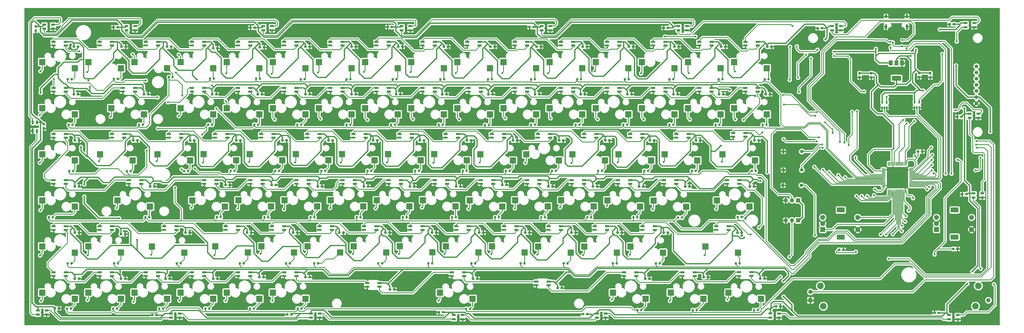
<source format=gtl>
%TF.GenerationSoftware,KiCad,Pcbnew,(5.1.12)-1*%
%TF.CreationDate,2022-01-08T21:51:43+01:00*%
%TF.ProjectId,OLEDUKEY,4f4c4544-554b-4455-992e-6b696361645f,rev?*%
%TF.SameCoordinates,Original*%
%TF.FileFunction,Copper,L1,Top*%
%TF.FilePolarity,Positive*%
%FSLAX46Y46*%
G04 Gerber Fmt 4.6, Leading zero omitted, Abs format (unit mm)*
G04 Created by KiCad (PCBNEW (5.1.12)-1) date 2022-01-08 21:51:43*
%MOMM*%
%LPD*%
G01*
G04 APERTURE LIST*
%TA.AperFunction,SMDPad,CuDef*%
%ADD10R,1.700000X0.820000*%
%TD*%
%TA.AperFunction,SMDPad,CuDef*%
%ADD11R,1.600000X0.850000*%
%TD*%
%TA.AperFunction,SMDPad,CuDef*%
%ADD12R,0.850000X1.600000*%
%TD*%
%TA.AperFunction,SMDPad,CuDef*%
%ADD13R,2.550000X2.500000*%
%TD*%
%TA.AperFunction,SMDPad,CuDef*%
%ADD14R,0.650000X1.060000*%
%TD*%
%TA.AperFunction,ComponentPad*%
%ADD15O,1.700000X1.700000*%
%TD*%
%TA.AperFunction,ComponentPad*%
%ADD16R,1.700000X1.700000*%
%TD*%
%TA.AperFunction,ComponentPad*%
%ADD17R,1.750000X1.750000*%
%TD*%
%TA.AperFunction,ComponentPad*%
%ADD18C,1.750000*%
%TD*%
%TA.AperFunction,ComponentPad*%
%ADD19C,2.700000*%
%TD*%
%TA.AperFunction,SMDPad,CuDef*%
%ADD20R,3.800000X2.000000*%
%TD*%
%TA.AperFunction,SMDPad,CuDef*%
%ADD21R,1.500000X2.000000*%
%TD*%
%TA.AperFunction,ComponentPad*%
%ADD22C,2.000000*%
%TD*%
%TA.AperFunction,ComponentPad*%
%ADD23R,3.200000X2.000000*%
%TD*%
%TA.AperFunction,ComponentPad*%
%ADD24R,2.000000X2.000000*%
%TD*%
%TA.AperFunction,ComponentPad*%
%ADD25C,1.524000*%
%TD*%
%TA.AperFunction,ComponentPad*%
%ADD26O,1.400000X1.400000*%
%TD*%
%TA.AperFunction,ComponentPad*%
%ADD27C,1.400000*%
%TD*%
%TA.AperFunction,ComponentPad*%
%ADD28O,1.000000X1.600000*%
%TD*%
%TA.AperFunction,ComponentPad*%
%ADD29O,1.000000X2.100000*%
%TD*%
%TA.AperFunction,ViaPad*%
%ADD30C,0.800000*%
%TD*%
%TA.AperFunction,Conductor*%
%ADD31C,0.300000*%
%TD*%
%TA.AperFunction,Conductor*%
%ADD32C,0.500000*%
%TD*%
%TA.AperFunction,Conductor*%
%ADD33C,0.254000*%
%TD*%
%TA.AperFunction,Conductor*%
%ADD34C,0.100000*%
%TD*%
G04 APERTURE END LIST*
D10*
%TO.P,D386,1*%
%TO.N,Net-(D386-Pad1)*%
X260093140Y-75672332D03*
%TO.P,D386,2*%
%TO.N,USB_GND*%
%TA.AperFunction,SMDPad,CuDef*%
G36*
G01*
X254163140Y-75877332D02*
X254163140Y-75467332D01*
G75*
G02*
X254368140Y-75262332I205000J0D01*
G01*
X255658140Y-75262332D01*
G75*
G02*
X255863140Y-75467332I0J-205000D01*
G01*
X255863140Y-75877332D01*
G75*
G02*
X255658140Y-76082332I-205000J0D01*
G01*
X254368140Y-76082332D01*
G75*
G02*
X254163140Y-75877332I0J205000D01*
G01*
G37*
%TD.AperFunction*%
%TO.P,D386,3*%
%TO.N,Net-(D385-Pad1)*%
X255013140Y-74148332D03*
%TO.P,D386,4*%
%TO.N,USB_5v*%
X260093140Y-74148332D03*
%TD*%
%TO.P,D385,1*%
%TO.N,Net-(D385-Pad1)*%
X236728000Y-75692000D03*
%TO.P,D385,2*%
%TO.N,USB_GND*%
%TA.AperFunction,SMDPad,CuDef*%
G36*
G01*
X230798000Y-75897000D02*
X230798000Y-75487000D01*
G75*
G02*
X231003000Y-75282000I205000J0D01*
G01*
X232293000Y-75282000D01*
G75*
G02*
X232498000Y-75487000I0J-205000D01*
G01*
X232498000Y-75897000D01*
G75*
G02*
X232293000Y-76102000I-205000J0D01*
G01*
X231003000Y-76102000D01*
G75*
G02*
X230798000Y-75897000I0J205000D01*
G01*
G37*
%TD.AperFunction*%
%TO.P,D385,3*%
%TO.N,Net-(D384-Pad1)*%
X231648000Y-74168000D03*
%TO.P,D385,4*%
%TO.N,USB_5v*%
X236728000Y-74168000D03*
%TD*%
%TO.P,D384,1*%
%TO.N,Net-(D384-Pad1)*%
X212598000Y-75692000D03*
%TO.P,D384,2*%
%TO.N,USB_GND*%
%TA.AperFunction,SMDPad,CuDef*%
G36*
G01*
X206668000Y-75897000D02*
X206668000Y-75487000D01*
G75*
G02*
X206873000Y-75282000I205000J0D01*
G01*
X208163000Y-75282000D01*
G75*
G02*
X208368000Y-75487000I0J-205000D01*
G01*
X208368000Y-75897000D01*
G75*
G02*
X208163000Y-76102000I-205000J0D01*
G01*
X206873000Y-76102000D01*
G75*
G02*
X206668000Y-75897000I0J205000D01*
G01*
G37*
%TD.AperFunction*%
%TO.P,D384,3*%
%TO.N,Net-(D383-Pad1)*%
X207518000Y-74168000D03*
%TO.P,D384,4*%
%TO.N,USB_5v*%
X212598000Y-74168000D03*
%TD*%
%TO.P,D383,1*%
%TO.N,Net-(D383-Pad1)*%
X176403000Y-79502000D03*
%TO.P,D383,2*%
%TO.N,USB_GND*%
%TA.AperFunction,SMDPad,CuDef*%
G36*
G01*
X170473000Y-79707000D02*
X170473000Y-79297000D01*
G75*
G02*
X170678000Y-79092000I205000J0D01*
G01*
X171968000Y-79092000D01*
G75*
G02*
X172173000Y-79297000I0J-205000D01*
G01*
X172173000Y-79707000D01*
G75*
G02*
X171968000Y-79912000I-205000J0D01*
G01*
X170678000Y-79912000D01*
G75*
G02*
X170473000Y-79707000I0J205000D01*
G01*
G37*
%TD.AperFunction*%
%TO.P,D383,3*%
%TO.N,Net-(D382-Pad1)*%
X171323000Y-77978000D03*
%TO.P,D383,4*%
%TO.N,USB_5v*%
X176403000Y-77978000D03*
%TD*%
%TO.P,D382,1*%
%TO.N,Net-(D382-Pad1)*%
X141478000Y-75692000D03*
%TO.P,D382,2*%
%TO.N,USB_GND*%
%TA.AperFunction,SMDPad,CuDef*%
G36*
G01*
X135548000Y-75897000D02*
X135548000Y-75487000D01*
G75*
G02*
X135753000Y-75282000I205000J0D01*
G01*
X137043000Y-75282000D01*
G75*
G02*
X137248000Y-75487000I0J-205000D01*
G01*
X137248000Y-75897000D01*
G75*
G02*
X137043000Y-76102000I-205000J0D01*
G01*
X135753000Y-76102000D01*
G75*
G02*
X135548000Y-75897000I0J205000D01*
G01*
G37*
%TD.AperFunction*%
%TO.P,D382,3*%
%TO.N,Net-(D381-Pad1)*%
X136398000Y-74168000D03*
%TO.P,D382,4*%
%TO.N,USB_5v*%
X141478000Y-74168000D03*
%TD*%
%TO.P,D381,1*%
%TO.N,Net-(D381-Pad1)*%
X106553000Y-80137000D03*
%TO.P,D381,2*%
%TO.N,USB_GND*%
%TA.AperFunction,SMDPad,CuDef*%
G36*
G01*
X100623000Y-80342000D02*
X100623000Y-79932000D01*
G75*
G02*
X100828000Y-79727000I205000J0D01*
G01*
X102118000Y-79727000D01*
G75*
G02*
X102323000Y-79932000I0J-205000D01*
G01*
X102323000Y-80342000D01*
G75*
G02*
X102118000Y-80547000I-205000J0D01*
G01*
X100828000Y-80547000D01*
G75*
G02*
X100623000Y-80342000I0J205000D01*
G01*
G37*
%TD.AperFunction*%
%TO.P,D381,3*%
%TO.N,Net-(D380-Pad1)*%
X101473000Y-78613000D03*
%TO.P,D381,4*%
%TO.N,USB_5v*%
X106553000Y-78613000D03*
%TD*%
%TO.P,D380,1*%
%TO.N,Net-(D380-Pad1)*%
X72263000Y-75692000D03*
%TO.P,D380,2*%
%TO.N,USB_GND*%
%TA.AperFunction,SMDPad,CuDef*%
G36*
G01*
X66333000Y-75897000D02*
X66333000Y-75487000D01*
G75*
G02*
X66538000Y-75282000I205000J0D01*
G01*
X67828000Y-75282000D01*
G75*
G02*
X68033000Y-75487000I0J-205000D01*
G01*
X68033000Y-75897000D01*
G75*
G02*
X67828000Y-76102000I-205000J0D01*
G01*
X66538000Y-76102000D01*
G75*
G02*
X66333000Y-75897000I0J205000D01*
G01*
G37*
%TD.AperFunction*%
%TO.P,D380,3*%
%TO.N,Net-(D379-Pad1)*%
X67183000Y-74168000D03*
%TO.P,D380,4*%
%TO.N,USB_5v*%
X72263000Y-74168000D03*
%TD*%
%TO.P,D379,1*%
%TO.N,Net-(D379-Pad1)*%
X53213000Y-75692000D03*
%TO.P,D379,2*%
%TO.N,USB_GND*%
%TA.AperFunction,SMDPad,CuDef*%
G36*
G01*
X47283000Y-75897000D02*
X47283000Y-75487000D01*
G75*
G02*
X47488000Y-75282000I205000J0D01*
G01*
X48778000Y-75282000D01*
G75*
G02*
X48983000Y-75487000I0J-205000D01*
G01*
X48983000Y-75897000D01*
G75*
G02*
X48778000Y-76102000I-205000J0D01*
G01*
X47488000Y-76102000D01*
G75*
G02*
X47283000Y-75897000I0J205000D01*
G01*
G37*
%TD.AperFunction*%
%TO.P,D379,3*%
%TO.N,Net-(D378-Pad1)*%
X48133000Y-74168000D03*
%TO.P,D379,4*%
%TO.N,USB_5v*%
X53213000Y-74168000D03*
%TD*%
%TO.P,D378,1*%
%TO.N,Net-(D378-Pad1)*%
X34163000Y-75692000D03*
%TO.P,D378,2*%
%TO.N,USB_GND*%
%TA.AperFunction,SMDPad,CuDef*%
G36*
G01*
X28233000Y-75897000D02*
X28233000Y-75487000D01*
G75*
G02*
X28438000Y-75282000I205000J0D01*
G01*
X29728000Y-75282000D01*
G75*
G02*
X29933000Y-75487000I0J-205000D01*
G01*
X29933000Y-75897000D01*
G75*
G02*
X29728000Y-76102000I-205000J0D01*
G01*
X28438000Y-76102000D01*
G75*
G02*
X28233000Y-75897000I0J205000D01*
G01*
G37*
%TD.AperFunction*%
%TO.P,D378,3*%
%TO.N,Net-(D377-Pad1)*%
X29083000Y-74168000D03*
%TO.P,D378,4*%
%TO.N,USB_5v*%
X34163000Y-74168000D03*
%TD*%
%TO.P,D377,1*%
%TO.N,Net-(D377-Pad1)*%
X15113000Y-75692000D03*
%TO.P,D377,2*%
%TO.N,USB_GND*%
%TA.AperFunction,SMDPad,CuDef*%
G36*
G01*
X9183000Y-75897000D02*
X9183000Y-75487000D01*
G75*
G02*
X9388000Y-75282000I205000J0D01*
G01*
X10678000Y-75282000D01*
G75*
G02*
X10883000Y-75487000I0J-205000D01*
G01*
X10883000Y-75897000D01*
G75*
G02*
X10678000Y-76102000I-205000J0D01*
G01*
X9388000Y-76102000D01*
G75*
G02*
X9183000Y-75897000I0J205000D01*
G01*
G37*
%TD.AperFunction*%
%TO.P,D377,3*%
%TO.N,Net-(D376-Pad1)*%
X10033000Y-74168000D03*
%TO.P,D377,4*%
%TO.N,USB_5v*%
X15113000Y-74168000D03*
%TD*%
%TO.P,D376,1*%
%TO.N,Net-(D376-Pad1)*%
X-3937000Y-75692000D03*
%TO.P,D376,2*%
%TO.N,USB_GND*%
%TA.AperFunction,SMDPad,CuDef*%
G36*
G01*
X-9867000Y-75897000D02*
X-9867000Y-75487000D01*
G75*
G02*
X-9662000Y-75282000I205000J0D01*
G01*
X-8372000Y-75282000D01*
G75*
G02*
X-8167000Y-75487000I0J-205000D01*
G01*
X-8167000Y-75897000D01*
G75*
G02*
X-8372000Y-76102000I-205000J0D01*
G01*
X-9662000Y-76102000D01*
G75*
G02*
X-9867000Y-75897000I0J205000D01*
G01*
G37*
%TD.AperFunction*%
%TO.P,D376,3*%
%TO.N,Net-(D375-Pad1)*%
X-9017000Y-74168000D03*
%TO.P,D376,4*%
%TO.N,USB_5v*%
X-3937000Y-74168000D03*
%TD*%
%TO.P,D375,1*%
%TO.N,Net-(D375-Pad1)*%
X-22987000Y-75692000D03*
%TO.P,D375,2*%
%TO.N,USB_GND*%
%TA.AperFunction,SMDPad,CuDef*%
G36*
G01*
X-28917000Y-75897000D02*
X-28917000Y-75487000D01*
G75*
G02*
X-28712000Y-75282000I205000J0D01*
G01*
X-27422000Y-75282000D01*
G75*
G02*
X-27217000Y-75487000I0J-205000D01*
G01*
X-27217000Y-75897000D01*
G75*
G02*
X-27422000Y-76102000I-205000J0D01*
G01*
X-28712000Y-76102000D01*
G75*
G02*
X-28917000Y-75897000I0J205000D01*
G01*
G37*
%TD.AperFunction*%
%TO.P,D375,3*%
%TO.N,Net-(D374-Pad1)*%
X-28067000Y-74168000D03*
%TO.P,D375,4*%
%TO.N,USB_5v*%
X-22987000Y-74168000D03*
%TD*%
%TO.P,D374,1*%
%TO.N,Net-(D374-Pad1)*%
X-22987000Y-56642000D03*
%TO.P,D374,2*%
%TO.N,USB_GND*%
%TA.AperFunction,SMDPad,CuDef*%
G36*
G01*
X-28917000Y-56847000D02*
X-28917000Y-56437000D01*
G75*
G02*
X-28712000Y-56232000I205000J0D01*
G01*
X-27422000Y-56232000D01*
G75*
G02*
X-27217000Y-56437000I0J-205000D01*
G01*
X-27217000Y-56847000D01*
G75*
G02*
X-27422000Y-57052000I-205000J0D01*
G01*
X-28712000Y-57052000D01*
G75*
G02*
X-28917000Y-56847000I0J205000D01*
G01*
G37*
%TD.AperFunction*%
%TO.P,D374,3*%
%TO.N,Net-(D373-Pad1)*%
X-28067000Y-55118000D03*
%TO.P,D374,4*%
%TO.N,USB_5v*%
X-22987000Y-55118000D03*
%TD*%
%TO.P,D373,1*%
%TO.N,Net-(D373-Pad1)*%
X-3937000Y-56642000D03*
%TO.P,D373,2*%
%TO.N,USB_GND*%
%TA.AperFunction,SMDPad,CuDef*%
G36*
G01*
X-9867000Y-56847000D02*
X-9867000Y-56437000D01*
G75*
G02*
X-9662000Y-56232000I205000J0D01*
G01*
X-8372000Y-56232000D01*
G75*
G02*
X-8167000Y-56437000I0J-205000D01*
G01*
X-8167000Y-56847000D01*
G75*
G02*
X-8372000Y-57052000I-205000J0D01*
G01*
X-9662000Y-57052000D01*
G75*
G02*
X-9867000Y-56847000I0J205000D01*
G01*
G37*
%TD.AperFunction*%
%TO.P,D373,3*%
%TO.N,Net-(D372-Pad1)*%
X-9017000Y-55118000D03*
%TO.P,D373,4*%
%TO.N,USB_5v*%
X-3937000Y-55118000D03*
%TD*%
%TO.P,D372,1*%
%TO.N,Net-(D372-Pad1)*%
X22733000Y-56642000D03*
%TO.P,D372,2*%
%TO.N,USB_GND*%
%TA.AperFunction,SMDPad,CuDef*%
G36*
G01*
X16803000Y-56847000D02*
X16803000Y-56437000D01*
G75*
G02*
X17008000Y-56232000I205000J0D01*
G01*
X18298000Y-56232000D01*
G75*
G02*
X18503000Y-56437000I0J-205000D01*
G01*
X18503000Y-56847000D01*
G75*
G02*
X18298000Y-57052000I-205000J0D01*
G01*
X17008000Y-57052000D01*
G75*
G02*
X16803000Y-56847000I0J205000D01*
G01*
G37*
%TD.AperFunction*%
%TO.P,D372,3*%
%TO.N,Net-(D371-Pad1)*%
X17653000Y-55118000D03*
%TO.P,D372,4*%
%TO.N,USB_5v*%
X22733000Y-55118000D03*
%TD*%
%TO.P,D371,1*%
%TO.N,Net-(D371-Pad1)*%
X48133000Y-56642000D03*
%TO.P,D371,2*%
%TO.N,USB_GND*%
%TA.AperFunction,SMDPad,CuDef*%
G36*
G01*
X42203000Y-56847000D02*
X42203000Y-56437000D01*
G75*
G02*
X42408000Y-56232000I205000J0D01*
G01*
X43698000Y-56232000D01*
G75*
G02*
X43903000Y-56437000I0J-205000D01*
G01*
X43903000Y-56847000D01*
G75*
G02*
X43698000Y-57052000I-205000J0D01*
G01*
X42408000Y-57052000D01*
G75*
G02*
X42203000Y-56847000I0J205000D01*
G01*
G37*
%TD.AperFunction*%
%TO.P,D371,3*%
%TO.N,Net-(D370-Pad1)*%
X43053000Y-55118000D03*
%TO.P,D371,4*%
%TO.N,USB_5v*%
X48133000Y-55118000D03*
%TD*%
%TO.P,D370,1*%
%TO.N,Net-(D370-Pad1)*%
X67183000Y-56642000D03*
%TO.P,D370,2*%
%TO.N,USB_GND*%
%TA.AperFunction,SMDPad,CuDef*%
G36*
G01*
X61253000Y-56847000D02*
X61253000Y-56437000D01*
G75*
G02*
X61458000Y-56232000I205000J0D01*
G01*
X62748000Y-56232000D01*
G75*
G02*
X62953000Y-56437000I0J-205000D01*
G01*
X62953000Y-56847000D01*
G75*
G02*
X62748000Y-57052000I-205000J0D01*
G01*
X61458000Y-57052000D01*
G75*
G02*
X61253000Y-56847000I0J205000D01*
G01*
G37*
%TD.AperFunction*%
%TO.P,D370,3*%
%TO.N,Net-(D369-Pad1)*%
X62103000Y-55118000D03*
%TO.P,D370,4*%
%TO.N,USB_5v*%
X67183000Y-55118000D03*
%TD*%
%TO.P,D369,1*%
%TO.N,Net-(D369-Pad1)*%
X86868000Y-56642000D03*
%TO.P,D369,2*%
%TO.N,USB_GND*%
%TA.AperFunction,SMDPad,CuDef*%
G36*
G01*
X80938000Y-56847000D02*
X80938000Y-56437000D01*
G75*
G02*
X81143000Y-56232000I205000J0D01*
G01*
X82433000Y-56232000D01*
G75*
G02*
X82638000Y-56437000I0J-205000D01*
G01*
X82638000Y-56847000D01*
G75*
G02*
X82433000Y-57052000I-205000J0D01*
G01*
X81143000Y-57052000D01*
G75*
G02*
X80938000Y-56847000I0J205000D01*
G01*
G37*
%TD.AperFunction*%
%TO.P,D369,3*%
%TO.N,Net-(D368-Pad1)*%
X81788000Y-55118000D03*
%TO.P,D369,4*%
%TO.N,USB_5v*%
X86868000Y-55118000D03*
%TD*%
%TO.P,D368,1*%
%TO.N,Net-(D368-Pad1)*%
X105283000Y-56642000D03*
%TO.P,D368,2*%
%TO.N,USB_GND*%
%TA.AperFunction,SMDPad,CuDef*%
G36*
G01*
X99353000Y-56847000D02*
X99353000Y-56437000D01*
G75*
G02*
X99558000Y-56232000I205000J0D01*
G01*
X100848000Y-56232000D01*
G75*
G02*
X101053000Y-56437000I0J-205000D01*
G01*
X101053000Y-56847000D01*
G75*
G02*
X100848000Y-57052000I-205000J0D01*
G01*
X99558000Y-57052000D01*
G75*
G02*
X99353000Y-56847000I0J205000D01*
G01*
G37*
%TD.AperFunction*%
%TO.P,D368,3*%
%TO.N,Net-(D367-Pad1)*%
X100203000Y-55118000D03*
%TO.P,D368,4*%
%TO.N,USB_5v*%
X105283000Y-55118000D03*
%TD*%
%TO.P,D367,1*%
%TO.N,Net-(D367-Pad1)*%
X124333000Y-56642000D03*
%TO.P,D367,2*%
%TO.N,USB_GND*%
%TA.AperFunction,SMDPad,CuDef*%
G36*
G01*
X118403000Y-56847000D02*
X118403000Y-56437000D01*
G75*
G02*
X118608000Y-56232000I205000J0D01*
G01*
X119898000Y-56232000D01*
G75*
G02*
X120103000Y-56437000I0J-205000D01*
G01*
X120103000Y-56847000D01*
G75*
G02*
X119898000Y-57052000I-205000J0D01*
G01*
X118608000Y-57052000D01*
G75*
G02*
X118403000Y-56847000I0J205000D01*
G01*
G37*
%TD.AperFunction*%
%TO.P,D367,3*%
%TO.N,Net-(D366-Pad1)*%
X119253000Y-55118000D03*
%TO.P,D367,4*%
%TO.N,USB_5v*%
X124333000Y-55118000D03*
%TD*%
%TO.P,D366,1*%
%TO.N,Net-(D366-Pad1)*%
X143383000Y-56642000D03*
%TO.P,D366,2*%
%TO.N,USB_GND*%
%TA.AperFunction,SMDPad,CuDef*%
G36*
G01*
X137453000Y-56847000D02*
X137453000Y-56437000D01*
G75*
G02*
X137658000Y-56232000I205000J0D01*
G01*
X138948000Y-56232000D01*
G75*
G02*
X139153000Y-56437000I0J-205000D01*
G01*
X139153000Y-56847000D01*
G75*
G02*
X138948000Y-57052000I-205000J0D01*
G01*
X137658000Y-57052000D01*
G75*
G02*
X137453000Y-56847000I0J205000D01*
G01*
G37*
%TD.AperFunction*%
%TO.P,D366,3*%
%TO.N,Net-(D365-Pad1)*%
X138303000Y-55118000D03*
%TO.P,D366,4*%
%TO.N,USB_5v*%
X143383000Y-55118000D03*
%TD*%
%TO.P,D365,1*%
%TO.N,Net-(D365-Pad1)*%
X163068000Y-56642000D03*
%TO.P,D365,2*%
%TO.N,USB_GND*%
%TA.AperFunction,SMDPad,CuDef*%
G36*
G01*
X157138000Y-56847000D02*
X157138000Y-56437000D01*
G75*
G02*
X157343000Y-56232000I205000J0D01*
G01*
X158633000Y-56232000D01*
G75*
G02*
X158838000Y-56437000I0J-205000D01*
G01*
X158838000Y-56847000D01*
G75*
G02*
X158633000Y-57052000I-205000J0D01*
G01*
X157343000Y-57052000D01*
G75*
G02*
X157138000Y-56847000I0J205000D01*
G01*
G37*
%TD.AperFunction*%
%TO.P,D365,3*%
%TO.N,Net-(D364-Pad1)*%
X157988000Y-55118000D03*
%TO.P,D365,4*%
%TO.N,USB_5v*%
X163068000Y-55118000D03*
%TD*%
%TO.P,D364,1*%
%TO.N,Net-(D364-Pad1)*%
X181483000Y-56642000D03*
%TO.P,D364,2*%
%TO.N,USB_GND*%
%TA.AperFunction,SMDPad,CuDef*%
G36*
G01*
X175553000Y-56847000D02*
X175553000Y-56437000D01*
G75*
G02*
X175758000Y-56232000I205000J0D01*
G01*
X177048000Y-56232000D01*
G75*
G02*
X177253000Y-56437000I0J-205000D01*
G01*
X177253000Y-56847000D01*
G75*
G02*
X177048000Y-57052000I-205000J0D01*
G01*
X175758000Y-57052000D01*
G75*
G02*
X175553000Y-56847000I0J205000D01*
G01*
G37*
%TD.AperFunction*%
%TO.P,D364,3*%
%TO.N,Net-(D363-Pad1)*%
X176403000Y-55118000D03*
%TO.P,D364,4*%
%TO.N,USB_5v*%
X181483000Y-55118000D03*
%TD*%
%TO.P,D363,1*%
%TO.N,Net-(D363-Pad1)*%
X200533000Y-56642000D03*
%TO.P,D363,2*%
%TO.N,USB_GND*%
%TA.AperFunction,SMDPad,CuDef*%
G36*
G01*
X194603000Y-56847000D02*
X194603000Y-56437000D01*
G75*
G02*
X194808000Y-56232000I205000J0D01*
G01*
X196098000Y-56232000D01*
G75*
G02*
X196303000Y-56437000I0J-205000D01*
G01*
X196303000Y-56847000D01*
G75*
G02*
X196098000Y-57052000I-205000J0D01*
G01*
X194808000Y-57052000D01*
G75*
G02*
X194603000Y-56847000I0J205000D01*
G01*
G37*
%TD.AperFunction*%
%TO.P,D363,3*%
%TO.N,Net-(D362-Pad1)*%
X195453000Y-55118000D03*
%TO.P,D363,4*%
%TO.N,USB_5v*%
X200533000Y-55118000D03*
%TD*%
%TO.P,D362,1*%
%TO.N,Net-(D362-Pad1)*%
X220218000Y-56642000D03*
%TO.P,D362,2*%
%TO.N,USB_GND*%
%TA.AperFunction,SMDPad,CuDef*%
G36*
G01*
X214288000Y-56847000D02*
X214288000Y-56437000D01*
G75*
G02*
X214493000Y-56232000I205000J0D01*
G01*
X215783000Y-56232000D01*
G75*
G02*
X215988000Y-56437000I0J-205000D01*
G01*
X215988000Y-56847000D01*
G75*
G02*
X215783000Y-57052000I-205000J0D01*
G01*
X214493000Y-57052000D01*
G75*
G02*
X214288000Y-56847000I0J205000D01*
G01*
G37*
%TD.AperFunction*%
%TO.P,D362,3*%
%TO.N,Net-(D361-Pad1)*%
X215138000Y-55118000D03*
%TO.P,D362,4*%
%TO.N,USB_5v*%
X220218000Y-55118000D03*
%TD*%
%TO.P,D361,1*%
%TO.N,Net-(D361-Pad1)*%
X250698000Y-56642000D03*
%TO.P,D361,2*%
%TO.N,USB_GND*%
%TA.AperFunction,SMDPad,CuDef*%
G36*
G01*
X244768000Y-56847000D02*
X244768000Y-56437000D01*
G75*
G02*
X244973000Y-56232000I205000J0D01*
G01*
X246263000Y-56232000D01*
G75*
G02*
X246468000Y-56437000I0J-205000D01*
G01*
X246468000Y-56847000D01*
G75*
G02*
X246263000Y-57052000I-205000J0D01*
G01*
X244973000Y-57052000D01*
G75*
G02*
X244768000Y-56847000I0J205000D01*
G01*
G37*
%TD.AperFunction*%
%TO.P,D361,3*%
%TO.N,Net-(D360-Pad1)*%
X245618000Y-55118000D03*
%TO.P,D361,4*%
%TO.N,USB_5v*%
X250698000Y-55118000D03*
%TD*%
%TO.P,D360,1*%
%TO.N,Net-(D360-Pad1)*%
X255143000Y-37592000D03*
%TO.P,D360,2*%
%TO.N,USB_GND*%
%TA.AperFunction,SMDPad,CuDef*%
G36*
G01*
X249213000Y-37797000D02*
X249213000Y-37387000D01*
G75*
G02*
X249418000Y-37182000I205000J0D01*
G01*
X250708000Y-37182000D01*
G75*
G02*
X250913000Y-37387000I0J-205000D01*
G01*
X250913000Y-37797000D01*
G75*
G02*
X250708000Y-38002000I-205000J0D01*
G01*
X249418000Y-38002000D01*
G75*
G02*
X249213000Y-37797000I0J205000D01*
G01*
G37*
%TD.AperFunction*%
%TO.P,D360,3*%
%TO.N,Net-(D359-Pad1)*%
X250063000Y-36068000D03*
%TO.P,D360,4*%
%TO.N,USB_5v*%
X255143000Y-36068000D03*
%TD*%
%TO.P,D359,1*%
%TO.N,Net-(D359-Pad1)*%
X229108000Y-37592000D03*
%TO.P,D359,2*%
%TO.N,USB_GND*%
%TA.AperFunction,SMDPad,CuDef*%
G36*
G01*
X223178000Y-37797000D02*
X223178000Y-37387000D01*
G75*
G02*
X223383000Y-37182000I205000J0D01*
G01*
X224673000Y-37182000D01*
G75*
G02*
X224878000Y-37387000I0J-205000D01*
G01*
X224878000Y-37797000D01*
G75*
G02*
X224673000Y-38002000I-205000J0D01*
G01*
X223383000Y-38002000D01*
G75*
G02*
X223178000Y-37797000I0J205000D01*
G01*
G37*
%TD.AperFunction*%
%TO.P,D359,3*%
%TO.N,Net-(D358-Pad1)*%
X224028000Y-36068000D03*
%TO.P,D359,4*%
%TO.N,USB_5v*%
X229108000Y-36068000D03*
%TD*%
%TO.P,D358,1*%
%TO.N,Net-(D358-Pad1)*%
X210058000Y-37592000D03*
%TO.P,D358,2*%
%TO.N,USB_GND*%
%TA.AperFunction,SMDPad,CuDef*%
G36*
G01*
X204128000Y-37797000D02*
X204128000Y-37387000D01*
G75*
G02*
X204333000Y-37182000I205000J0D01*
G01*
X205623000Y-37182000D01*
G75*
G02*
X205828000Y-37387000I0J-205000D01*
G01*
X205828000Y-37797000D01*
G75*
G02*
X205623000Y-38002000I-205000J0D01*
G01*
X204333000Y-38002000D01*
G75*
G02*
X204128000Y-37797000I0J205000D01*
G01*
G37*
%TD.AperFunction*%
%TO.P,D358,3*%
%TO.N,Net-(D357-Pad1)*%
X204978000Y-36068000D03*
%TO.P,D358,4*%
%TO.N,USB_5v*%
X210058000Y-36068000D03*
%TD*%
%TO.P,D357,1*%
%TO.N,Net-(D357-Pad1)*%
X191008000Y-37592000D03*
%TO.P,D357,2*%
%TO.N,USB_GND*%
%TA.AperFunction,SMDPad,CuDef*%
G36*
G01*
X185078000Y-37797000D02*
X185078000Y-37387000D01*
G75*
G02*
X185283000Y-37182000I205000J0D01*
G01*
X186573000Y-37182000D01*
G75*
G02*
X186778000Y-37387000I0J-205000D01*
G01*
X186778000Y-37797000D01*
G75*
G02*
X186573000Y-38002000I-205000J0D01*
G01*
X185283000Y-38002000D01*
G75*
G02*
X185078000Y-37797000I0J205000D01*
G01*
G37*
%TD.AperFunction*%
%TO.P,D357,3*%
%TO.N,Net-(D356-Pad1)*%
X185928000Y-36068000D03*
%TO.P,D357,4*%
%TO.N,USB_5v*%
X191008000Y-36068000D03*
%TD*%
%TO.P,D356,1*%
%TO.N,Net-(D356-Pad1)*%
X172593000Y-37592000D03*
%TO.P,D356,2*%
%TO.N,USB_GND*%
%TA.AperFunction,SMDPad,CuDef*%
G36*
G01*
X166663000Y-37797000D02*
X166663000Y-37387000D01*
G75*
G02*
X166868000Y-37182000I205000J0D01*
G01*
X168158000Y-37182000D01*
G75*
G02*
X168363000Y-37387000I0J-205000D01*
G01*
X168363000Y-37797000D01*
G75*
G02*
X168158000Y-38002000I-205000J0D01*
G01*
X166868000Y-38002000D01*
G75*
G02*
X166663000Y-37797000I0J205000D01*
G01*
G37*
%TD.AperFunction*%
%TO.P,D356,3*%
%TO.N,Net-(D355-Pad1)*%
X167513000Y-36068000D03*
%TO.P,D356,4*%
%TO.N,USB_5v*%
X172593000Y-36068000D03*
%TD*%
%TO.P,D355,1*%
%TO.N,Net-(D355-Pad1)*%
X153543000Y-37592000D03*
%TO.P,D355,2*%
%TO.N,USB_GND*%
%TA.AperFunction,SMDPad,CuDef*%
G36*
G01*
X147613000Y-37797000D02*
X147613000Y-37387000D01*
G75*
G02*
X147818000Y-37182000I205000J0D01*
G01*
X149108000Y-37182000D01*
G75*
G02*
X149313000Y-37387000I0J-205000D01*
G01*
X149313000Y-37797000D01*
G75*
G02*
X149108000Y-38002000I-205000J0D01*
G01*
X147818000Y-38002000D01*
G75*
G02*
X147613000Y-37797000I0J205000D01*
G01*
G37*
%TD.AperFunction*%
%TO.P,D355,3*%
%TO.N,Net-(D354-Pad1)*%
X148463000Y-36068000D03*
%TO.P,D355,4*%
%TO.N,USB_5v*%
X153543000Y-36068000D03*
%TD*%
%TO.P,D354,1*%
%TO.N,Net-(D354-Pad1)*%
X134493000Y-37592000D03*
%TO.P,D354,2*%
%TO.N,USB_GND*%
%TA.AperFunction,SMDPad,CuDef*%
G36*
G01*
X128563000Y-37797000D02*
X128563000Y-37387000D01*
G75*
G02*
X128768000Y-37182000I205000J0D01*
G01*
X130058000Y-37182000D01*
G75*
G02*
X130263000Y-37387000I0J-205000D01*
G01*
X130263000Y-37797000D01*
G75*
G02*
X130058000Y-38002000I-205000J0D01*
G01*
X128768000Y-38002000D01*
G75*
G02*
X128563000Y-37797000I0J205000D01*
G01*
G37*
%TD.AperFunction*%
%TO.P,D354,3*%
%TO.N,Net-(D353-Pad1)*%
X129413000Y-36068000D03*
%TO.P,D354,4*%
%TO.N,USB_5v*%
X134493000Y-36068000D03*
%TD*%
%TO.P,D353,1*%
%TO.N,Net-(D353-Pad1)*%
X115443000Y-37592000D03*
%TO.P,D353,2*%
%TO.N,USB_GND*%
%TA.AperFunction,SMDPad,CuDef*%
G36*
G01*
X109513000Y-37797000D02*
X109513000Y-37387000D01*
G75*
G02*
X109718000Y-37182000I205000J0D01*
G01*
X111008000Y-37182000D01*
G75*
G02*
X111213000Y-37387000I0J-205000D01*
G01*
X111213000Y-37797000D01*
G75*
G02*
X111008000Y-38002000I-205000J0D01*
G01*
X109718000Y-38002000D01*
G75*
G02*
X109513000Y-37797000I0J205000D01*
G01*
G37*
%TD.AperFunction*%
%TO.P,D353,3*%
%TO.N,Net-(D352-Pad1)*%
X110363000Y-36068000D03*
%TO.P,D353,4*%
%TO.N,USB_5v*%
X115443000Y-36068000D03*
%TD*%
%TO.P,D352,1*%
%TO.N,Net-(D352-Pad1)*%
X96393000Y-37592000D03*
%TO.P,D352,2*%
%TO.N,USB_GND*%
%TA.AperFunction,SMDPad,CuDef*%
G36*
G01*
X90463000Y-37797000D02*
X90463000Y-37387000D01*
G75*
G02*
X90668000Y-37182000I205000J0D01*
G01*
X91958000Y-37182000D01*
G75*
G02*
X92163000Y-37387000I0J-205000D01*
G01*
X92163000Y-37797000D01*
G75*
G02*
X91958000Y-38002000I-205000J0D01*
G01*
X90668000Y-38002000D01*
G75*
G02*
X90463000Y-37797000I0J205000D01*
G01*
G37*
%TD.AperFunction*%
%TO.P,D352,3*%
%TO.N,Net-(D351-Pad1)*%
X91313000Y-36068000D03*
%TO.P,D352,4*%
%TO.N,USB_5v*%
X96393000Y-36068000D03*
%TD*%
%TO.P,D351,1*%
%TO.N,Net-(D351-Pad1)*%
X77343000Y-37592000D03*
%TO.P,D351,2*%
%TO.N,USB_GND*%
%TA.AperFunction,SMDPad,CuDef*%
G36*
G01*
X71413000Y-37797000D02*
X71413000Y-37387000D01*
G75*
G02*
X71618000Y-37182000I205000J0D01*
G01*
X72908000Y-37182000D01*
G75*
G02*
X73113000Y-37387000I0J-205000D01*
G01*
X73113000Y-37797000D01*
G75*
G02*
X72908000Y-38002000I-205000J0D01*
G01*
X71618000Y-38002000D01*
G75*
G02*
X71413000Y-37797000I0J205000D01*
G01*
G37*
%TD.AperFunction*%
%TO.P,D351,3*%
%TO.N,Net-(D350-Pad1)*%
X72263000Y-36068000D03*
%TO.P,D351,4*%
%TO.N,USB_5v*%
X77343000Y-36068000D03*
%TD*%
%TO.P,D350,1*%
%TO.N,Net-(D350-Pad1)*%
X58293000Y-37592000D03*
%TO.P,D350,2*%
%TO.N,USB_GND*%
%TA.AperFunction,SMDPad,CuDef*%
G36*
G01*
X52363000Y-37797000D02*
X52363000Y-37387000D01*
G75*
G02*
X52568000Y-37182000I205000J0D01*
G01*
X53858000Y-37182000D01*
G75*
G02*
X54063000Y-37387000I0J-205000D01*
G01*
X54063000Y-37797000D01*
G75*
G02*
X53858000Y-38002000I-205000J0D01*
G01*
X52568000Y-38002000D01*
G75*
G02*
X52363000Y-37797000I0J205000D01*
G01*
G37*
%TD.AperFunction*%
%TO.P,D350,3*%
%TO.N,Net-(D349-Pad1)*%
X53213000Y-36068000D03*
%TO.P,D350,4*%
%TO.N,USB_5v*%
X58293000Y-36068000D03*
%TD*%
%TO.P,D349,1*%
%TO.N,Net-(D349-Pad1)*%
X39243000Y-37592000D03*
%TO.P,D349,2*%
%TO.N,USB_GND*%
%TA.AperFunction,SMDPad,CuDef*%
G36*
G01*
X33313000Y-37797000D02*
X33313000Y-37387000D01*
G75*
G02*
X33518000Y-37182000I205000J0D01*
G01*
X34808000Y-37182000D01*
G75*
G02*
X35013000Y-37387000I0J-205000D01*
G01*
X35013000Y-37797000D01*
G75*
G02*
X34808000Y-38002000I-205000J0D01*
G01*
X33518000Y-38002000D01*
G75*
G02*
X33313000Y-37797000I0J205000D01*
G01*
G37*
%TD.AperFunction*%
%TO.P,D349,3*%
%TO.N,Net-(D348-Pad1)*%
X34163000Y-36068000D03*
%TO.P,D349,4*%
%TO.N,USB_5v*%
X39243000Y-36068000D03*
%TD*%
%TO.P,D348,1*%
%TO.N,Net-(D348-Pad1)*%
X8128000Y-37592000D03*
%TO.P,D348,2*%
%TO.N,USB_GND*%
%TA.AperFunction,SMDPad,CuDef*%
G36*
G01*
X2198000Y-37797000D02*
X2198000Y-37387000D01*
G75*
G02*
X2403000Y-37182000I205000J0D01*
G01*
X3693000Y-37182000D01*
G75*
G02*
X3898000Y-37387000I0J-205000D01*
G01*
X3898000Y-37797000D01*
G75*
G02*
X3693000Y-38002000I-205000J0D01*
G01*
X2403000Y-38002000D01*
G75*
G02*
X2198000Y-37797000I0J205000D01*
G01*
G37*
%TD.AperFunction*%
%TO.P,D348,3*%
%TO.N,Net-(D347-Pad1)*%
X3048000Y-36068000D03*
%TO.P,D348,4*%
%TO.N,USB_5v*%
X8128000Y-36068000D03*
%TD*%
%TO.P,D347,1*%
%TO.N,Net-(D347-Pad1)*%
X-22987000Y-37592000D03*
%TO.P,D347,2*%
%TO.N,USB_GND*%
%TA.AperFunction,SMDPad,CuDef*%
G36*
G01*
X-28917000Y-37797000D02*
X-28917000Y-37387000D01*
G75*
G02*
X-28712000Y-37182000I205000J0D01*
G01*
X-27422000Y-37182000D01*
G75*
G02*
X-27217000Y-37387000I0J-205000D01*
G01*
X-27217000Y-37797000D01*
G75*
G02*
X-27422000Y-38002000I-205000J0D01*
G01*
X-28712000Y-38002000D01*
G75*
G02*
X-28917000Y-37797000I0J205000D01*
G01*
G37*
%TD.AperFunction*%
%TO.P,D347,3*%
%TO.N,Net-(D346-Pad1)*%
X-28067000Y-36068000D03*
%TO.P,D347,4*%
%TO.N,USB_5v*%
X-22987000Y-36068000D03*
%TD*%
%TO.P,D346,1*%
%TO.N,Net-(D346-Pad1)*%
X-22987000Y-18542000D03*
%TO.P,D346,2*%
%TO.N,USB_GND*%
%TA.AperFunction,SMDPad,CuDef*%
G36*
G01*
X-28917000Y-18747000D02*
X-28917000Y-18337000D01*
G75*
G02*
X-28712000Y-18132000I205000J0D01*
G01*
X-27422000Y-18132000D01*
G75*
G02*
X-27217000Y-18337000I0J-205000D01*
G01*
X-27217000Y-18747000D01*
G75*
G02*
X-27422000Y-18952000I-205000J0D01*
G01*
X-28712000Y-18952000D01*
G75*
G02*
X-28917000Y-18747000I0J205000D01*
G01*
G37*
%TD.AperFunction*%
%TO.P,D346,3*%
%TO.N,Net-(D345-Pad1)*%
X-28067000Y-17018000D03*
%TO.P,D346,4*%
%TO.N,USB_5v*%
X-22987000Y-17018000D03*
%TD*%
%TO.P,D345,1*%
%TO.N,Net-(D345-Pad1)*%
X1143000Y-18542000D03*
%TO.P,D345,2*%
%TO.N,USB_GND*%
%TA.AperFunction,SMDPad,CuDef*%
G36*
G01*
X-4787000Y-18747000D02*
X-4787000Y-18337000D01*
G75*
G02*
X-4582000Y-18132000I205000J0D01*
G01*
X-3292000Y-18132000D01*
G75*
G02*
X-3087000Y-18337000I0J-205000D01*
G01*
X-3087000Y-18747000D01*
G75*
G02*
X-3292000Y-18952000I-205000J0D01*
G01*
X-4582000Y-18952000D01*
G75*
G02*
X-4787000Y-18747000I0J205000D01*
G01*
G37*
%TD.AperFunction*%
%TO.P,D345,3*%
%TO.N,Net-(D344-Pad1)*%
X-3937000Y-17018000D03*
%TO.P,D345,4*%
%TO.N,USB_5v*%
X1143000Y-17018000D03*
%TD*%
%TO.P,D344,1*%
%TO.N,Net-(D344-Pad1)*%
X24638000Y-18542000D03*
%TO.P,D344,2*%
%TO.N,USB_GND*%
%TA.AperFunction,SMDPad,CuDef*%
G36*
G01*
X18708000Y-18747000D02*
X18708000Y-18337000D01*
G75*
G02*
X18913000Y-18132000I205000J0D01*
G01*
X20203000Y-18132000D01*
G75*
G02*
X20408000Y-18337000I0J-205000D01*
G01*
X20408000Y-18747000D01*
G75*
G02*
X20203000Y-18952000I-205000J0D01*
G01*
X18913000Y-18952000D01*
G75*
G02*
X18708000Y-18747000I0J205000D01*
G01*
G37*
%TD.AperFunction*%
%TO.P,D344,3*%
%TO.N,Net-(D343-Pad1)*%
X19558000Y-17018000D03*
%TO.P,D344,4*%
%TO.N,USB_5v*%
X24638000Y-17018000D03*
%TD*%
%TO.P,D343,1*%
%TO.N,Net-(D343-Pad1)*%
X43688000Y-18542000D03*
%TO.P,D343,2*%
%TO.N,USB_GND*%
%TA.AperFunction,SMDPad,CuDef*%
G36*
G01*
X37758000Y-18747000D02*
X37758000Y-18337000D01*
G75*
G02*
X37963000Y-18132000I205000J0D01*
G01*
X39253000Y-18132000D01*
G75*
G02*
X39458000Y-18337000I0J-205000D01*
G01*
X39458000Y-18747000D01*
G75*
G02*
X39253000Y-18952000I-205000J0D01*
G01*
X37963000Y-18952000D01*
G75*
G02*
X37758000Y-18747000I0J205000D01*
G01*
G37*
%TD.AperFunction*%
%TO.P,D343,3*%
%TO.N,Net-(D342-Pad1)*%
X38608000Y-17018000D03*
%TO.P,D343,4*%
%TO.N,USB_5v*%
X43688000Y-17018000D03*
%TD*%
%TO.P,D342,1*%
%TO.N,Net-(D342-Pad1)*%
X62738000Y-18542000D03*
%TO.P,D342,2*%
%TO.N,USB_GND*%
%TA.AperFunction,SMDPad,CuDef*%
G36*
G01*
X56808000Y-18747000D02*
X56808000Y-18337000D01*
G75*
G02*
X57013000Y-18132000I205000J0D01*
G01*
X58303000Y-18132000D01*
G75*
G02*
X58508000Y-18337000I0J-205000D01*
G01*
X58508000Y-18747000D01*
G75*
G02*
X58303000Y-18952000I-205000J0D01*
G01*
X57013000Y-18952000D01*
G75*
G02*
X56808000Y-18747000I0J205000D01*
G01*
G37*
%TD.AperFunction*%
%TO.P,D342,3*%
%TO.N,Net-(D341-Pad1)*%
X57658000Y-17018000D03*
%TO.P,D342,4*%
%TO.N,USB_5v*%
X62738000Y-17018000D03*
%TD*%
%TO.P,D341,1*%
%TO.N,Net-(D341-Pad1)*%
X81788000Y-18542000D03*
%TO.P,D341,2*%
%TO.N,USB_GND*%
%TA.AperFunction,SMDPad,CuDef*%
G36*
G01*
X75858000Y-18747000D02*
X75858000Y-18337000D01*
G75*
G02*
X76063000Y-18132000I205000J0D01*
G01*
X77353000Y-18132000D01*
G75*
G02*
X77558000Y-18337000I0J-205000D01*
G01*
X77558000Y-18747000D01*
G75*
G02*
X77353000Y-18952000I-205000J0D01*
G01*
X76063000Y-18952000D01*
G75*
G02*
X75858000Y-18747000I0J205000D01*
G01*
G37*
%TD.AperFunction*%
%TO.P,D341,3*%
%TO.N,Net-(D340-Pad1)*%
X76708000Y-17018000D03*
%TO.P,D341,4*%
%TO.N,USB_5v*%
X81788000Y-17018000D03*
%TD*%
%TO.P,D340,1*%
%TO.N,Net-(D340-Pad1)*%
X100838000Y-18542000D03*
%TO.P,D340,2*%
%TO.N,USB_GND*%
%TA.AperFunction,SMDPad,CuDef*%
G36*
G01*
X94908000Y-18747000D02*
X94908000Y-18337000D01*
G75*
G02*
X95113000Y-18132000I205000J0D01*
G01*
X96403000Y-18132000D01*
G75*
G02*
X96608000Y-18337000I0J-205000D01*
G01*
X96608000Y-18747000D01*
G75*
G02*
X96403000Y-18952000I-205000J0D01*
G01*
X95113000Y-18952000D01*
G75*
G02*
X94908000Y-18747000I0J205000D01*
G01*
G37*
%TD.AperFunction*%
%TO.P,D340,3*%
%TO.N,Net-(D339-Pad1)*%
X95758000Y-17018000D03*
%TO.P,D340,4*%
%TO.N,USB_5v*%
X100838000Y-17018000D03*
%TD*%
%TO.P,D339,1*%
%TO.N,Net-(D339-Pad1)*%
X119888000Y-18542000D03*
%TO.P,D339,2*%
%TO.N,USB_GND*%
%TA.AperFunction,SMDPad,CuDef*%
G36*
G01*
X113958000Y-18747000D02*
X113958000Y-18337000D01*
G75*
G02*
X114163000Y-18132000I205000J0D01*
G01*
X115453000Y-18132000D01*
G75*
G02*
X115658000Y-18337000I0J-205000D01*
G01*
X115658000Y-18747000D01*
G75*
G02*
X115453000Y-18952000I-205000J0D01*
G01*
X114163000Y-18952000D01*
G75*
G02*
X113958000Y-18747000I0J205000D01*
G01*
G37*
%TD.AperFunction*%
%TO.P,D339,3*%
%TO.N,Net-(D338-Pad1)*%
X114808000Y-17018000D03*
%TO.P,D339,4*%
%TO.N,USB_5v*%
X119888000Y-17018000D03*
%TD*%
%TO.P,D338,1*%
%TO.N,Net-(D338-Pad1)*%
X138938000Y-18542000D03*
%TO.P,D338,2*%
%TO.N,USB_GND*%
%TA.AperFunction,SMDPad,CuDef*%
G36*
G01*
X133008000Y-18747000D02*
X133008000Y-18337000D01*
G75*
G02*
X133213000Y-18132000I205000J0D01*
G01*
X134503000Y-18132000D01*
G75*
G02*
X134708000Y-18337000I0J-205000D01*
G01*
X134708000Y-18747000D01*
G75*
G02*
X134503000Y-18952000I-205000J0D01*
G01*
X133213000Y-18952000D01*
G75*
G02*
X133008000Y-18747000I0J205000D01*
G01*
G37*
%TD.AperFunction*%
%TO.P,D338,3*%
%TO.N,Net-(D337-Pad1)*%
X133858000Y-17018000D03*
%TO.P,D338,4*%
%TO.N,USB_5v*%
X138938000Y-17018000D03*
%TD*%
%TO.P,D337,1*%
%TO.N,Net-(D337-Pad1)*%
X157988000Y-18542000D03*
%TO.P,D337,2*%
%TO.N,USB_GND*%
%TA.AperFunction,SMDPad,CuDef*%
G36*
G01*
X152058000Y-18747000D02*
X152058000Y-18337000D01*
G75*
G02*
X152263000Y-18132000I205000J0D01*
G01*
X153553000Y-18132000D01*
G75*
G02*
X153758000Y-18337000I0J-205000D01*
G01*
X153758000Y-18747000D01*
G75*
G02*
X153553000Y-18952000I-205000J0D01*
G01*
X152263000Y-18952000D01*
G75*
G02*
X152058000Y-18747000I0J205000D01*
G01*
G37*
%TD.AperFunction*%
%TO.P,D337,3*%
%TO.N,Net-(D336-Pad1)*%
X152908000Y-17018000D03*
%TO.P,D337,4*%
%TO.N,USB_5v*%
X157988000Y-17018000D03*
%TD*%
%TO.P,D336,1*%
%TO.N,Net-(D336-Pad1)*%
X177038000Y-18542000D03*
%TO.P,D336,2*%
%TO.N,USB_GND*%
%TA.AperFunction,SMDPad,CuDef*%
G36*
G01*
X171108000Y-18747000D02*
X171108000Y-18337000D01*
G75*
G02*
X171313000Y-18132000I205000J0D01*
G01*
X172603000Y-18132000D01*
G75*
G02*
X172808000Y-18337000I0J-205000D01*
G01*
X172808000Y-18747000D01*
G75*
G02*
X172603000Y-18952000I-205000J0D01*
G01*
X171313000Y-18952000D01*
G75*
G02*
X171108000Y-18747000I0J205000D01*
G01*
G37*
%TD.AperFunction*%
%TO.P,D336,3*%
%TO.N,Net-(D335-Pad1)*%
X171958000Y-17018000D03*
%TO.P,D336,4*%
%TO.N,USB_5v*%
X177038000Y-17018000D03*
%TD*%
%TO.P,D335,1*%
%TO.N,Net-(D335-Pad1)*%
X196088000Y-18542000D03*
%TO.P,D335,2*%
%TO.N,USB_GND*%
%TA.AperFunction,SMDPad,CuDef*%
G36*
G01*
X190158000Y-18747000D02*
X190158000Y-18337000D01*
G75*
G02*
X190363000Y-18132000I205000J0D01*
G01*
X191653000Y-18132000D01*
G75*
G02*
X191858000Y-18337000I0J-205000D01*
G01*
X191858000Y-18747000D01*
G75*
G02*
X191653000Y-18952000I-205000J0D01*
G01*
X190363000Y-18952000D01*
G75*
G02*
X190158000Y-18747000I0J205000D01*
G01*
G37*
%TD.AperFunction*%
%TO.P,D335,3*%
%TO.N,Net-(D334-Pad1)*%
X191008000Y-17018000D03*
%TO.P,D335,4*%
%TO.N,USB_5v*%
X196088000Y-17018000D03*
%TD*%
%TO.P,D334,1*%
%TO.N,Net-(D334-Pad1)*%
X215138000Y-18542000D03*
%TO.P,D334,2*%
%TO.N,USB_GND*%
%TA.AperFunction,SMDPad,CuDef*%
G36*
G01*
X209208000Y-18747000D02*
X209208000Y-18337000D01*
G75*
G02*
X209413000Y-18132000I205000J0D01*
G01*
X210703000Y-18132000D01*
G75*
G02*
X210908000Y-18337000I0J-205000D01*
G01*
X210908000Y-18747000D01*
G75*
G02*
X210703000Y-18952000I-205000J0D01*
G01*
X209413000Y-18952000D01*
G75*
G02*
X209208000Y-18747000I0J205000D01*
G01*
G37*
%TD.AperFunction*%
%TO.P,D334,3*%
%TO.N,Net-(D333-Pad1)*%
X210058000Y-17018000D03*
%TO.P,D334,4*%
%TO.N,USB_5v*%
X215138000Y-17018000D03*
%TD*%
%TO.P,D333,1*%
%TO.N,Net-(D333-Pad1)*%
X234188000Y-18542000D03*
%TO.P,D333,2*%
%TO.N,USB_GND*%
%TA.AperFunction,SMDPad,CuDef*%
G36*
G01*
X228258000Y-18747000D02*
X228258000Y-18337000D01*
G75*
G02*
X228463000Y-18132000I205000J0D01*
G01*
X229753000Y-18132000D01*
G75*
G02*
X229958000Y-18337000I0J-205000D01*
G01*
X229958000Y-18747000D01*
G75*
G02*
X229753000Y-18952000I-205000J0D01*
G01*
X228463000Y-18952000D01*
G75*
G02*
X228258000Y-18747000I0J205000D01*
G01*
G37*
%TD.AperFunction*%
%TO.P,D333,3*%
%TO.N,Net-(D332-Pad1)*%
X229108000Y-17018000D03*
%TO.P,D333,4*%
%TO.N,USB_5v*%
X234188000Y-17018000D03*
%TD*%
%TO.P,D332,1*%
%TO.N,Net-(D332-Pad1)*%
X257683000Y-18161000D03*
%TO.P,D332,2*%
%TO.N,USB_GND*%
%TA.AperFunction,SMDPad,CuDef*%
G36*
G01*
X251753000Y-18366000D02*
X251753000Y-17956000D01*
G75*
G02*
X251958000Y-17751000I205000J0D01*
G01*
X253248000Y-17751000D01*
G75*
G02*
X253453000Y-17956000I0J-205000D01*
G01*
X253453000Y-18366000D01*
G75*
G02*
X253248000Y-18571000I-205000J0D01*
G01*
X251958000Y-18571000D01*
G75*
G02*
X251753000Y-18366000I0J205000D01*
G01*
G37*
%TD.AperFunction*%
%TO.P,D332,3*%
%TO.N,Net-(D331-Pad1)*%
X252603000Y-16637000D03*
%TO.P,D332,4*%
%TO.N,USB_5v*%
X257683000Y-16637000D03*
%TD*%
%TO.P,D331,1*%
%TO.N,Net-(D331-Pad1)*%
X262763000Y508000D03*
%TO.P,D331,2*%
%TO.N,USB_GND*%
%TA.AperFunction,SMDPad,CuDef*%
G36*
G01*
X256833000Y303000D02*
X256833000Y713000D01*
G75*
G02*
X257038000Y918000I205000J0D01*
G01*
X258328000Y918000D01*
G75*
G02*
X258533000Y713000I0J-205000D01*
G01*
X258533000Y303000D01*
G75*
G02*
X258328000Y98000I-205000J0D01*
G01*
X257038000Y98000D01*
G75*
G02*
X256833000Y303000I0J205000D01*
G01*
G37*
%TD.AperFunction*%
%TO.P,D331,3*%
%TO.N,Net-(D330-Pad1)*%
X257683000Y2032000D03*
%TO.P,D331,4*%
%TO.N,USB_5v*%
X262763000Y2032000D03*
%TD*%
%TO.P,D330,1*%
%TO.N,Net-(D330-Pad1)*%
X243713000Y508000D03*
%TO.P,D330,2*%
%TO.N,USB_GND*%
%TA.AperFunction,SMDPad,CuDef*%
G36*
G01*
X237783000Y303000D02*
X237783000Y713000D01*
G75*
G02*
X237988000Y918000I205000J0D01*
G01*
X239278000Y918000D01*
G75*
G02*
X239483000Y713000I0J-205000D01*
G01*
X239483000Y303000D01*
G75*
G02*
X239278000Y98000I-205000J0D01*
G01*
X237988000Y98000D01*
G75*
G02*
X237783000Y303000I0J205000D01*
G01*
G37*
%TD.AperFunction*%
%TO.P,D330,3*%
%TO.N,Net-(D329-Pad1)*%
X238633000Y2032000D03*
%TO.P,D330,4*%
%TO.N,USB_5v*%
X243713000Y2032000D03*
%TD*%
%TO.P,D329,1*%
%TO.N,Net-(D329-Pad1)*%
X224663000Y508000D03*
%TO.P,D329,2*%
%TO.N,USB_GND*%
%TA.AperFunction,SMDPad,CuDef*%
G36*
G01*
X218733000Y303000D02*
X218733000Y713000D01*
G75*
G02*
X218938000Y918000I205000J0D01*
G01*
X220228000Y918000D01*
G75*
G02*
X220433000Y713000I0J-205000D01*
G01*
X220433000Y303000D01*
G75*
G02*
X220228000Y98000I-205000J0D01*
G01*
X218938000Y98000D01*
G75*
G02*
X218733000Y303000I0J205000D01*
G01*
G37*
%TD.AperFunction*%
%TO.P,D329,3*%
%TO.N,Net-(D328-Pad1)*%
X219583000Y2032000D03*
%TO.P,D329,4*%
%TO.N,USB_5v*%
X224663000Y2032000D03*
%TD*%
%TO.P,D328,1*%
%TO.N,Net-(D328-Pad1)*%
X205613000Y508000D03*
%TO.P,D328,2*%
%TO.N,USB_GND*%
%TA.AperFunction,SMDPad,CuDef*%
G36*
G01*
X199683000Y303000D02*
X199683000Y713000D01*
G75*
G02*
X199888000Y918000I205000J0D01*
G01*
X201178000Y918000D01*
G75*
G02*
X201383000Y713000I0J-205000D01*
G01*
X201383000Y303000D01*
G75*
G02*
X201178000Y98000I-205000J0D01*
G01*
X199888000Y98000D01*
G75*
G02*
X199683000Y303000I0J205000D01*
G01*
G37*
%TD.AperFunction*%
%TO.P,D328,3*%
%TO.N,Net-(D327-Pad1)*%
X200533000Y2032000D03*
%TO.P,D328,4*%
%TO.N,USB_5v*%
X205613000Y2032000D03*
%TD*%
%TO.P,D327,1*%
%TO.N,Net-(D327-Pad1)*%
X186563000Y508000D03*
%TO.P,D327,2*%
%TO.N,USB_GND*%
%TA.AperFunction,SMDPad,CuDef*%
G36*
G01*
X180633000Y303000D02*
X180633000Y713000D01*
G75*
G02*
X180838000Y918000I205000J0D01*
G01*
X182128000Y918000D01*
G75*
G02*
X182333000Y713000I0J-205000D01*
G01*
X182333000Y303000D01*
G75*
G02*
X182128000Y98000I-205000J0D01*
G01*
X180838000Y98000D01*
G75*
G02*
X180633000Y303000I0J205000D01*
G01*
G37*
%TD.AperFunction*%
%TO.P,D327,3*%
%TO.N,Net-(D326-Pad1)*%
X181483000Y2032000D03*
%TO.P,D327,4*%
%TO.N,USB_5v*%
X186563000Y2032000D03*
%TD*%
%TO.P,D326,1*%
%TO.N,Net-(D326-Pad1)*%
X167513000Y508000D03*
%TO.P,D326,2*%
%TO.N,USB_GND*%
%TA.AperFunction,SMDPad,CuDef*%
G36*
G01*
X161583000Y303000D02*
X161583000Y713000D01*
G75*
G02*
X161788000Y918000I205000J0D01*
G01*
X163078000Y918000D01*
G75*
G02*
X163283000Y713000I0J-205000D01*
G01*
X163283000Y303000D01*
G75*
G02*
X163078000Y98000I-205000J0D01*
G01*
X161788000Y98000D01*
G75*
G02*
X161583000Y303000I0J205000D01*
G01*
G37*
%TD.AperFunction*%
%TO.P,D326,3*%
%TO.N,Net-(D325-Pad1)*%
X162433000Y2032000D03*
%TO.P,D326,4*%
%TO.N,USB_5v*%
X167513000Y2032000D03*
%TD*%
%TO.P,D325,1*%
%TO.N,Net-(D325-Pad1)*%
X148463000Y508000D03*
%TO.P,D325,2*%
%TO.N,USB_GND*%
%TA.AperFunction,SMDPad,CuDef*%
G36*
G01*
X142533000Y303000D02*
X142533000Y713000D01*
G75*
G02*
X142738000Y918000I205000J0D01*
G01*
X144028000Y918000D01*
G75*
G02*
X144233000Y713000I0J-205000D01*
G01*
X144233000Y303000D01*
G75*
G02*
X144028000Y98000I-205000J0D01*
G01*
X142738000Y98000D01*
G75*
G02*
X142533000Y303000I0J205000D01*
G01*
G37*
%TD.AperFunction*%
%TO.P,D325,3*%
%TO.N,Net-(D324-Pad1)*%
X143383000Y2032000D03*
%TO.P,D325,4*%
%TO.N,USB_5v*%
X148463000Y2032000D03*
%TD*%
%TO.P,D324,1*%
%TO.N,Net-(D324-Pad1)*%
X129413000Y508000D03*
%TO.P,D324,2*%
%TO.N,USB_GND*%
%TA.AperFunction,SMDPad,CuDef*%
G36*
G01*
X123483000Y303000D02*
X123483000Y713000D01*
G75*
G02*
X123688000Y918000I205000J0D01*
G01*
X124978000Y918000D01*
G75*
G02*
X125183000Y713000I0J-205000D01*
G01*
X125183000Y303000D01*
G75*
G02*
X124978000Y98000I-205000J0D01*
G01*
X123688000Y98000D01*
G75*
G02*
X123483000Y303000I0J205000D01*
G01*
G37*
%TD.AperFunction*%
%TO.P,D324,3*%
%TO.N,Net-(D323-Pad1)*%
X124333000Y2032000D03*
%TO.P,D324,4*%
%TO.N,USB_5v*%
X129413000Y2032000D03*
%TD*%
%TO.P,D323,1*%
%TO.N,Net-(D323-Pad1)*%
X110363000Y508000D03*
%TO.P,D323,2*%
%TO.N,USB_GND*%
%TA.AperFunction,SMDPad,CuDef*%
G36*
G01*
X104433000Y303000D02*
X104433000Y713000D01*
G75*
G02*
X104638000Y918000I205000J0D01*
G01*
X105928000Y918000D01*
G75*
G02*
X106133000Y713000I0J-205000D01*
G01*
X106133000Y303000D01*
G75*
G02*
X105928000Y98000I-205000J0D01*
G01*
X104638000Y98000D01*
G75*
G02*
X104433000Y303000I0J205000D01*
G01*
G37*
%TD.AperFunction*%
%TO.P,D323,3*%
%TO.N,Net-(D322-Pad1)*%
X105283000Y2032000D03*
%TO.P,D323,4*%
%TO.N,USB_5v*%
X110363000Y2032000D03*
%TD*%
%TO.P,D322,1*%
%TO.N,Net-(D322-Pad1)*%
X91313000Y508000D03*
%TO.P,D322,2*%
%TO.N,USB_GND*%
%TA.AperFunction,SMDPad,CuDef*%
G36*
G01*
X85383000Y303000D02*
X85383000Y713000D01*
G75*
G02*
X85588000Y918000I205000J0D01*
G01*
X86878000Y918000D01*
G75*
G02*
X87083000Y713000I0J-205000D01*
G01*
X87083000Y303000D01*
G75*
G02*
X86878000Y98000I-205000J0D01*
G01*
X85588000Y98000D01*
G75*
G02*
X85383000Y303000I0J205000D01*
G01*
G37*
%TD.AperFunction*%
%TO.P,D322,3*%
%TO.N,Net-(D321-Pad1)*%
X86233000Y2032000D03*
%TO.P,D322,4*%
%TO.N,USB_5v*%
X91313000Y2032000D03*
%TD*%
%TO.P,D321,1*%
%TO.N,Net-(D321-Pad1)*%
X72263000Y508000D03*
%TO.P,D321,2*%
%TO.N,USB_GND*%
%TA.AperFunction,SMDPad,CuDef*%
G36*
G01*
X66333000Y303000D02*
X66333000Y713000D01*
G75*
G02*
X66538000Y918000I205000J0D01*
G01*
X67828000Y918000D01*
G75*
G02*
X68033000Y713000I0J-205000D01*
G01*
X68033000Y303000D01*
G75*
G02*
X67828000Y98000I-205000J0D01*
G01*
X66538000Y98000D01*
G75*
G02*
X66333000Y303000I0J205000D01*
G01*
G37*
%TD.AperFunction*%
%TO.P,D321,3*%
%TO.N,Net-(D320-Pad1)*%
X67183000Y2032000D03*
%TO.P,D321,4*%
%TO.N,USB_5v*%
X72263000Y2032000D03*
%TD*%
%TO.P,D320,1*%
%TO.N,Net-(D320-Pad1)*%
X53213000Y508000D03*
%TO.P,D320,2*%
%TO.N,USB_GND*%
%TA.AperFunction,SMDPad,CuDef*%
G36*
G01*
X47283000Y303000D02*
X47283000Y713000D01*
G75*
G02*
X47488000Y918000I205000J0D01*
G01*
X48778000Y918000D01*
G75*
G02*
X48983000Y713000I0J-205000D01*
G01*
X48983000Y303000D01*
G75*
G02*
X48778000Y98000I-205000J0D01*
G01*
X47488000Y98000D01*
G75*
G02*
X47283000Y303000I0J205000D01*
G01*
G37*
%TD.AperFunction*%
%TO.P,D320,3*%
%TO.N,Net-(D319-Pad1)*%
X48133000Y2032000D03*
%TO.P,D320,4*%
%TO.N,USB_5v*%
X53213000Y2032000D03*
%TD*%
%TO.P,D319,1*%
%TO.N,Net-(D319-Pad1)*%
X34163000Y508000D03*
%TO.P,D319,2*%
%TO.N,USB_GND*%
%TA.AperFunction,SMDPad,CuDef*%
G36*
G01*
X28233000Y303000D02*
X28233000Y713000D01*
G75*
G02*
X28438000Y918000I205000J0D01*
G01*
X29728000Y918000D01*
G75*
G02*
X29933000Y713000I0J-205000D01*
G01*
X29933000Y303000D01*
G75*
G02*
X29728000Y98000I-205000J0D01*
G01*
X28438000Y98000D01*
G75*
G02*
X28233000Y303000I0J205000D01*
G01*
G37*
%TD.AperFunction*%
%TO.P,D319,3*%
%TO.N,Net-(D318-Pad1)*%
X29083000Y2032000D03*
%TO.P,D319,4*%
%TO.N,USB_5v*%
X34163000Y2032000D03*
%TD*%
%TO.P,D318,1*%
%TO.N,Net-(D318-Pad1)*%
X5588000Y508000D03*
%TO.P,D318,2*%
%TO.N,USB_GND*%
%TA.AperFunction,SMDPad,CuDef*%
G36*
G01*
X-342000Y303000D02*
X-342000Y713000D01*
G75*
G02*
X-137000Y918000I205000J0D01*
G01*
X1153000Y918000D01*
G75*
G02*
X1358000Y713000I0J-205000D01*
G01*
X1358000Y303000D01*
G75*
G02*
X1153000Y98000I-205000J0D01*
G01*
X-137000Y98000D01*
G75*
G02*
X-342000Y303000I0J205000D01*
G01*
G37*
%TD.AperFunction*%
%TO.P,D318,3*%
%TO.N,Net-(D317-Pad1)*%
X508000Y2032000D03*
%TO.P,D318,4*%
%TO.N,USB_5v*%
X5588000Y2032000D03*
%TD*%
%TO.P,D317,1*%
%TO.N,Net-(D317-Pad1)*%
X-22987000Y508000D03*
%TO.P,D317,2*%
%TO.N,USB_GND*%
%TA.AperFunction,SMDPad,CuDef*%
G36*
G01*
X-28917000Y303000D02*
X-28917000Y713000D01*
G75*
G02*
X-28712000Y918000I205000J0D01*
G01*
X-27422000Y918000D01*
G75*
G02*
X-27217000Y713000I0J-205000D01*
G01*
X-27217000Y303000D01*
G75*
G02*
X-27422000Y98000I-205000J0D01*
G01*
X-28712000Y98000D01*
G75*
G02*
X-28917000Y303000I0J205000D01*
G01*
G37*
%TD.AperFunction*%
%TO.P,D317,3*%
%TO.N,Net-(D316-Pad1)*%
X-28067000Y2032000D03*
%TO.P,D317,4*%
%TO.N,USB_5v*%
X-22987000Y2032000D03*
%TD*%
%TO.P,D316,1*%
%TO.N,Net-(D316-Pad1)*%
X-22987000Y19558000D03*
%TO.P,D316,2*%
%TO.N,USB_GND*%
%TA.AperFunction,SMDPad,CuDef*%
G36*
G01*
X-28917000Y19353000D02*
X-28917000Y19763000D01*
G75*
G02*
X-28712000Y19968000I205000J0D01*
G01*
X-27422000Y19968000D01*
G75*
G02*
X-27217000Y19763000I0J-205000D01*
G01*
X-27217000Y19353000D01*
G75*
G02*
X-27422000Y19148000I-205000J0D01*
G01*
X-28712000Y19148000D01*
G75*
G02*
X-28917000Y19353000I0J205000D01*
G01*
G37*
%TD.AperFunction*%
%TO.P,D316,3*%
%TO.N,Net-(D315-Pad1)*%
X-28067000Y21082000D03*
%TO.P,D316,4*%
%TO.N,USB_5v*%
X-22987000Y21082000D03*
%TD*%
%TO.P,D315,1*%
%TO.N,Net-(D315-Pad1)*%
X-3937000Y19558000D03*
%TO.P,D315,2*%
%TO.N,USB_GND*%
%TA.AperFunction,SMDPad,CuDef*%
G36*
G01*
X-9867000Y19353000D02*
X-9867000Y19763000D01*
G75*
G02*
X-9662000Y19968000I205000J0D01*
G01*
X-8372000Y19968000D01*
G75*
G02*
X-8167000Y19763000I0J-205000D01*
G01*
X-8167000Y19353000D01*
G75*
G02*
X-8372000Y19148000I-205000J0D01*
G01*
X-9662000Y19148000D01*
G75*
G02*
X-9867000Y19353000I0J205000D01*
G01*
G37*
%TD.AperFunction*%
%TO.P,D315,3*%
%TO.N,Net-(D314-Pad1)*%
X-9017000Y21082000D03*
%TO.P,D315,4*%
%TO.N,USB_5v*%
X-3937000Y21082000D03*
%TD*%
%TO.P,D314,1*%
%TO.N,Net-(D314-Pad1)*%
X15113000Y19558000D03*
%TO.P,D314,2*%
%TO.N,USB_GND*%
%TA.AperFunction,SMDPad,CuDef*%
G36*
G01*
X9183000Y19353000D02*
X9183000Y19763000D01*
G75*
G02*
X9388000Y19968000I205000J0D01*
G01*
X10678000Y19968000D01*
G75*
G02*
X10883000Y19763000I0J-205000D01*
G01*
X10883000Y19353000D01*
G75*
G02*
X10678000Y19148000I-205000J0D01*
G01*
X9388000Y19148000D01*
G75*
G02*
X9183000Y19353000I0J205000D01*
G01*
G37*
%TD.AperFunction*%
%TO.P,D314,3*%
%TO.N,Net-(D313-Pad1)*%
X10033000Y21082000D03*
%TO.P,D314,4*%
%TO.N,USB_5v*%
X15113000Y21082000D03*
%TD*%
%TO.P,D313,1*%
%TO.N,Net-(D313-Pad1)*%
X34163000Y19558000D03*
%TO.P,D313,2*%
%TO.N,USB_GND*%
%TA.AperFunction,SMDPad,CuDef*%
G36*
G01*
X28233000Y19353000D02*
X28233000Y19763000D01*
G75*
G02*
X28438000Y19968000I205000J0D01*
G01*
X29728000Y19968000D01*
G75*
G02*
X29933000Y19763000I0J-205000D01*
G01*
X29933000Y19353000D01*
G75*
G02*
X29728000Y19148000I-205000J0D01*
G01*
X28438000Y19148000D01*
G75*
G02*
X28233000Y19353000I0J205000D01*
G01*
G37*
%TD.AperFunction*%
%TO.P,D313,3*%
%TO.N,Net-(D312-Pad1)*%
X29083000Y21082000D03*
%TO.P,D313,4*%
%TO.N,USB_5v*%
X34163000Y21082000D03*
%TD*%
%TO.P,D312,1*%
%TO.N,Net-(D312-Pad1)*%
X53213000Y19558000D03*
%TO.P,D312,2*%
%TO.N,USB_GND*%
%TA.AperFunction,SMDPad,CuDef*%
G36*
G01*
X47283000Y19353000D02*
X47283000Y19763000D01*
G75*
G02*
X47488000Y19968000I205000J0D01*
G01*
X48778000Y19968000D01*
G75*
G02*
X48983000Y19763000I0J-205000D01*
G01*
X48983000Y19353000D01*
G75*
G02*
X48778000Y19148000I-205000J0D01*
G01*
X47488000Y19148000D01*
G75*
G02*
X47283000Y19353000I0J205000D01*
G01*
G37*
%TD.AperFunction*%
%TO.P,D312,3*%
%TO.N,Net-(D311-Pad1)*%
X48133000Y21082000D03*
%TO.P,D312,4*%
%TO.N,USB_5v*%
X53213000Y21082000D03*
%TD*%
%TO.P,D311,1*%
%TO.N,Net-(D311-Pad1)*%
X72263000Y19558000D03*
%TO.P,D311,2*%
%TO.N,USB_GND*%
%TA.AperFunction,SMDPad,CuDef*%
G36*
G01*
X66333000Y19353000D02*
X66333000Y19763000D01*
G75*
G02*
X66538000Y19968000I205000J0D01*
G01*
X67828000Y19968000D01*
G75*
G02*
X68033000Y19763000I0J-205000D01*
G01*
X68033000Y19353000D01*
G75*
G02*
X67828000Y19148000I-205000J0D01*
G01*
X66538000Y19148000D01*
G75*
G02*
X66333000Y19353000I0J205000D01*
G01*
G37*
%TD.AperFunction*%
%TO.P,D311,3*%
%TO.N,Net-(D310-Pad1)*%
X67183000Y21082000D03*
%TO.P,D311,4*%
%TO.N,USB_5v*%
X72263000Y21082000D03*
%TD*%
%TO.P,D310,1*%
%TO.N,Net-(D310-Pad1)*%
X91313000Y19558000D03*
%TO.P,D310,2*%
%TO.N,USB_GND*%
%TA.AperFunction,SMDPad,CuDef*%
G36*
G01*
X85383000Y19353000D02*
X85383000Y19763000D01*
G75*
G02*
X85588000Y19968000I205000J0D01*
G01*
X86878000Y19968000D01*
G75*
G02*
X87083000Y19763000I0J-205000D01*
G01*
X87083000Y19353000D01*
G75*
G02*
X86878000Y19148000I-205000J0D01*
G01*
X85588000Y19148000D01*
G75*
G02*
X85383000Y19353000I0J205000D01*
G01*
G37*
%TD.AperFunction*%
%TO.P,D310,3*%
%TO.N,Net-(D309-Pad1)*%
X86233000Y21082000D03*
%TO.P,D310,4*%
%TO.N,USB_5v*%
X91313000Y21082000D03*
%TD*%
%TO.P,D309,1*%
%TO.N,Net-(D309-Pad1)*%
X110363000Y19558000D03*
%TO.P,D309,2*%
%TO.N,USB_GND*%
%TA.AperFunction,SMDPad,CuDef*%
G36*
G01*
X104433000Y19353000D02*
X104433000Y19763000D01*
G75*
G02*
X104638000Y19968000I205000J0D01*
G01*
X105928000Y19968000D01*
G75*
G02*
X106133000Y19763000I0J-205000D01*
G01*
X106133000Y19353000D01*
G75*
G02*
X105928000Y19148000I-205000J0D01*
G01*
X104638000Y19148000D01*
G75*
G02*
X104433000Y19353000I0J205000D01*
G01*
G37*
%TD.AperFunction*%
%TO.P,D309,3*%
%TO.N,Net-(D308-Pad1)*%
X105283000Y21082000D03*
%TO.P,D309,4*%
%TO.N,USB_5v*%
X110363000Y21082000D03*
%TD*%
%TO.P,D308,1*%
%TO.N,Net-(D308-Pad1)*%
X129413000Y19558000D03*
%TO.P,D308,2*%
%TO.N,USB_GND*%
%TA.AperFunction,SMDPad,CuDef*%
G36*
G01*
X123483000Y19353000D02*
X123483000Y19763000D01*
G75*
G02*
X123688000Y19968000I205000J0D01*
G01*
X124978000Y19968000D01*
G75*
G02*
X125183000Y19763000I0J-205000D01*
G01*
X125183000Y19353000D01*
G75*
G02*
X124978000Y19148000I-205000J0D01*
G01*
X123688000Y19148000D01*
G75*
G02*
X123483000Y19353000I0J205000D01*
G01*
G37*
%TD.AperFunction*%
%TO.P,D308,3*%
%TO.N,Net-(D307-Pad1)*%
X124333000Y21082000D03*
%TO.P,D308,4*%
%TO.N,USB_5v*%
X129413000Y21082000D03*
%TD*%
%TO.P,D307,1*%
%TO.N,Net-(D307-Pad1)*%
X147828000Y19558000D03*
%TO.P,D307,2*%
%TO.N,USB_GND*%
%TA.AperFunction,SMDPad,CuDef*%
G36*
G01*
X141898000Y19353000D02*
X141898000Y19763000D01*
G75*
G02*
X142103000Y19968000I205000J0D01*
G01*
X143393000Y19968000D01*
G75*
G02*
X143598000Y19763000I0J-205000D01*
G01*
X143598000Y19353000D01*
G75*
G02*
X143393000Y19148000I-205000J0D01*
G01*
X142103000Y19148000D01*
G75*
G02*
X141898000Y19353000I0J205000D01*
G01*
G37*
%TD.AperFunction*%
%TO.P,D307,3*%
%TO.N,Net-(D306-Pad1)*%
X142748000Y21082000D03*
%TO.P,D307,4*%
%TO.N,USB_5v*%
X147828000Y21082000D03*
%TD*%
%TO.P,D306,1*%
%TO.N,Net-(D306-Pad1)*%
X167513000Y19558000D03*
%TO.P,D306,2*%
%TO.N,USB_GND*%
%TA.AperFunction,SMDPad,CuDef*%
G36*
G01*
X161583000Y19353000D02*
X161583000Y19763000D01*
G75*
G02*
X161788000Y19968000I205000J0D01*
G01*
X163078000Y19968000D01*
G75*
G02*
X163283000Y19763000I0J-205000D01*
G01*
X163283000Y19353000D01*
G75*
G02*
X163078000Y19148000I-205000J0D01*
G01*
X161788000Y19148000D01*
G75*
G02*
X161583000Y19353000I0J205000D01*
G01*
G37*
%TD.AperFunction*%
%TO.P,D306,3*%
%TO.N,Net-(D305-Pad1)*%
X162433000Y21082000D03*
%TO.P,D306,4*%
%TO.N,USB_5v*%
X167513000Y21082000D03*
%TD*%
%TO.P,D305,1*%
%TO.N,Net-(D305-Pad1)*%
X186563000Y19558000D03*
%TO.P,D305,2*%
%TO.N,USB_GND*%
%TA.AperFunction,SMDPad,CuDef*%
G36*
G01*
X180633000Y19353000D02*
X180633000Y19763000D01*
G75*
G02*
X180838000Y19968000I205000J0D01*
G01*
X182128000Y19968000D01*
G75*
G02*
X182333000Y19763000I0J-205000D01*
G01*
X182333000Y19353000D01*
G75*
G02*
X182128000Y19148000I-205000J0D01*
G01*
X180838000Y19148000D01*
G75*
G02*
X180633000Y19353000I0J205000D01*
G01*
G37*
%TD.AperFunction*%
%TO.P,D305,3*%
%TO.N,Net-(D304-Pad1)*%
X181483000Y21082000D03*
%TO.P,D305,4*%
%TO.N,USB_5v*%
X186563000Y21082000D03*
%TD*%
%TO.P,D304,1*%
%TO.N,Net-(D304-Pad1)*%
X205613000Y19558000D03*
%TO.P,D304,2*%
%TO.N,USB_GND*%
%TA.AperFunction,SMDPad,CuDef*%
G36*
G01*
X199683000Y19353000D02*
X199683000Y19763000D01*
G75*
G02*
X199888000Y19968000I205000J0D01*
G01*
X201178000Y19968000D01*
G75*
G02*
X201383000Y19763000I0J-205000D01*
G01*
X201383000Y19353000D01*
G75*
G02*
X201178000Y19148000I-205000J0D01*
G01*
X199888000Y19148000D01*
G75*
G02*
X199683000Y19353000I0J205000D01*
G01*
G37*
%TD.AperFunction*%
%TO.P,D304,3*%
%TO.N,Net-(D303-Pad1)*%
X200533000Y21082000D03*
%TO.P,D304,4*%
%TO.N,USB_5v*%
X205613000Y21082000D03*
%TD*%
%TO.P,D303,1*%
%TO.N,Net-(D303-Pad1)*%
X224663000Y19558000D03*
%TO.P,D303,2*%
%TO.N,USB_GND*%
%TA.AperFunction,SMDPad,CuDef*%
G36*
G01*
X218733000Y19353000D02*
X218733000Y19763000D01*
G75*
G02*
X218938000Y19968000I205000J0D01*
G01*
X220228000Y19968000D01*
G75*
G02*
X220433000Y19763000I0J-205000D01*
G01*
X220433000Y19353000D01*
G75*
G02*
X220228000Y19148000I-205000J0D01*
G01*
X218938000Y19148000D01*
G75*
G02*
X218733000Y19353000I0J205000D01*
G01*
G37*
%TD.AperFunction*%
%TO.P,D303,3*%
%TO.N,Net-(D302-Pad1)*%
X219583000Y21082000D03*
%TO.P,D303,4*%
%TO.N,USB_5v*%
X224663000Y21082000D03*
%TD*%
%TO.P,D302,1*%
%TO.N,Net-(D302-Pad1)*%
X243713000Y19558000D03*
%TO.P,D302,2*%
%TO.N,USB_GND*%
%TA.AperFunction,SMDPad,CuDef*%
G36*
G01*
X237783000Y19353000D02*
X237783000Y19763000D01*
G75*
G02*
X237988000Y19968000I205000J0D01*
G01*
X239278000Y19968000D01*
G75*
G02*
X239483000Y19763000I0J-205000D01*
G01*
X239483000Y19353000D01*
G75*
G02*
X239278000Y19148000I-205000J0D01*
G01*
X237988000Y19148000D01*
G75*
G02*
X237783000Y19353000I0J205000D01*
G01*
G37*
%TD.AperFunction*%
%TO.P,D302,3*%
%TO.N,Net-(D301-Pad1)*%
X238633000Y21082000D03*
%TO.P,D302,4*%
%TO.N,USB_5v*%
X243713000Y21082000D03*
%TD*%
%TO.P,D301,1*%
%TO.N,Net-(D301-Pad1)*%
X262763000Y19558000D03*
%TO.P,D301,2*%
%TO.N,USB_GND*%
%TA.AperFunction,SMDPad,CuDef*%
G36*
G01*
X256833000Y19353000D02*
X256833000Y19763000D01*
G75*
G02*
X257038000Y19968000I205000J0D01*
G01*
X258328000Y19968000D01*
G75*
G02*
X258533000Y19763000I0J-205000D01*
G01*
X258533000Y19353000D01*
G75*
G02*
X258328000Y19148000I-205000J0D01*
G01*
X257038000Y19148000D01*
G75*
G02*
X256833000Y19353000I0J205000D01*
G01*
G37*
%TD.AperFunction*%
%TO.P,D301,3*%
%TO.N,Net-(D301-Pad3)*%
X257683000Y21082000D03*
%TO.P,D301,4*%
%TO.N,USB_5v*%
X262763000Y21082000D03*
%TD*%
D11*
%TO.P,D710,1*%
%TO.N,Net-(D710-Pad1)*%
X-30988000Y-89930000D03*
%TO.P,D710,2*%
%TO.N,USB_GND*%
X-30988000Y-91680000D03*
%TO.P,D710,4*%
%TO.N,USB_5v*%
X-34544000Y-89916000D03*
%TO.P,D710,3*%
%TO.N,Net-(D709-Pad1)*%
X-34544000Y-91680000D03*
%TD*%
%TO.P,D718,1*%
%TO.N,Net-(D718-Pad1)*%
X353822000Y-8650000D03*
%TO.P,D718,2*%
%TO.N,USB_GND*%
X353822000Y-10400000D03*
%TO.P,D718,4*%
%TO.N,USB_5v*%
X350266000Y-8636000D03*
%TO.P,D718,3*%
%TO.N,Net-(D717-Pad1)*%
X350266000Y-10400000D03*
%TD*%
%TO.P,D717,1*%
%TO.N,Net-(D717-Pad1)*%
X355473000Y-41543000D03*
%TO.P,D717,2*%
%TO.N,USB_GND*%
X355473000Y-43293000D03*
%TO.P,D717,4*%
%TO.N,USB_5v*%
X351917000Y-41529000D03*
%TO.P,D717,3*%
%TO.N,Net-(D716-Pad1)*%
X351917000Y-43293000D03*
%TD*%
%TO.P,D716,1*%
%TO.N,Net-(D716-Pad1)*%
X345313000Y-91835000D03*
%TO.P,D716,2*%
%TO.N,USB_GND*%
X345313000Y-93585000D03*
%TO.P,D716,4*%
%TO.N,USB_5v*%
X341757000Y-91821000D03*
%TO.P,D716,3*%
%TO.N,Net-(D715-Pad1)*%
X341757000Y-93585000D03*
%TD*%
%TO.P,D715,1*%
%TO.N,Net-(D715-Pad1)*%
X271523140Y-91180332D03*
%TO.P,D715,2*%
%TO.N,USB_GND*%
X271523140Y-92930332D03*
%TO.P,D715,4*%
%TO.N,USB_5v*%
X267967140Y-91166332D03*
%TO.P,D715,3*%
%TO.N,Net-(D714-Pad1)*%
X267967140Y-92930332D03*
%TD*%
%TO.P,D714,1*%
%TO.N,Net-(D714-Pad1)*%
X199898000Y-91200000D03*
%TO.P,D714,2*%
%TO.N,USB_GND*%
X199898000Y-92950000D03*
%TO.P,D714,4*%
%TO.N,USB_5v*%
X196342000Y-91186000D03*
%TO.P,D714,3*%
%TO.N,Net-(D713-Pad1)*%
X196342000Y-92950000D03*
%TD*%
%TO.P,D713,1*%
%TO.N,Net-(D713-Pad1)*%
X140843000Y-91835000D03*
%TO.P,D713,2*%
%TO.N,USB_GND*%
X140843000Y-93585000D03*
%TO.P,D713,4*%
%TO.N,USB_5v*%
X137287000Y-91821000D03*
%TO.P,D713,3*%
%TO.N,Net-(D712-Pad1)*%
X137287000Y-93585000D03*
%TD*%
%TO.P,D712,1*%
%TO.N,Net-(D712-Pad1)*%
X81788000Y-91200000D03*
%TO.P,D712,2*%
%TO.N,USB_GND*%
X81788000Y-92950000D03*
%TO.P,D712,4*%
%TO.N,USB_5v*%
X78232000Y-91186000D03*
%TO.P,D712,3*%
%TO.N,Net-(D711-Pad1)*%
X78232000Y-92950000D03*
%TD*%
%TO.P,D711,1*%
%TO.N,Net-(D711-Pad1)*%
X24003000Y-91200000D03*
%TO.P,D711,2*%
%TO.N,USB_GND*%
X24003000Y-92950000D03*
%TO.P,D711,4*%
%TO.N,USB_5v*%
X20447000Y-91186000D03*
%TO.P,D711,3*%
%TO.N,Net-(D710-Pad1)*%
X20447000Y-92950000D03*
%TD*%
D12*
%TO.P,D709,1*%
%TO.N,Net-(D709-Pad1)*%
X-34939000Y-15748000D03*
%TO.P,D709,2*%
%TO.N,USB_GND*%
X-36689000Y-15748000D03*
%TO.P,D709,4*%
%TO.N,USB_5v*%
X-34925000Y-12192000D03*
%TO.P,D709,3*%
%TO.N,Net-(D708-Pad1)*%
X-36689000Y-12192000D03*
%TD*%
D11*
%TO.P,D708,1*%
%TO.N,Net-(D708-Pad1)*%
X-28321000Y28180000D03*
%TO.P,D708,2*%
%TO.N,USB_GND*%
X-28321000Y26430000D03*
%TO.P,D708,4*%
%TO.N,USB_5v*%
X-31877000Y28194000D03*
%TO.P,D708,3*%
%TO.N,Net-(D707-Pad1)*%
X-31877000Y26430000D03*
%TD*%
%TO.P,D707,1*%
%TO.N,Net-(D707-Pad1)*%
X5588000Y27545000D03*
%TO.P,D707,2*%
%TO.N,USB_GND*%
X5588000Y25795000D03*
%TO.P,D707,4*%
%TO.N,USB_5v*%
X2032000Y27559000D03*
%TO.P,D707,3*%
%TO.N,Net-(D706-Pad1)*%
X2032000Y25795000D03*
%TD*%
%TO.P,D706,1*%
%TO.N,Net-(D706-Pad1)*%
X62103000Y27545000D03*
%TO.P,D706,2*%
%TO.N,USB_GND*%
X62103000Y25795000D03*
%TO.P,D706,4*%
%TO.N,USB_5v*%
X58547000Y27559000D03*
%TO.P,D706,3*%
%TO.N,Net-(D705-Pad1)*%
X58547000Y25795000D03*
%TD*%
%TO.P,D705,1*%
%TO.N,Net-(D705-Pad1)*%
X119253000Y27545000D03*
%TO.P,D705,2*%
%TO.N,USB_GND*%
X119253000Y25795000D03*
%TO.P,D705,4*%
%TO.N,USB_5v*%
X115697000Y27559000D03*
%TO.P,D705,3*%
%TO.N,Net-(D704-Pad1)*%
X115697000Y25795000D03*
%TD*%
%TO.P,D704,1*%
%TO.N,Net-(D704-Pad1)*%
X177038000Y27545000D03*
%TO.P,D704,2*%
%TO.N,USB_GND*%
X177038000Y25795000D03*
%TO.P,D704,4*%
%TO.N,USB_5v*%
X173482000Y27559000D03*
%TO.P,D704,3*%
%TO.N,Net-(D703-Pad1)*%
X173482000Y25795000D03*
%TD*%
%TO.P,D703,1*%
%TO.N,Net-(D703-Pad1)*%
X233553000Y27545000D03*
%TO.P,D703,2*%
%TO.N,USB_GND*%
X233553000Y25795000D03*
%TO.P,D703,4*%
%TO.N,USB_5v*%
X229997000Y27559000D03*
%TO.P,D703,3*%
%TO.N,Net-(D702-Pad1)*%
X229997000Y25795000D03*
%TD*%
%TO.P,D702,1*%
%TO.N,Net-(D702-Pad1)*%
X297053000Y27545000D03*
%TO.P,D702,2*%
%TO.N,USB_GND*%
X297053000Y25795000D03*
%TO.P,D702,4*%
%TO.N,USB_5v*%
X293497000Y27559000D03*
%TO.P,D702,3*%
%TO.N,Net-(D701-Pad1)*%
X293497000Y25795000D03*
%TD*%
%TO.P,D701,1*%
%TO.N,Net-(D701-Pad1)*%
X352143000Y28815000D03*
%TO.P,D701,2*%
%TO.N,USB_GND*%
X352143000Y27065000D03*
%TO.P,D701,4*%
%TO.N,USB_5v*%
X348587000Y28829000D03*
%TO.P,D701,3*%
%TO.N,Net-(D701-Pad3)*%
X348587000Y27065000D03*
%TD*%
%TO.P,C301,2*%
%TO.N,USB_GND*%
%TA.AperFunction,SMDPad,CuDef*%
G36*
G01*
X267887500Y18812500D02*
X267887500Y19287500D01*
G75*
G02*
X268125000Y19525000I237500J0D01*
G01*
X268725000Y19525000D01*
G75*
G02*
X268962500Y19287500I0J-237500D01*
G01*
X268962500Y18812500D01*
G75*
G02*
X268725000Y18575000I-237500J0D01*
G01*
X268125000Y18575000D01*
G75*
G02*
X267887500Y18812500I0J237500D01*
G01*
G37*
%TD.AperFunction*%
%TO.P,C301,1*%
%TO.N,USB_5v*%
%TA.AperFunction,SMDPad,CuDef*%
G36*
G01*
X266162500Y18812500D02*
X266162500Y19287500D01*
G75*
G02*
X266400000Y19525000I237500J0D01*
G01*
X267000000Y19525000D01*
G75*
G02*
X267237500Y19287500I0J-237500D01*
G01*
X267237500Y18812500D01*
G75*
G02*
X267000000Y18575000I-237500J0D01*
G01*
X266400000Y18575000D01*
G75*
G02*
X266162500Y18812500I0J237500D01*
G01*
G37*
%TD.AperFunction*%
%TD*%
D13*
%TO.P,SW54,2*%
%TO.N,COL8*%
X62490000Y-82550000D03*
%TO.P,SW54,1*%
%TO.N,Net-(D54-Pad2)*%
X75940000Y-85090000D03*
%TD*%
%TO.P,SW90,2*%
%TO.N,COL14*%
X-32760000Y-82550000D03*
%TO.P,SW90,1*%
%TO.N,Net-(D90-Pad2)*%
X-19310000Y-85090000D03*
%TD*%
%TO.P,SW89,2*%
%TO.N,COL14*%
X-32760000Y-63500000D03*
%TO.P,SW89,1*%
%TO.N,Net-(D89-Pad2)*%
X-19310000Y-66040000D03*
%TD*%
%TO.P,SW88,2*%
%TO.N,COL14*%
X-32760000Y-44450000D03*
%TO.P,SW88,1*%
%TO.N,Net-(D88-Pad2)*%
X-19310000Y-46990000D03*
%TD*%
%TO.P,SW87,2*%
%TO.N,COL14*%
X-32760000Y-25400000D03*
%TO.P,SW87,1*%
%TO.N,Net-(D87-Pad2)*%
X-19310000Y-27940000D03*
%TD*%
%TO.P,SW86,2*%
%TO.N,COL14*%
X-32760000Y-6350000D03*
%TO.P,SW86,1*%
%TO.N,Net-(D86-Pad2)*%
X-19310000Y-8890000D03*
%TD*%
%TO.P,SW85,2*%
%TO.N,COL14*%
X-32760000Y12700000D03*
%TO.P,SW85,1*%
%TO.N,Net-(D85-Pad2)*%
X-19310000Y10160000D03*
%TD*%
%TO.P,SW84,2*%
%TO.N,COL13*%
X-13710000Y-82550000D03*
%TO.P,SW84,1*%
%TO.N,Net-(D84-Pad2)*%
X-260000Y-85090000D03*
%TD*%
%TO.P,SW83,2*%
%TO.N,COL13*%
X-13683997Y-63482703D03*
%TO.P,SW83,1*%
%TO.N,Net-(D83-Pad2)*%
X-233997Y-66022703D03*
%TD*%
%TO.P,SW82,2*%
%TO.N,COL13*%
X-1700072Y-44456635D03*
%TO.P,SW82,1*%
%TO.N,Net-(D82-Pad2)*%
X11749928Y-46996635D03*
%TD*%
%TO.P,SW81,1*%
%TO.N,Net-(D81-Pad2)*%
X4560000Y-27940000D03*
%TO.P,SW81,2*%
%TO.N,COL13*%
X-8890000Y-25400000D03*
%TD*%
%TO.P,SW80,1*%
%TO.N,Net-(D80-Pad2)*%
X9234062Y-8882196D03*
%TO.P,SW80,2*%
%TO.N,COL13*%
X-4215938Y-6342196D03*
%TD*%
%TO.P,SW79,2*%
%TO.N,COL13*%
X-13710000Y12700000D03*
%TO.P,SW79,1*%
%TO.N,Net-(D79-Pad2)*%
X-260000Y10160000D03*
%TD*%
%TO.P,SW76,2*%
%TO.N,COL12*%
X14859000Y-25400000D03*
%TO.P,SW76,1*%
%TO.N,Net-(D76-Pad2)*%
X28309000Y-27940000D03*
%TD*%
%TO.P,SW75,2*%
%TO.N,COL12*%
X24390000Y-6350000D03*
%TO.P,SW75,1*%
%TO.N,Net-(D75-Pad2)*%
X37840000Y-8890000D03*
%TD*%
%TO.P,SW74,2*%
%TO.N,COL12*%
X5340000Y12700000D03*
%TO.P,SW74,1*%
%TO.N,Net-(D74-Pad2)*%
X18790000Y10160000D03*
%TD*%
%TO.P,SW73,2*%
%TO.N,COL12*%
X24390000Y12700000D03*
%TO.P,SW73,1*%
%TO.N,Net-(D73-Pad2)*%
X37840000Y10160000D03*
%TD*%
%TO.P,SW72,2*%
%TO.N,COL11*%
X5340000Y-82550000D03*
%TO.P,SW72,1*%
%TO.N,Net-(D72-Pad2)*%
X18790000Y-85090000D03*
%TD*%
%TO.P,SW71,1*%
%TO.N,Net-(D71-Pad2)*%
X25973076Y-66059657D03*
%TO.P,SW71,2*%
%TO.N,COL11*%
X12523076Y-63519657D03*
%TD*%
%TO.P,SW70,2*%
%TO.N,COL11*%
X29239778Y-44442095D03*
%TO.P,SW70,1*%
%TO.N,Net-(D70-Pad2)*%
X42689778Y-46982095D03*
%TD*%
%TO.P,SW69,2*%
%TO.N,COL11*%
X33902656Y-25382703D03*
%TO.P,SW69,1*%
%TO.N,Net-(D69-Pad2)*%
X47352656Y-27922703D03*
%TD*%
%TO.P,SW68,2*%
%TO.N,COL11*%
X43440000Y-6350000D03*
%TO.P,SW68,1*%
%TO.N,Net-(D68-Pad2)*%
X56890000Y-8890000D03*
%TD*%
%TO.P,SW67,2*%
%TO.N,COL11*%
X43440000Y12700000D03*
%TO.P,SW67,1*%
%TO.N,Net-(D67-Pad2)*%
X56890000Y10160000D03*
%TD*%
%TO.P,SW66,2*%
%TO.N,COL10*%
X24390000Y-82550000D03*
%TO.P,SW66,1*%
%TO.N,Net-(D66-Pad2)*%
X37840000Y-85090000D03*
%TD*%
%TO.P,SW65,2*%
%TO.N,COL10*%
X38749767Y-63457188D03*
%TO.P,SW65,1*%
%TO.N,Net-(D65-Pad2)*%
X52199767Y-65997188D03*
%TD*%
%TO.P,SW64,2*%
%TO.N,COL10*%
X48289778Y-44415013D03*
%TO.P,SW64,1*%
%TO.N,Net-(D64-Pad2)*%
X61739778Y-46955013D03*
%TD*%
%TO.P,SW63,2*%
%TO.N,COL10*%
X52952656Y-25382703D03*
%TO.P,SW63,1*%
%TO.N,Net-(D63-Pad2)*%
X66402656Y-27922703D03*
%TD*%
%TO.P,SW62,2*%
%TO.N,COL10*%
X62490000Y-6350000D03*
%TO.P,SW62,1*%
%TO.N,Net-(D62-Pad2)*%
X75940000Y-8890000D03*
%TD*%
%TO.P,SW61,2*%
%TO.N,COL10*%
X62490000Y12700000D03*
%TO.P,SW61,1*%
%TO.N,Net-(D61-Pad2)*%
X75940000Y10160000D03*
%TD*%
%TO.P,SW60,2*%
%TO.N,COL9*%
X43440000Y-82550000D03*
%TO.P,SW60,1*%
%TO.N,Net-(D60-Pad2)*%
X56890000Y-85090000D03*
%TD*%
%TO.P,SW59,2*%
%TO.N,COL9*%
X57811978Y-63411154D03*
%TO.P,SW59,1*%
%TO.N,Net-(D59-Pad2)*%
X71261978Y-65951154D03*
%TD*%
%TO.P,SW58,2*%
%TO.N,COL9*%
X67339778Y-44415013D03*
%TO.P,SW58,1*%
%TO.N,Net-(D58-Pad2)*%
X80789778Y-46955013D03*
%TD*%
%TO.P,SW57,2*%
%TO.N,COL9*%
X72002656Y-25382703D03*
%TO.P,SW57,1*%
%TO.N,Net-(D57-Pad2)*%
X85452656Y-27922703D03*
%TD*%
%TO.P,SW56,2*%
%TO.N,COL9*%
X81540000Y-6350000D03*
%TO.P,SW56,1*%
%TO.N,Net-(D56-Pad2)*%
X94990000Y-8890000D03*
%TD*%
%TO.P,SW55,2*%
%TO.N,COL9*%
X81540000Y12700000D03*
%TO.P,SW55,1*%
%TO.N,Net-(D55-Pad2)*%
X94990000Y10160000D03*
%TD*%
%TO.P,SW53,2*%
%TO.N,COL8*%
X76861978Y-63411154D03*
%TO.P,SW53,1*%
%TO.N,Net-(D53-Pad2)*%
X90311978Y-65951154D03*
%TD*%
%TO.P,SW52,2*%
%TO.N,COL8*%
X86389778Y-44415013D03*
%TO.P,SW52,1*%
%TO.N,Net-(D52-Pad2)*%
X99839778Y-46955013D03*
%TD*%
%TO.P,SW51,2*%
%TO.N,COL8*%
X91052656Y-25382703D03*
%TO.P,SW51,1*%
%TO.N,Net-(D51-Pad2)*%
X104502656Y-27922703D03*
%TD*%
%TO.P,SW50,2*%
%TO.N,COL8*%
X100590000Y-6350000D03*
%TO.P,SW50,1*%
%TO.N,Net-(D50-Pad2)*%
X114040000Y-8890000D03*
%TD*%
%TO.P,SW49,2*%
%TO.N,COL8*%
X100590000Y12700000D03*
%TO.P,SW49,1*%
%TO.N,Net-(D49-Pad2)*%
X114040000Y10160000D03*
%TD*%
%TO.P,SW47,2*%
%TO.N,COL7*%
X95911978Y-63411154D03*
%TO.P,SW47,1*%
%TO.N,Net-(D47-Pad2)*%
X109361978Y-65951154D03*
%TD*%
%TO.P,SW46,2*%
%TO.N,COL7*%
X105461449Y-44407108D03*
%TO.P,SW46,1*%
%TO.N,Net-(D46-Pad2)*%
X118911449Y-46947108D03*
%TD*%
%TO.P,SW45,2*%
%TO.N,COL7*%
X110102656Y-25382703D03*
%TO.P,SW45,1*%
%TO.N,Net-(D45-Pad2)*%
X123552656Y-27922703D03*
%TD*%
%TO.P,SW44,2*%
%TO.N,COL7*%
X119640000Y-6350000D03*
%TO.P,SW44,1*%
%TO.N,Net-(D44-Pad2)*%
X133090000Y-8890000D03*
%TD*%
%TO.P,SW43,2*%
%TO.N,COL7*%
X119640000Y12700000D03*
%TO.P,SW43,1*%
%TO.N,Net-(D43-Pad2)*%
X133090000Y10160000D03*
%TD*%
%TO.P,SW41,2*%
%TO.N,COL6*%
X114908277Y-63393857D03*
%TO.P,SW41,1*%
%TO.N,Net-(D41-Pad2)*%
X128358277Y-65933857D03*
%TD*%
%TO.P,SW40,2*%
%TO.N,COL6*%
X124511449Y-44380026D03*
%TO.P,SW40,1*%
%TO.N,Net-(D40-Pad2)*%
X137961449Y-46920026D03*
%TD*%
%TO.P,SW39,2*%
%TO.N,COL6*%
X129152656Y-25382703D03*
%TO.P,SW39,1*%
%TO.N,Net-(D39-Pad2)*%
X142602656Y-27922703D03*
%TD*%
%TO.P,SW38,2*%
%TO.N,COL6*%
X138690000Y-6350000D03*
%TO.P,SW38,1*%
%TO.N,Net-(D38-Pad2)*%
X152140000Y-8890000D03*
%TD*%
%TO.P,SW37,2*%
%TO.N,COL6*%
X138690000Y12700000D03*
%TO.P,SW37,1*%
%TO.N,Net-(D37-Pad2)*%
X152140000Y10160000D03*
%TD*%
%TO.P,SW36,2*%
%TO.N,COL5*%
X131520678Y-82605706D03*
%TO.P,SW36,1*%
%TO.N,Net-(D36-Pad2)*%
X144970678Y-85145706D03*
%TD*%
%TO.P,SW35,2*%
%TO.N,COL5*%
X133998090Y-63460303D03*
%TO.P,SW35,1*%
%TO.N,Net-(D35-Pad2)*%
X147448090Y-66000303D03*
%TD*%
%TO.P,SW34,2*%
%TO.N,COL5*%
X143770000Y-44450000D03*
%TO.P,SW34,1*%
%TO.N,Net-(D34-Pad2)*%
X157220000Y-46990000D03*
%TD*%
%TO.P,SW33,2*%
%TO.N,COL5*%
X148191893Y-25429487D03*
%TO.P,SW33,1*%
%TO.N,Net-(D33-Pad2)*%
X161641893Y-27969487D03*
%TD*%
%TO.P,SW32,2*%
%TO.N,COL5*%
X157740000Y-6350000D03*
%TO.P,SW32,1*%
%TO.N,Net-(D32-Pad2)*%
X171190000Y-8890000D03*
%TD*%
%TO.P,SW31,2*%
%TO.N,COL5*%
X157740000Y12700000D03*
%TO.P,SW31,1*%
%TO.N,Net-(D31-Pad2)*%
X171190000Y10160000D03*
%TD*%
%TO.P,SW29,2*%
%TO.N,COL4*%
X153052023Y-63454518D03*
%TO.P,SW29,1*%
%TO.N,Net-(D29-Pad2)*%
X166502023Y-65994518D03*
%TD*%
%TO.P,SW28,2*%
%TO.N,COL4*%
X162574802Y-44382969D03*
%TO.P,SW28,1*%
%TO.N,Net-(D28-Pad2)*%
X176024802Y-46922969D03*
%TD*%
%TO.P,SW27,2*%
%TO.N,COL4*%
X167138852Y-25393867D03*
%TO.P,SW27,1*%
%TO.N,Net-(D27-Pad2)*%
X180588852Y-27933867D03*
%TD*%
%TO.P,SW26,2*%
%TO.N,COL4*%
X176790000Y-6350000D03*
%TO.P,SW26,1*%
%TO.N,Net-(D26-Pad2)*%
X190240000Y-8890000D03*
%TD*%
%TO.P,SW25,2*%
%TO.N,COL4*%
X176790000Y12700000D03*
%TO.P,SW25,1*%
%TO.N,Net-(D25-Pad2)*%
X190240000Y10160000D03*
%TD*%
%TO.P,SW23,2*%
%TO.N,COL3*%
X172091000Y-63500000D03*
%TO.P,SW23,1*%
%TO.N,Net-(D23-Pad2)*%
X185541000Y-66040000D03*
%TD*%
%TO.P,SW22,2*%
%TO.N,COL3*%
X181590945Y-44421077D03*
%TO.P,SW22,1*%
%TO.N,Net-(D22-Pad2)*%
X195040945Y-46961077D03*
%TD*%
%TO.P,SW21,2*%
%TO.N,COL3*%
X186189236Y-25393867D03*
%TO.P,SW21,1*%
%TO.N,Net-(D21-Pad2)*%
X199639236Y-27933867D03*
%TD*%
%TO.P,SW20,2*%
%TO.N,COL3*%
X195840000Y-6350000D03*
%TO.P,SW20,1*%
%TO.N,Net-(D20-Pad2)*%
X209290000Y-8890000D03*
%TD*%
%TO.P,SW19,2*%
%TO.N,COL3*%
X195840000Y12700000D03*
%TO.P,SW19,1*%
%TO.N,Net-(D19-Pad2)*%
X209290000Y10160000D03*
%TD*%
%TO.P,SW18,1*%
%TO.N,Net-(D18-Pad2)*%
X216396000Y-85090000D03*
%TO.P,SW18,2*%
%TO.N,COL2*%
X202946000Y-82550000D03*
%TD*%
%TO.P,SW17,2*%
%TO.N,COL2*%
X191141000Y-63500000D03*
%TO.P,SW17,1*%
%TO.N,Net-(D17-Pad2)*%
X204591000Y-66040000D03*
%TD*%
%TO.P,SW16,2*%
%TO.N,COL2*%
X200660000Y-44450000D03*
%TO.P,SW16,1*%
%TO.N,Net-(D16-Pad2)*%
X214110000Y-46990000D03*
%TD*%
%TO.P,SW15,2*%
%TO.N,COL2*%
X205239621Y-25393867D03*
%TO.P,SW15,1*%
%TO.N,Net-(D15-Pad2)*%
X218689621Y-27933867D03*
%TD*%
%TO.P,SW14,2*%
%TO.N,COL2*%
X214890000Y-6350000D03*
%TO.P,SW14,1*%
%TO.N,Net-(D14-Pad2)*%
X228340000Y-8890000D03*
%TD*%
%TO.P,SW13,2*%
%TO.N,COL2*%
X214890000Y12700000D03*
%TO.P,SW13,1*%
%TO.N,Net-(D13-Pad2)*%
X228340000Y10160000D03*
%TD*%
%TO.P,SW12,1*%
%TO.N,Net-(D12-Pad2)*%
X240278000Y-85090000D03*
%TO.P,SW12,2*%
%TO.N,COL1*%
X226828000Y-82550000D03*
%TD*%
%TO.P,SW11,2*%
%TO.N,COL1*%
X210191000Y-63500000D03*
%TO.P,SW11,1*%
%TO.N,Net-(D11-Pad2)*%
X223641000Y-66040000D03*
%TD*%
%TO.P,SW10,2*%
%TO.N,COL1*%
X219727769Y-44532314D03*
%TO.P,SW10,1*%
%TO.N,Net-(D10-Pad2)*%
X233177769Y-47072314D03*
%TD*%
%TO.P,SW9,2*%
%TO.N,COL1*%
X224290005Y-25393867D03*
%TO.P,SW9,1*%
%TO.N,Net-(D9-Pad2)*%
X237740005Y-27933867D03*
%TD*%
%TO.P,SW8,2*%
%TO.N,COL1*%
X233940000Y-6350000D03*
%TO.P,SW8,1*%
%TO.N,Net-(D8-Pad2)*%
X247390000Y-8890000D03*
%TD*%
%TO.P,SW7,2*%
%TO.N,COL1*%
X233940000Y12700000D03*
%TO.P,SW7,1*%
%TO.N,Net-(D7-Pad2)*%
X247390000Y10160000D03*
%TD*%
%TO.P,SW6,1*%
%TO.N,Net-(D6-Pad2)*%
X264109662Y-85115668D03*
%TO.P,SW6,2*%
%TO.N,COL0*%
X250659662Y-82575668D03*
%TD*%
%TO.P,SW5,2*%
%TO.N,COL0*%
X241150714Y-63537426D03*
%TO.P,SW5,1*%
%TO.N,Net-(D5-Pad2)*%
X254600714Y-66077426D03*
%TD*%
%TO.P,SW4,1*%
%TO.N,Net-(D4-Pad2)*%
X259342489Y-47037919D03*
%TO.P,SW4,2*%
%TO.N,COL0*%
X245892489Y-44497919D03*
%TD*%
%TO.P,SW3,1*%
%TO.N,Net-(D3-Pad2)*%
X261614000Y-27940000D03*
%TO.P,SW3,2*%
%TO.N,COL0*%
X248164000Y-25400000D03*
%TD*%
%TO.P,SW2,2*%
%TO.N,COL0*%
X252990000Y-6350000D03*
%TO.P,SW2,1*%
%TO.N,Net-(D2-Pad2)*%
X266440000Y-8890000D03*
%TD*%
%TO.P,SW1,2*%
%TO.N,COL0*%
X252990000Y12700000D03*
%TO.P,SW1,1*%
%TO.N,Net-(D1-Pad2)*%
X266440000Y10160000D03*
%TD*%
%TO.P,D90,2*%
%TO.N,Net-(D90-Pad2)*%
%TA.AperFunction,SMDPad,CuDef*%
G36*
G01*
X-21367000Y-89410250D02*
X-21367000Y-88897750D01*
G75*
G02*
X-21148250Y-88679000I218750J0D01*
G01*
X-20710750Y-88679000D01*
G75*
G02*
X-20492000Y-88897750I0J-218750D01*
G01*
X-20492000Y-89410250D01*
G75*
G02*
X-20710750Y-89629000I-218750J0D01*
G01*
X-21148250Y-89629000D01*
G75*
G02*
X-21367000Y-89410250I0J218750D01*
G01*
G37*
%TD.AperFunction*%
%TO.P,D90,1*%
%TO.N,ROW5*%
%TA.AperFunction,SMDPad,CuDef*%
G36*
G01*
X-22942000Y-89410250D02*
X-22942000Y-88897750D01*
G75*
G02*
X-22723250Y-88679000I218750J0D01*
G01*
X-22285750Y-88679000D01*
G75*
G02*
X-22067000Y-88897750I0J-218750D01*
G01*
X-22067000Y-89410250D01*
G75*
G02*
X-22285750Y-89629000I-218750J0D01*
G01*
X-22723250Y-89629000D01*
G75*
G02*
X-22942000Y-89410250I0J218750D01*
G01*
G37*
%TD.AperFunction*%
%TD*%
%TO.P,D89,2*%
%TO.N,Net-(D89-Pad2)*%
%TA.AperFunction,SMDPad,CuDef*%
G36*
G01*
X-21113000Y-70741250D02*
X-21113000Y-70228750D01*
G75*
G02*
X-20894250Y-70010000I218750J0D01*
G01*
X-20456750Y-70010000D01*
G75*
G02*
X-20238000Y-70228750I0J-218750D01*
G01*
X-20238000Y-70741250D01*
G75*
G02*
X-20456750Y-70960000I-218750J0D01*
G01*
X-20894250Y-70960000D01*
G75*
G02*
X-21113000Y-70741250I0J218750D01*
G01*
G37*
%TD.AperFunction*%
%TO.P,D89,1*%
%TO.N,ROW4*%
%TA.AperFunction,SMDPad,CuDef*%
G36*
G01*
X-22688000Y-70741250D02*
X-22688000Y-70228750D01*
G75*
G02*
X-22469250Y-70010000I218750J0D01*
G01*
X-22031750Y-70010000D01*
G75*
G02*
X-21813000Y-70228750I0J-218750D01*
G01*
X-21813000Y-70741250D01*
G75*
G02*
X-22031750Y-70960000I-218750J0D01*
G01*
X-22469250Y-70960000D01*
G75*
G02*
X-22688000Y-70741250I0J218750D01*
G01*
G37*
%TD.AperFunction*%
%TD*%
%TO.P,D88,2*%
%TO.N,Net-(D88-Pad2)*%
%TA.AperFunction,SMDPad,CuDef*%
G36*
G01*
X-28860000Y-51691250D02*
X-28860000Y-51178750D01*
G75*
G02*
X-28641250Y-50960000I218750J0D01*
G01*
X-28203750Y-50960000D01*
G75*
G02*
X-27985000Y-51178750I0J-218750D01*
G01*
X-27985000Y-51691250D01*
G75*
G02*
X-28203750Y-51910000I-218750J0D01*
G01*
X-28641250Y-51910000D01*
G75*
G02*
X-28860000Y-51691250I0J218750D01*
G01*
G37*
%TD.AperFunction*%
%TO.P,D88,1*%
%TO.N,ROW3*%
%TA.AperFunction,SMDPad,CuDef*%
G36*
G01*
X-30435000Y-51691250D02*
X-30435000Y-51178750D01*
G75*
G02*
X-30216250Y-50960000I218750J0D01*
G01*
X-29778750Y-50960000D01*
G75*
G02*
X-29560000Y-51178750I0J-218750D01*
G01*
X-29560000Y-51691250D01*
G75*
G02*
X-29778750Y-51910000I-218750J0D01*
G01*
X-30216250Y-51910000D01*
G75*
G02*
X-30435000Y-51691250I0J218750D01*
G01*
G37*
%TD.AperFunction*%
%TD*%
%TO.P,D87,2*%
%TO.N,Net-(D87-Pad2)*%
%TA.AperFunction,SMDPad,CuDef*%
G36*
G01*
X-20452500Y-32641250D02*
X-20452500Y-32128750D01*
G75*
G02*
X-20233750Y-31910000I218750J0D01*
G01*
X-19796250Y-31910000D01*
G75*
G02*
X-19577500Y-32128750I0J-218750D01*
G01*
X-19577500Y-32641250D01*
G75*
G02*
X-19796250Y-32860000I-218750J0D01*
G01*
X-20233750Y-32860000D01*
G75*
G02*
X-20452500Y-32641250I0J218750D01*
G01*
G37*
%TD.AperFunction*%
%TO.P,D87,1*%
%TO.N,ROW2*%
%TA.AperFunction,SMDPad,CuDef*%
G36*
G01*
X-22027500Y-32641250D02*
X-22027500Y-32128750D01*
G75*
G02*
X-21808750Y-31910000I218750J0D01*
G01*
X-21371250Y-31910000D01*
G75*
G02*
X-21152500Y-32128750I0J-218750D01*
G01*
X-21152500Y-32641250D01*
G75*
G02*
X-21371250Y-32860000I-218750J0D01*
G01*
X-21808750Y-32860000D01*
G75*
G02*
X-22027500Y-32641250I0J218750D01*
G01*
G37*
%TD.AperFunction*%
%TD*%
%TO.P,D86,2*%
%TO.N,Net-(D86-Pad2)*%
%TA.AperFunction,SMDPad,CuDef*%
G36*
G01*
X-20706500Y-13464250D02*
X-20706500Y-12951750D01*
G75*
G02*
X-20487750Y-12733000I218750J0D01*
G01*
X-20050250Y-12733000D01*
G75*
G02*
X-19831500Y-12951750I0J-218750D01*
G01*
X-19831500Y-13464250D01*
G75*
G02*
X-20050250Y-13683000I-218750J0D01*
G01*
X-20487750Y-13683000D01*
G75*
G02*
X-20706500Y-13464250I0J218750D01*
G01*
G37*
%TD.AperFunction*%
%TO.P,D86,1*%
%TO.N,ROW1*%
%TA.AperFunction,SMDPad,CuDef*%
G36*
G01*
X-22281500Y-13464250D02*
X-22281500Y-12951750D01*
G75*
G02*
X-22062750Y-12733000I218750J0D01*
G01*
X-21625250Y-12733000D01*
G75*
G02*
X-21406500Y-12951750I0J-218750D01*
G01*
X-21406500Y-13464250D01*
G75*
G02*
X-21625250Y-13683000I-218750J0D01*
G01*
X-22062750Y-13683000D01*
G75*
G02*
X-22281500Y-13464250I0J218750D01*
G01*
G37*
%TD.AperFunction*%
%TD*%
%TO.P,D85,2*%
%TO.N,Net-(D85-Pad2)*%
%TA.AperFunction,SMDPad,CuDef*%
G36*
G01*
X-21087500Y5331750D02*
X-21087500Y5844250D01*
G75*
G02*
X-20868750Y6063000I218750J0D01*
G01*
X-20431250Y6063000D01*
G75*
G02*
X-20212500Y5844250I0J-218750D01*
G01*
X-20212500Y5331750D01*
G75*
G02*
X-20431250Y5113000I-218750J0D01*
G01*
X-20868750Y5113000D01*
G75*
G02*
X-21087500Y5331750I0J218750D01*
G01*
G37*
%TD.AperFunction*%
%TO.P,D85,1*%
%TO.N,ROW0*%
%TA.AperFunction,SMDPad,CuDef*%
G36*
G01*
X-22662500Y5331750D02*
X-22662500Y5844250D01*
G75*
G02*
X-22443750Y6063000I218750J0D01*
G01*
X-22006250Y6063000D01*
G75*
G02*
X-21787500Y5844250I0J-218750D01*
G01*
X-21787500Y5331750D01*
G75*
G02*
X-22006250Y5113000I-218750J0D01*
G01*
X-22443750Y5113000D01*
G75*
G02*
X-22662500Y5331750I0J218750D01*
G01*
G37*
%TD.AperFunction*%
%TD*%
%TO.P,D84,2*%
%TO.N,Net-(D84-Pad2)*%
%TA.AperFunction,SMDPad,CuDef*%
G36*
G01*
X-2317000Y-89410250D02*
X-2317000Y-88897750D01*
G75*
G02*
X-2098250Y-88679000I218750J0D01*
G01*
X-1660750Y-88679000D01*
G75*
G02*
X-1442000Y-88897750I0J-218750D01*
G01*
X-1442000Y-89410250D01*
G75*
G02*
X-1660750Y-89629000I-218750J0D01*
G01*
X-2098250Y-89629000D01*
G75*
G02*
X-2317000Y-89410250I0J218750D01*
G01*
G37*
%TD.AperFunction*%
%TO.P,D84,1*%
%TO.N,ROW5*%
%TA.AperFunction,SMDPad,CuDef*%
G36*
G01*
X-3892000Y-89410250D02*
X-3892000Y-88897750D01*
G75*
G02*
X-3673250Y-88679000I218750J0D01*
G01*
X-3235750Y-88679000D01*
G75*
G02*
X-3017000Y-88897750I0J-218750D01*
G01*
X-3017000Y-89410250D01*
G75*
G02*
X-3235750Y-89629000I-218750J0D01*
G01*
X-3673250Y-89629000D01*
G75*
G02*
X-3892000Y-89410250I0J218750D01*
G01*
G37*
%TD.AperFunction*%
%TD*%
%TO.P,D83,2*%
%TO.N,Net-(D83-Pad2)*%
%TA.AperFunction,SMDPad,CuDef*%
G36*
G01*
X-1910500Y-70741250D02*
X-1910500Y-70228750D01*
G75*
G02*
X-1691750Y-70010000I218750J0D01*
G01*
X-1254250Y-70010000D01*
G75*
G02*
X-1035500Y-70228750I0J-218750D01*
G01*
X-1035500Y-70741250D01*
G75*
G02*
X-1254250Y-70960000I-218750J0D01*
G01*
X-1691750Y-70960000D01*
G75*
G02*
X-1910500Y-70741250I0J218750D01*
G01*
G37*
%TD.AperFunction*%
%TO.P,D83,1*%
%TO.N,ROW4*%
%TA.AperFunction,SMDPad,CuDef*%
G36*
G01*
X-3485500Y-70741250D02*
X-3485500Y-70228750D01*
G75*
G02*
X-3266750Y-70010000I218750J0D01*
G01*
X-2829250Y-70010000D01*
G75*
G02*
X-2610500Y-70228750I0J-218750D01*
G01*
X-2610500Y-70741250D01*
G75*
G02*
X-2829250Y-70960000I-218750J0D01*
G01*
X-3266750Y-70960000D01*
G75*
G02*
X-3485500Y-70741250I0J218750D01*
G01*
G37*
%TD.AperFunction*%
%TD*%
%TO.P,D82,2*%
%TO.N,Net-(D82-Pad2)*%
%TA.AperFunction,SMDPad,CuDef*%
G36*
G01*
X10992500Y-51691250D02*
X10992500Y-51178750D01*
G75*
G02*
X11211250Y-50960000I218750J0D01*
G01*
X11648750Y-50960000D01*
G75*
G02*
X11867500Y-51178750I0J-218750D01*
G01*
X11867500Y-51691250D01*
G75*
G02*
X11648750Y-51910000I-218750J0D01*
G01*
X11211250Y-51910000D01*
G75*
G02*
X10992500Y-51691250I0J218750D01*
G01*
G37*
%TD.AperFunction*%
%TO.P,D82,1*%
%TO.N,ROW3*%
%TA.AperFunction,SMDPad,CuDef*%
G36*
G01*
X9417500Y-51691250D02*
X9417500Y-51178750D01*
G75*
G02*
X9636250Y-50960000I218750J0D01*
G01*
X10073750Y-50960000D01*
G75*
G02*
X10292500Y-51178750I0J-218750D01*
G01*
X10292500Y-51691250D01*
G75*
G02*
X10073750Y-51910000I-218750J0D01*
G01*
X9636250Y-51910000D01*
G75*
G02*
X9417500Y-51691250I0J218750D01*
G01*
G37*
%TD.AperFunction*%
%TD*%
%TO.P,D81,2*%
%TO.N,Net-(D81-Pad2)*%
%TA.AperFunction,SMDPad,CuDef*%
G36*
G01*
X3372500Y-32641250D02*
X3372500Y-32128750D01*
G75*
G02*
X3591250Y-31910000I218750J0D01*
G01*
X4028750Y-31910000D01*
G75*
G02*
X4247500Y-32128750I0J-218750D01*
G01*
X4247500Y-32641250D01*
G75*
G02*
X4028750Y-32860000I-218750J0D01*
G01*
X3591250Y-32860000D01*
G75*
G02*
X3372500Y-32641250I0J218750D01*
G01*
G37*
%TD.AperFunction*%
%TO.P,D81,1*%
%TO.N,ROW2*%
%TA.AperFunction,SMDPad,CuDef*%
G36*
G01*
X1797500Y-32641250D02*
X1797500Y-32128750D01*
G75*
G02*
X2016250Y-31910000I218750J0D01*
G01*
X2453750Y-31910000D01*
G75*
G02*
X2672500Y-32128750I0J-218750D01*
G01*
X2672500Y-32641250D01*
G75*
G02*
X2453750Y-32860000I-218750J0D01*
G01*
X2016250Y-32860000D01*
G75*
G02*
X1797500Y-32641250I0J218750D01*
G01*
G37*
%TD.AperFunction*%
%TD*%
%TO.P,D80,2*%
%TO.N,Net-(D80-Pad2)*%
%TA.AperFunction,SMDPad,CuDef*%
G36*
G01*
X8351000Y-13464250D02*
X8351000Y-12951750D01*
G75*
G02*
X8569750Y-12733000I218750J0D01*
G01*
X9007250Y-12733000D01*
G75*
G02*
X9226000Y-12951750I0J-218750D01*
G01*
X9226000Y-13464250D01*
G75*
G02*
X9007250Y-13683000I-218750J0D01*
G01*
X8569750Y-13683000D01*
G75*
G02*
X8351000Y-13464250I0J218750D01*
G01*
G37*
%TD.AperFunction*%
%TO.P,D80,1*%
%TO.N,ROW1*%
%TA.AperFunction,SMDPad,CuDef*%
G36*
G01*
X6776000Y-13464250D02*
X6776000Y-12951750D01*
G75*
G02*
X6994750Y-12733000I218750J0D01*
G01*
X7432250Y-12733000D01*
G75*
G02*
X7651000Y-12951750I0J-218750D01*
G01*
X7651000Y-13464250D01*
G75*
G02*
X7432250Y-13683000I-218750J0D01*
G01*
X6994750Y-13683000D01*
G75*
G02*
X6776000Y-13464250I0J218750D01*
G01*
G37*
%TD.AperFunction*%
%TD*%
%TO.P,D79,2*%
%TO.N,Net-(D79-Pad2)*%
%TA.AperFunction,SMDPad,CuDef*%
G36*
G01*
X-2037500Y5458750D02*
X-2037500Y5971250D01*
G75*
G02*
X-1818750Y6190000I218750J0D01*
G01*
X-1381250Y6190000D01*
G75*
G02*
X-1162500Y5971250I0J-218750D01*
G01*
X-1162500Y5458750D01*
G75*
G02*
X-1381250Y5240000I-218750J0D01*
G01*
X-1818750Y5240000D01*
G75*
G02*
X-2037500Y5458750I0J218750D01*
G01*
G37*
%TD.AperFunction*%
%TO.P,D79,1*%
%TO.N,ROW0*%
%TA.AperFunction,SMDPad,CuDef*%
G36*
G01*
X-3612500Y5458750D02*
X-3612500Y5971250D01*
G75*
G02*
X-3393750Y6190000I218750J0D01*
G01*
X-2956250Y6190000D01*
G75*
G02*
X-2737500Y5971250I0J-218750D01*
G01*
X-2737500Y5458750D01*
G75*
G02*
X-2956250Y5240000I-218750J0D01*
G01*
X-3393750Y5240000D01*
G75*
G02*
X-3612500Y5458750I0J218750D01*
G01*
G37*
%TD.AperFunction*%
%TD*%
%TO.P,D76,2*%
%TO.N,Net-(D76-Pad2)*%
%TA.AperFunction,SMDPad,CuDef*%
G36*
G01*
X27020000Y-32641250D02*
X27020000Y-32128750D01*
G75*
G02*
X27238750Y-31910000I218750J0D01*
G01*
X27676250Y-31910000D01*
G75*
G02*
X27895000Y-32128750I0J-218750D01*
G01*
X27895000Y-32641250D01*
G75*
G02*
X27676250Y-32860000I-218750J0D01*
G01*
X27238750Y-32860000D01*
G75*
G02*
X27020000Y-32641250I0J218750D01*
G01*
G37*
%TD.AperFunction*%
%TO.P,D76,1*%
%TO.N,ROW3*%
%TA.AperFunction,SMDPad,CuDef*%
G36*
G01*
X25445000Y-32641250D02*
X25445000Y-32128750D01*
G75*
G02*
X25663750Y-31910000I218750J0D01*
G01*
X26101250Y-31910000D01*
G75*
G02*
X26320000Y-32128750I0J-218750D01*
G01*
X26320000Y-32641250D01*
G75*
G02*
X26101250Y-32860000I-218750J0D01*
G01*
X25663750Y-32860000D01*
G75*
G02*
X25445000Y-32641250I0J218750D01*
G01*
G37*
%TD.AperFunction*%
%TD*%
%TO.P,D75,2*%
%TO.N,Net-(D75-Pad2)*%
%TA.AperFunction,SMDPad,CuDef*%
G36*
G01*
X36926000Y-13464250D02*
X36926000Y-12951750D01*
G75*
G02*
X37144750Y-12733000I218750J0D01*
G01*
X37582250Y-12733000D01*
G75*
G02*
X37801000Y-12951750I0J-218750D01*
G01*
X37801000Y-13464250D01*
G75*
G02*
X37582250Y-13683000I-218750J0D01*
G01*
X37144750Y-13683000D01*
G75*
G02*
X36926000Y-13464250I0J218750D01*
G01*
G37*
%TD.AperFunction*%
%TO.P,D75,1*%
%TO.N,ROW2*%
%TA.AperFunction,SMDPad,CuDef*%
G36*
G01*
X35351000Y-13464250D02*
X35351000Y-12951750D01*
G75*
G02*
X35569750Y-12733000I218750J0D01*
G01*
X36007250Y-12733000D01*
G75*
G02*
X36226000Y-12951750I0J-218750D01*
G01*
X36226000Y-13464250D01*
G75*
G02*
X36007250Y-13683000I-218750J0D01*
G01*
X35569750Y-13683000D01*
G75*
G02*
X35351000Y-13464250I0J218750D01*
G01*
G37*
%TD.AperFunction*%
%TD*%
%TO.P,D74,2*%
%TO.N,Net-(D74-Pad2)*%
%TA.AperFunction,SMDPad,CuDef*%
G36*
G01*
X20695500Y6220750D02*
X20695500Y6733250D01*
G75*
G02*
X20914250Y6952000I218750J0D01*
G01*
X21351750Y6952000D01*
G75*
G02*
X21570500Y6733250I0J-218750D01*
G01*
X21570500Y6220750D01*
G75*
G02*
X21351750Y6002000I-218750J0D01*
G01*
X20914250Y6002000D01*
G75*
G02*
X20695500Y6220750I0J218750D01*
G01*
G37*
%TD.AperFunction*%
%TO.P,D74,1*%
%TO.N,ROW1*%
%TA.AperFunction,SMDPad,CuDef*%
G36*
G01*
X19120500Y6220750D02*
X19120500Y6733250D01*
G75*
G02*
X19339250Y6952000I218750J0D01*
G01*
X19776750Y6952000D01*
G75*
G02*
X19995500Y6733250I0J-218750D01*
G01*
X19995500Y6220750D01*
G75*
G02*
X19776750Y6002000I-218750J0D01*
G01*
X19339250Y6002000D01*
G75*
G02*
X19120500Y6220750I0J218750D01*
G01*
G37*
%TD.AperFunction*%
%TD*%
%TO.P,D73,2*%
%TO.N,Net-(D73-Pad2)*%
%TA.AperFunction,SMDPad,CuDef*%
G36*
G01*
X37688000Y5585750D02*
X37688000Y6098250D01*
G75*
G02*
X37906750Y6317000I218750J0D01*
G01*
X38344250Y6317000D01*
G75*
G02*
X38563000Y6098250I0J-218750D01*
G01*
X38563000Y5585750D01*
G75*
G02*
X38344250Y5367000I-218750J0D01*
G01*
X37906750Y5367000D01*
G75*
G02*
X37688000Y5585750I0J218750D01*
G01*
G37*
%TD.AperFunction*%
%TO.P,D73,1*%
%TO.N,ROW0*%
%TA.AperFunction,SMDPad,CuDef*%
G36*
G01*
X36113000Y5585750D02*
X36113000Y6098250D01*
G75*
G02*
X36331750Y6317000I218750J0D01*
G01*
X36769250Y6317000D01*
G75*
G02*
X36988000Y6098250I0J-218750D01*
G01*
X36988000Y5585750D01*
G75*
G02*
X36769250Y5367000I-218750J0D01*
G01*
X36331750Y5367000D01*
G75*
G02*
X36113000Y5585750I0J218750D01*
G01*
G37*
%TD.AperFunction*%
%TD*%
%TO.P,D72,2*%
%TO.N,Net-(D72-Pad2)*%
%TA.AperFunction,SMDPad,CuDef*%
G36*
G01*
X16733000Y-89410250D02*
X16733000Y-88897750D01*
G75*
G02*
X16951750Y-88679000I218750J0D01*
G01*
X17389250Y-88679000D01*
G75*
G02*
X17608000Y-88897750I0J-218750D01*
G01*
X17608000Y-89410250D01*
G75*
G02*
X17389250Y-89629000I-218750J0D01*
G01*
X16951750Y-89629000D01*
G75*
G02*
X16733000Y-89410250I0J218750D01*
G01*
G37*
%TD.AperFunction*%
%TO.P,D72,1*%
%TO.N,ROW5*%
%TA.AperFunction,SMDPad,CuDef*%
G36*
G01*
X15158000Y-89410250D02*
X15158000Y-88897750D01*
G75*
G02*
X15376750Y-88679000I218750J0D01*
G01*
X15814250Y-88679000D01*
G75*
G02*
X16033000Y-88897750I0J-218750D01*
G01*
X16033000Y-89410250D01*
G75*
G02*
X15814250Y-89629000I-218750J0D01*
G01*
X15376750Y-89629000D01*
G75*
G02*
X15158000Y-89410250I0J218750D01*
G01*
G37*
%TD.AperFunction*%
%TD*%
%TO.P,D71,2*%
%TO.N,Net-(D71-Pad2)*%
%TA.AperFunction,SMDPad,CuDef*%
G36*
G01*
X23972000Y-70741250D02*
X23972000Y-70228750D01*
G75*
G02*
X24190750Y-70010000I218750J0D01*
G01*
X24628250Y-70010000D01*
G75*
G02*
X24847000Y-70228750I0J-218750D01*
G01*
X24847000Y-70741250D01*
G75*
G02*
X24628250Y-70960000I-218750J0D01*
G01*
X24190750Y-70960000D01*
G75*
G02*
X23972000Y-70741250I0J218750D01*
G01*
G37*
%TD.AperFunction*%
%TO.P,D71,1*%
%TO.N,ROW4*%
%TA.AperFunction,SMDPad,CuDef*%
G36*
G01*
X22397000Y-70741250D02*
X22397000Y-70228750D01*
G75*
G02*
X22615750Y-70010000I218750J0D01*
G01*
X23053250Y-70010000D01*
G75*
G02*
X23272000Y-70228750I0J-218750D01*
G01*
X23272000Y-70741250D01*
G75*
G02*
X23053250Y-70960000I-218750J0D01*
G01*
X22615750Y-70960000D01*
G75*
G02*
X22397000Y-70741250I0J218750D01*
G01*
G37*
%TD.AperFunction*%
%TD*%
%TO.P,D70,2*%
%TO.N,Net-(D70-Pad2)*%
%TA.AperFunction,SMDPad,CuDef*%
G36*
G01*
X40507500Y-51564250D02*
X40507500Y-51051750D01*
G75*
G02*
X40726250Y-50833000I218750J0D01*
G01*
X41163750Y-50833000D01*
G75*
G02*
X41382500Y-51051750I0J-218750D01*
G01*
X41382500Y-51564250D01*
G75*
G02*
X41163750Y-51783000I-218750J0D01*
G01*
X40726250Y-51783000D01*
G75*
G02*
X40507500Y-51564250I0J218750D01*
G01*
G37*
%TD.AperFunction*%
%TO.P,D70,1*%
%TO.N,ROW3*%
%TA.AperFunction,SMDPad,CuDef*%
G36*
G01*
X38932500Y-51564250D02*
X38932500Y-51051750D01*
G75*
G02*
X39151250Y-50833000I218750J0D01*
G01*
X39588750Y-50833000D01*
G75*
G02*
X39807500Y-51051750I0J-218750D01*
G01*
X39807500Y-51564250D01*
G75*
G02*
X39588750Y-51783000I-218750J0D01*
G01*
X39151250Y-51783000D01*
G75*
G02*
X38932500Y-51564250I0J218750D01*
G01*
G37*
%TD.AperFunction*%
%TD*%
%TO.P,D69,2*%
%TO.N,Net-(D69-Pad2)*%
%TA.AperFunction,SMDPad,CuDef*%
G36*
G01*
X46197000Y-32514250D02*
X46197000Y-32001750D01*
G75*
G02*
X46415750Y-31783000I218750J0D01*
G01*
X46853250Y-31783000D01*
G75*
G02*
X47072000Y-32001750I0J-218750D01*
G01*
X47072000Y-32514250D01*
G75*
G02*
X46853250Y-32733000I-218750J0D01*
G01*
X46415750Y-32733000D01*
G75*
G02*
X46197000Y-32514250I0J218750D01*
G01*
G37*
%TD.AperFunction*%
%TO.P,D69,1*%
%TO.N,ROW2*%
%TA.AperFunction,SMDPad,CuDef*%
G36*
G01*
X44622000Y-32514250D02*
X44622000Y-32001750D01*
G75*
G02*
X44840750Y-31783000I218750J0D01*
G01*
X45278250Y-31783000D01*
G75*
G02*
X45497000Y-32001750I0J-218750D01*
G01*
X45497000Y-32514250D01*
G75*
G02*
X45278250Y-32733000I-218750J0D01*
G01*
X44840750Y-32733000D01*
G75*
G02*
X44622000Y-32514250I0J218750D01*
G01*
G37*
%TD.AperFunction*%
%TD*%
%TO.P,D68,2*%
%TO.N,Net-(D68-Pad2)*%
%TA.AperFunction,SMDPad,CuDef*%
G36*
G01*
X55976000Y-13464250D02*
X55976000Y-12951750D01*
G75*
G02*
X56194750Y-12733000I218750J0D01*
G01*
X56632250Y-12733000D01*
G75*
G02*
X56851000Y-12951750I0J-218750D01*
G01*
X56851000Y-13464250D01*
G75*
G02*
X56632250Y-13683000I-218750J0D01*
G01*
X56194750Y-13683000D01*
G75*
G02*
X55976000Y-13464250I0J218750D01*
G01*
G37*
%TD.AperFunction*%
%TO.P,D68,1*%
%TO.N,ROW1*%
%TA.AperFunction,SMDPad,CuDef*%
G36*
G01*
X54401000Y-13464250D02*
X54401000Y-12951750D01*
G75*
G02*
X54619750Y-12733000I218750J0D01*
G01*
X55057250Y-12733000D01*
G75*
G02*
X55276000Y-12951750I0J-218750D01*
G01*
X55276000Y-13464250D01*
G75*
G02*
X55057250Y-13683000I-218750J0D01*
G01*
X54619750Y-13683000D01*
G75*
G02*
X54401000Y-13464250I0J218750D01*
G01*
G37*
%TD.AperFunction*%
%TD*%
%TO.P,D67,2*%
%TO.N,Net-(D67-Pad2)*%
%TA.AperFunction,SMDPad,CuDef*%
G36*
G01*
X56738000Y5585750D02*
X56738000Y6098250D01*
G75*
G02*
X56956750Y6317000I218750J0D01*
G01*
X57394250Y6317000D01*
G75*
G02*
X57613000Y6098250I0J-218750D01*
G01*
X57613000Y5585750D01*
G75*
G02*
X57394250Y5367000I-218750J0D01*
G01*
X56956750Y5367000D01*
G75*
G02*
X56738000Y5585750I0J218750D01*
G01*
G37*
%TD.AperFunction*%
%TO.P,D67,1*%
%TO.N,ROW0*%
%TA.AperFunction,SMDPad,CuDef*%
G36*
G01*
X55163000Y5585750D02*
X55163000Y6098250D01*
G75*
G02*
X55381750Y6317000I218750J0D01*
G01*
X55819250Y6317000D01*
G75*
G02*
X56038000Y6098250I0J-218750D01*
G01*
X56038000Y5585750D01*
G75*
G02*
X55819250Y5367000I-218750J0D01*
G01*
X55381750Y5367000D01*
G75*
G02*
X55163000Y5585750I0J218750D01*
G01*
G37*
%TD.AperFunction*%
%TD*%
%TO.P,D66,2*%
%TO.N,Net-(D66-Pad2)*%
%TA.AperFunction,SMDPad,CuDef*%
G36*
G01*
X35783000Y-89410250D02*
X35783000Y-88897750D01*
G75*
G02*
X36001750Y-88679000I218750J0D01*
G01*
X36439250Y-88679000D01*
G75*
G02*
X36658000Y-88897750I0J-218750D01*
G01*
X36658000Y-89410250D01*
G75*
G02*
X36439250Y-89629000I-218750J0D01*
G01*
X36001750Y-89629000D01*
G75*
G02*
X35783000Y-89410250I0J218750D01*
G01*
G37*
%TD.AperFunction*%
%TO.P,D66,1*%
%TO.N,ROW5*%
%TA.AperFunction,SMDPad,CuDef*%
G36*
G01*
X34208000Y-89410250D02*
X34208000Y-88897750D01*
G75*
G02*
X34426750Y-88679000I218750J0D01*
G01*
X34864250Y-88679000D01*
G75*
G02*
X35083000Y-88897750I0J-218750D01*
G01*
X35083000Y-89410250D01*
G75*
G02*
X34864250Y-89629000I-218750J0D01*
G01*
X34426750Y-89629000D01*
G75*
G02*
X34208000Y-89410250I0J218750D01*
G01*
G37*
%TD.AperFunction*%
%TD*%
%TO.P,D65,2*%
%TO.N,Net-(D65-Pad2)*%
%TA.AperFunction,SMDPad,CuDef*%
G36*
G01*
X50007000Y-70741250D02*
X50007000Y-70228750D01*
G75*
G02*
X50225750Y-70010000I218750J0D01*
G01*
X50663250Y-70010000D01*
G75*
G02*
X50882000Y-70228750I0J-218750D01*
G01*
X50882000Y-70741250D01*
G75*
G02*
X50663250Y-70960000I-218750J0D01*
G01*
X50225750Y-70960000D01*
G75*
G02*
X50007000Y-70741250I0J218750D01*
G01*
G37*
%TD.AperFunction*%
%TO.P,D65,1*%
%TO.N,ROW4*%
%TA.AperFunction,SMDPad,CuDef*%
G36*
G01*
X48432000Y-70741250D02*
X48432000Y-70228750D01*
G75*
G02*
X48650750Y-70010000I218750J0D01*
G01*
X49088250Y-70010000D01*
G75*
G02*
X49307000Y-70228750I0J-218750D01*
G01*
X49307000Y-70741250D01*
G75*
G02*
X49088250Y-70960000I-218750J0D01*
G01*
X48650750Y-70960000D01*
G75*
G02*
X48432000Y-70741250I0J218750D01*
G01*
G37*
%TD.AperFunction*%
%TD*%
%TO.P,D64,2*%
%TO.N,Net-(D64-Pad2)*%
%TA.AperFunction,SMDPad,CuDef*%
G36*
G01*
X60167000Y-51691250D02*
X60167000Y-51178750D01*
G75*
G02*
X60385750Y-50960000I218750J0D01*
G01*
X60823250Y-50960000D01*
G75*
G02*
X61042000Y-51178750I0J-218750D01*
G01*
X61042000Y-51691250D01*
G75*
G02*
X60823250Y-51910000I-218750J0D01*
G01*
X60385750Y-51910000D01*
G75*
G02*
X60167000Y-51691250I0J218750D01*
G01*
G37*
%TD.AperFunction*%
%TO.P,D64,1*%
%TO.N,ROW3*%
%TA.AperFunction,SMDPad,CuDef*%
G36*
G01*
X58592000Y-51691250D02*
X58592000Y-51178750D01*
G75*
G02*
X58810750Y-50960000I218750J0D01*
G01*
X59248250Y-50960000D01*
G75*
G02*
X59467000Y-51178750I0J-218750D01*
G01*
X59467000Y-51691250D01*
G75*
G02*
X59248250Y-51910000I-218750J0D01*
G01*
X58810750Y-51910000D01*
G75*
G02*
X58592000Y-51691250I0J218750D01*
G01*
G37*
%TD.AperFunction*%
%TD*%
%TO.P,D63,2*%
%TO.N,Net-(D63-Pad2)*%
%TA.AperFunction,SMDPad,CuDef*%
G36*
G01*
X64612000Y-32514250D02*
X64612000Y-32001750D01*
G75*
G02*
X64830750Y-31783000I218750J0D01*
G01*
X65268250Y-31783000D01*
G75*
G02*
X65487000Y-32001750I0J-218750D01*
G01*
X65487000Y-32514250D01*
G75*
G02*
X65268250Y-32733000I-218750J0D01*
G01*
X64830750Y-32733000D01*
G75*
G02*
X64612000Y-32514250I0J218750D01*
G01*
G37*
%TD.AperFunction*%
%TO.P,D63,1*%
%TO.N,ROW2*%
%TA.AperFunction,SMDPad,CuDef*%
G36*
G01*
X63037000Y-32514250D02*
X63037000Y-32001750D01*
G75*
G02*
X63255750Y-31783000I218750J0D01*
G01*
X63693250Y-31783000D01*
G75*
G02*
X63912000Y-32001750I0J-218750D01*
G01*
X63912000Y-32514250D01*
G75*
G02*
X63693250Y-32733000I-218750J0D01*
G01*
X63255750Y-32733000D01*
G75*
G02*
X63037000Y-32514250I0J218750D01*
G01*
G37*
%TD.AperFunction*%
%TD*%
%TO.P,D62,2*%
%TO.N,Net-(D62-Pad2)*%
%TA.AperFunction,SMDPad,CuDef*%
G36*
G01*
X73756000Y-13464250D02*
X73756000Y-12951750D01*
G75*
G02*
X73974750Y-12733000I218750J0D01*
G01*
X74412250Y-12733000D01*
G75*
G02*
X74631000Y-12951750I0J-218750D01*
G01*
X74631000Y-13464250D01*
G75*
G02*
X74412250Y-13683000I-218750J0D01*
G01*
X73974750Y-13683000D01*
G75*
G02*
X73756000Y-13464250I0J218750D01*
G01*
G37*
%TD.AperFunction*%
%TO.P,D62,1*%
%TO.N,ROW1*%
%TA.AperFunction,SMDPad,CuDef*%
G36*
G01*
X72181000Y-13464250D02*
X72181000Y-12951750D01*
G75*
G02*
X72399750Y-12733000I218750J0D01*
G01*
X72837250Y-12733000D01*
G75*
G02*
X73056000Y-12951750I0J-218750D01*
G01*
X73056000Y-13464250D01*
G75*
G02*
X72837250Y-13683000I-218750J0D01*
G01*
X72399750Y-13683000D01*
G75*
G02*
X72181000Y-13464250I0J218750D01*
G01*
G37*
%TD.AperFunction*%
%TD*%
%TO.P,D61,2*%
%TO.N,Net-(D61-Pad2)*%
%TA.AperFunction,SMDPad,CuDef*%
G36*
G01*
X75178500Y5331750D02*
X75178500Y5844250D01*
G75*
G02*
X75397250Y6063000I218750J0D01*
G01*
X75834750Y6063000D01*
G75*
G02*
X76053500Y5844250I0J-218750D01*
G01*
X76053500Y5331750D01*
G75*
G02*
X75834750Y5113000I-218750J0D01*
G01*
X75397250Y5113000D01*
G75*
G02*
X75178500Y5331750I0J218750D01*
G01*
G37*
%TD.AperFunction*%
%TO.P,D61,1*%
%TO.N,ROW0*%
%TA.AperFunction,SMDPad,CuDef*%
G36*
G01*
X73603500Y5331750D02*
X73603500Y5844250D01*
G75*
G02*
X73822250Y6063000I218750J0D01*
G01*
X74259750Y6063000D01*
G75*
G02*
X74478500Y5844250I0J-218750D01*
G01*
X74478500Y5331750D01*
G75*
G02*
X74259750Y5113000I-218750J0D01*
G01*
X73822250Y5113000D01*
G75*
G02*
X73603500Y5331750I0J218750D01*
G01*
G37*
%TD.AperFunction*%
%TD*%
%TO.P,D60,2*%
%TO.N,Net-(D60-Pad2)*%
%TA.AperFunction,SMDPad,CuDef*%
G36*
G01*
X54198000Y-89410250D02*
X54198000Y-88897750D01*
G75*
G02*
X54416750Y-88679000I218750J0D01*
G01*
X54854250Y-88679000D01*
G75*
G02*
X55073000Y-88897750I0J-218750D01*
G01*
X55073000Y-89410250D01*
G75*
G02*
X54854250Y-89629000I-218750J0D01*
G01*
X54416750Y-89629000D01*
G75*
G02*
X54198000Y-89410250I0J218750D01*
G01*
G37*
%TD.AperFunction*%
%TO.P,D60,1*%
%TO.N,ROW5*%
%TA.AperFunction,SMDPad,CuDef*%
G36*
G01*
X52623000Y-89410250D02*
X52623000Y-88897750D01*
G75*
G02*
X52841750Y-88679000I218750J0D01*
G01*
X53279250Y-88679000D01*
G75*
G02*
X53498000Y-88897750I0J-218750D01*
G01*
X53498000Y-89410250D01*
G75*
G02*
X53279250Y-89629000I-218750J0D01*
G01*
X52841750Y-89629000D01*
G75*
G02*
X52623000Y-89410250I0J218750D01*
G01*
G37*
%TD.AperFunction*%
%TD*%
%TO.P,D59,2*%
%TO.N,Net-(D59-Pad2)*%
%TA.AperFunction,SMDPad,CuDef*%
G36*
G01*
X69057000Y-70741250D02*
X69057000Y-70228750D01*
G75*
G02*
X69275750Y-70010000I218750J0D01*
G01*
X69713250Y-70010000D01*
G75*
G02*
X69932000Y-70228750I0J-218750D01*
G01*
X69932000Y-70741250D01*
G75*
G02*
X69713250Y-70960000I-218750J0D01*
G01*
X69275750Y-70960000D01*
G75*
G02*
X69057000Y-70741250I0J218750D01*
G01*
G37*
%TD.AperFunction*%
%TO.P,D59,1*%
%TO.N,ROW4*%
%TA.AperFunction,SMDPad,CuDef*%
G36*
G01*
X67482000Y-70741250D02*
X67482000Y-70228750D01*
G75*
G02*
X67700750Y-70010000I218750J0D01*
G01*
X68138250Y-70010000D01*
G75*
G02*
X68357000Y-70228750I0J-218750D01*
G01*
X68357000Y-70741250D01*
G75*
G02*
X68138250Y-70960000I-218750J0D01*
G01*
X67700750Y-70960000D01*
G75*
G02*
X67482000Y-70741250I0J218750D01*
G01*
G37*
%TD.AperFunction*%
%TD*%
%TO.P,D58,2*%
%TO.N,Net-(D58-Pad2)*%
%TA.AperFunction,SMDPad,CuDef*%
G36*
G01*
X79217000Y-51691250D02*
X79217000Y-51178750D01*
G75*
G02*
X79435750Y-50960000I218750J0D01*
G01*
X79873250Y-50960000D01*
G75*
G02*
X80092000Y-51178750I0J-218750D01*
G01*
X80092000Y-51691250D01*
G75*
G02*
X79873250Y-51910000I-218750J0D01*
G01*
X79435750Y-51910000D01*
G75*
G02*
X79217000Y-51691250I0J218750D01*
G01*
G37*
%TD.AperFunction*%
%TO.P,D58,1*%
%TO.N,ROW3*%
%TA.AperFunction,SMDPad,CuDef*%
G36*
G01*
X77642000Y-51691250D02*
X77642000Y-51178750D01*
G75*
G02*
X77860750Y-50960000I218750J0D01*
G01*
X78298250Y-50960000D01*
G75*
G02*
X78517000Y-51178750I0J-218750D01*
G01*
X78517000Y-51691250D01*
G75*
G02*
X78298250Y-51910000I-218750J0D01*
G01*
X77860750Y-51910000D01*
G75*
G02*
X77642000Y-51691250I0J218750D01*
G01*
G37*
%TD.AperFunction*%
%TD*%
%TO.P,D57,2*%
%TO.N,Net-(D57-Pad2)*%
%TA.AperFunction,SMDPad,CuDef*%
G36*
G01*
X83662000Y-32514250D02*
X83662000Y-32001750D01*
G75*
G02*
X83880750Y-31783000I218750J0D01*
G01*
X84318250Y-31783000D01*
G75*
G02*
X84537000Y-32001750I0J-218750D01*
G01*
X84537000Y-32514250D01*
G75*
G02*
X84318250Y-32733000I-218750J0D01*
G01*
X83880750Y-32733000D01*
G75*
G02*
X83662000Y-32514250I0J218750D01*
G01*
G37*
%TD.AperFunction*%
%TO.P,D57,1*%
%TO.N,ROW2*%
%TA.AperFunction,SMDPad,CuDef*%
G36*
G01*
X82087000Y-32514250D02*
X82087000Y-32001750D01*
G75*
G02*
X82305750Y-31783000I218750J0D01*
G01*
X82743250Y-31783000D01*
G75*
G02*
X82962000Y-32001750I0J-218750D01*
G01*
X82962000Y-32514250D01*
G75*
G02*
X82743250Y-32733000I-218750J0D01*
G01*
X82305750Y-32733000D01*
G75*
G02*
X82087000Y-32514250I0J218750D01*
G01*
G37*
%TD.AperFunction*%
%TD*%
%TO.P,D56,2*%
%TO.N,Net-(D56-Pad2)*%
%TA.AperFunction,SMDPad,CuDef*%
G36*
G01*
X94076000Y-13464250D02*
X94076000Y-12951750D01*
G75*
G02*
X94294750Y-12733000I218750J0D01*
G01*
X94732250Y-12733000D01*
G75*
G02*
X94951000Y-12951750I0J-218750D01*
G01*
X94951000Y-13464250D01*
G75*
G02*
X94732250Y-13683000I-218750J0D01*
G01*
X94294750Y-13683000D01*
G75*
G02*
X94076000Y-13464250I0J218750D01*
G01*
G37*
%TD.AperFunction*%
%TO.P,D56,1*%
%TO.N,ROW1*%
%TA.AperFunction,SMDPad,CuDef*%
G36*
G01*
X92501000Y-13464250D02*
X92501000Y-12951750D01*
G75*
G02*
X92719750Y-12733000I218750J0D01*
G01*
X93157250Y-12733000D01*
G75*
G02*
X93376000Y-12951750I0J-218750D01*
G01*
X93376000Y-13464250D01*
G75*
G02*
X93157250Y-13683000I-218750J0D01*
G01*
X92719750Y-13683000D01*
G75*
G02*
X92501000Y-13464250I0J218750D01*
G01*
G37*
%TD.AperFunction*%
%TD*%
%TO.P,D55,2*%
%TO.N,Net-(D55-Pad2)*%
%TA.AperFunction,SMDPad,CuDef*%
G36*
G01*
X94076000Y5331750D02*
X94076000Y5844250D01*
G75*
G02*
X94294750Y6063000I218750J0D01*
G01*
X94732250Y6063000D01*
G75*
G02*
X94951000Y5844250I0J-218750D01*
G01*
X94951000Y5331750D01*
G75*
G02*
X94732250Y5113000I-218750J0D01*
G01*
X94294750Y5113000D01*
G75*
G02*
X94076000Y5331750I0J218750D01*
G01*
G37*
%TD.AperFunction*%
%TO.P,D55,1*%
%TO.N,ROW0*%
%TA.AperFunction,SMDPad,CuDef*%
G36*
G01*
X92501000Y5331750D02*
X92501000Y5844250D01*
G75*
G02*
X92719750Y6063000I218750J0D01*
G01*
X93157250Y6063000D01*
G75*
G02*
X93376000Y5844250I0J-218750D01*
G01*
X93376000Y5331750D01*
G75*
G02*
X93157250Y5113000I-218750J0D01*
G01*
X92719750Y5113000D01*
G75*
G02*
X92501000Y5331750I0J218750D01*
G01*
G37*
%TD.AperFunction*%
%TD*%
%TO.P,D54,2*%
%TO.N,Net-(D54-Pad2)*%
%TA.AperFunction,SMDPad,CuDef*%
G36*
G01*
X73883000Y-89410250D02*
X73883000Y-88897750D01*
G75*
G02*
X74101750Y-88679000I218750J0D01*
G01*
X74539250Y-88679000D01*
G75*
G02*
X74758000Y-88897750I0J-218750D01*
G01*
X74758000Y-89410250D01*
G75*
G02*
X74539250Y-89629000I-218750J0D01*
G01*
X74101750Y-89629000D01*
G75*
G02*
X73883000Y-89410250I0J218750D01*
G01*
G37*
%TD.AperFunction*%
%TO.P,D54,1*%
%TO.N,ROW5*%
%TA.AperFunction,SMDPad,CuDef*%
G36*
G01*
X72308000Y-89410250D02*
X72308000Y-88897750D01*
G75*
G02*
X72526750Y-88679000I218750J0D01*
G01*
X72964250Y-88679000D01*
G75*
G02*
X73183000Y-88897750I0J-218750D01*
G01*
X73183000Y-89410250D01*
G75*
G02*
X72964250Y-89629000I-218750J0D01*
G01*
X72526750Y-89629000D01*
G75*
G02*
X72308000Y-89410250I0J218750D01*
G01*
G37*
%TD.AperFunction*%
%TD*%
%TO.P,D53,2*%
%TO.N,Net-(D53-Pad2)*%
%TA.AperFunction,SMDPad,CuDef*%
G36*
G01*
X80741000Y-70741250D02*
X80741000Y-70228750D01*
G75*
G02*
X80959750Y-70010000I218750J0D01*
G01*
X81397250Y-70010000D01*
G75*
G02*
X81616000Y-70228750I0J-218750D01*
G01*
X81616000Y-70741250D01*
G75*
G02*
X81397250Y-70960000I-218750J0D01*
G01*
X80959750Y-70960000D01*
G75*
G02*
X80741000Y-70741250I0J218750D01*
G01*
G37*
%TD.AperFunction*%
%TO.P,D53,1*%
%TO.N,ROW4*%
%TA.AperFunction,SMDPad,CuDef*%
G36*
G01*
X79166000Y-70741250D02*
X79166000Y-70228750D01*
G75*
G02*
X79384750Y-70010000I218750J0D01*
G01*
X79822250Y-70010000D01*
G75*
G02*
X80041000Y-70228750I0J-218750D01*
G01*
X80041000Y-70741250D01*
G75*
G02*
X79822250Y-70960000I-218750J0D01*
G01*
X79384750Y-70960000D01*
G75*
G02*
X79166000Y-70741250I0J218750D01*
G01*
G37*
%TD.AperFunction*%
%TD*%
%TO.P,D52,2*%
%TO.N,Net-(D52-Pad2)*%
%TA.AperFunction,SMDPad,CuDef*%
G36*
G01*
X98267000Y-51691250D02*
X98267000Y-51178750D01*
G75*
G02*
X98485750Y-50960000I218750J0D01*
G01*
X98923250Y-50960000D01*
G75*
G02*
X99142000Y-51178750I0J-218750D01*
G01*
X99142000Y-51691250D01*
G75*
G02*
X98923250Y-51910000I-218750J0D01*
G01*
X98485750Y-51910000D01*
G75*
G02*
X98267000Y-51691250I0J218750D01*
G01*
G37*
%TD.AperFunction*%
%TO.P,D52,1*%
%TO.N,ROW3*%
%TA.AperFunction,SMDPad,CuDef*%
G36*
G01*
X96692000Y-51691250D02*
X96692000Y-51178750D01*
G75*
G02*
X96910750Y-50960000I218750J0D01*
G01*
X97348250Y-50960000D01*
G75*
G02*
X97567000Y-51178750I0J-218750D01*
G01*
X97567000Y-51691250D01*
G75*
G02*
X97348250Y-51910000I-218750J0D01*
G01*
X96910750Y-51910000D01*
G75*
G02*
X96692000Y-51691250I0J218750D01*
G01*
G37*
%TD.AperFunction*%
%TD*%
%TO.P,D51,2*%
%TO.N,Net-(D51-Pad2)*%
%TA.AperFunction,SMDPad,CuDef*%
G36*
G01*
X102712000Y-32514250D02*
X102712000Y-32001750D01*
G75*
G02*
X102930750Y-31783000I218750J0D01*
G01*
X103368250Y-31783000D01*
G75*
G02*
X103587000Y-32001750I0J-218750D01*
G01*
X103587000Y-32514250D01*
G75*
G02*
X103368250Y-32733000I-218750J0D01*
G01*
X102930750Y-32733000D01*
G75*
G02*
X102712000Y-32514250I0J218750D01*
G01*
G37*
%TD.AperFunction*%
%TO.P,D51,1*%
%TO.N,ROW2*%
%TA.AperFunction,SMDPad,CuDef*%
G36*
G01*
X101137000Y-32514250D02*
X101137000Y-32001750D01*
G75*
G02*
X101355750Y-31783000I218750J0D01*
G01*
X101793250Y-31783000D01*
G75*
G02*
X102012000Y-32001750I0J-218750D01*
G01*
X102012000Y-32514250D01*
G75*
G02*
X101793250Y-32733000I-218750J0D01*
G01*
X101355750Y-32733000D01*
G75*
G02*
X101137000Y-32514250I0J218750D01*
G01*
G37*
%TD.AperFunction*%
%TD*%
%TO.P,D50,2*%
%TO.N,Net-(D50-Pad2)*%
%TA.AperFunction,SMDPad,CuDef*%
G36*
G01*
X112491000Y-13464250D02*
X112491000Y-12951750D01*
G75*
G02*
X112709750Y-12733000I218750J0D01*
G01*
X113147250Y-12733000D01*
G75*
G02*
X113366000Y-12951750I0J-218750D01*
G01*
X113366000Y-13464250D01*
G75*
G02*
X113147250Y-13683000I-218750J0D01*
G01*
X112709750Y-13683000D01*
G75*
G02*
X112491000Y-13464250I0J218750D01*
G01*
G37*
%TD.AperFunction*%
%TO.P,D50,1*%
%TO.N,ROW1*%
%TA.AperFunction,SMDPad,CuDef*%
G36*
G01*
X110916000Y-13464250D02*
X110916000Y-12951750D01*
G75*
G02*
X111134750Y-12733000I218750J0D01*
G01*
X111572250Y-12733000D01*
G75*
G02*
X111791000Y-12951750I0J-218750D01*
G01*
X111791000Y-13464250D01*
G75*
G02*
X111572250Y-13683000I-218750J0D01*
G01*
X111134750Y-13683000D01*
G75*
G02*
X110916000Y-13464250I0J218750D01*
G01*
G37*
%TD.AperFunction*%
%TD*%
%TO.P,D49,2*%
%TO.N,Net-(D49-Pad2)*%
%TA.AperFunction,SMDPad,CuDef*%
G36*
G01*
X113126000Y5331750D02*
X113126000Y5844250D01*
G75*
G02*
X113344750Y6063000I218750J0D01*
G01*
X113782250Y6063000D01*
G75*
G02*
X114001000Y5844250I0J-218750D01*
G01*
X114001000Y5331750D01*
G75*
G02*
X113782250Y5113000I-218750J0D01*
G01*
X113344750Y5113000D01*
G75*
G02*
X113126000Y5331750I0J218750D01*
G01*
G37*
%TD.AperFunction*%
%TO.P,D49,1*%
%TO.N,ROW0*%
%TA.AperFunction,SMDPad,CuDef*%
G36*
G01*
X111551000Y5331750D02*
X111551000Y5844250D01*
G75*
G02*
X111769750Y6063000I218750J0D01*
G01*
X112207250Y6063000D01*
G75*
G02*
X112426000Y5844250I0J-218750D01*
G01*
X112426000Y5331750D01*
G75*
G02*
X112207250Y5113000I-218750J0D01*
G01*
X111769750Y5113000D01*
G75*
G02*
X111551000Y5331750I0J218750D01*
G01*
G37*
%TD.AperFunction*%
%TD*%
%TO.P,D47,2*%
%TO.N,Net-(D47-Pad2)*%
%TA.AperFunction,SMDPad,CuDef*%
G36*
G01*
X107157000Y-70741250D02*
X107157000Y-70228750D01*
G75*
G02*
X107375750Y-70010000I218750J0D01*
G01*
X107813250Y-70010000D01*
G75*
G02*
X108032000Y-70228750I0J-218750D01*
G01*
X108032000Y-70741250D01*
G75*
G02*
X107813250Y-70960000I-218750J0D01*
G01*
X107375750Y-70960000D01*
G75*
G02*
X107157000Y-70741250I0J218750D01*
G01*
G37*
%TD.AperFunction*%
%TO.P,D47,1*%
%TO.N,ROW4*%
%TA.AperFunction,SMDPad,CuDef*%
G36*
G01*
X105582000Y-70741250D02*
X105582000Y-70228750D01*
G75*
G02*
X105800750Y-70010000I218750J0D01*
G01*
X106238250Y-70010000D01*
G75*
G02*
X106457000Y-70228750I0J-218750D01*
G01*
X106457000Y-70741250D01*
G75*
G02*
X106238250Y-70960000I-218750J0D01*
G01*
X105800750Y-70960000D01*
G75*
G02*
X105582000Y-70741250I0J218750D01*
G01*
G37*
%TD.AperFunction*%
%TD*%
%TO.P,D46,2*%
%TO.N,Net-(D46-Pad2)*%
%TA.AperFunction,SMDPad,CuDef*%
G36*
G01*
X117317000Y-51691250D02*
X117317000Y-51178750D01*
G75*
G02*
X117535750Y-50960000I218750J0D01*
G01*
X117973250Y-50960000D01*
G75*
G02*
X118192000Y-51178750I0J-218750D01*
G01*
X118192000Y-51691250D01*
G75*
G02*
X117973250Y-51910000I-218750J0D01*
G01*
X117535750Y-51910000D01*
G75*
G02*
X117317000Y-51691250I0J218750D01*
G01*
G37*
%TD.AperFunction*%
%TO.P,D46,1*%
%TO.N,ROW3*%
%TA.AperFunction,SMDPad,CuDef*%
G36*
G01*
X115742000Y-51691250D02*
X115742000Y-51178750D01*
G75*
G02*
X115960750Y-50960000I218750J0D01*
G01*
X116398250Y-50960000D01*
G75*
G02*
X116617000Y-51178750I0J-218750D01*
G01*
X116617000Y-51691250D01*
G75*
G02*
X116398250Y-51910000I-218750J0D01*
G01*
X115960750Y-51910000D01*
G75*
G02*
X115742000Y-51691250I0J218750D01*
G01*
G37*
%TD.AperFunction*%
%TD*%
%TO.P,D45,2*%
%TO.N,Net-(D45-Pad2)*%
%TA.AperFunction,SMDPad,CuDef*%
G36*
G01*
X122397000Y-32514250D02*
X122397000Y-32001750D01*
G75*
G02*
X122615750Y-31783000I218750J0D01*
G01*
X123053250Y-31783000D01*
G75*
G02*
X123272000Y-32001750I0J-218750D01*
G01*
X123272000Y-32514250D01*
G75*
G02*
X123053250Y-32733000I-218750J0D01*
G01*
X122615750Y-32733000D01*
G75*
G02*
X122397000Y-32514250I0J218750D01*
G01*
G37*
%TD.AperFunction*%
%TO.P,D45,1*%
%TO.N,ROW2*%
%TA.AperFunction,SMDPad,CuDef*%
G36*
G01*
X120822000Y-32514250D02*
X120822000Y-32001750D01*
G75*
G02*
X121040750Y-31783000I218750J0D01*
G01*
X121478250Y-31783000D01*
G75*
G02*
X121697000Y-32001750I0J-218750D01*
G01*
X121697000Y-32514250D01*
G75*
G02*
X121478250Y-32733000I-218750J0D01*
G01*
X121040750Y-32733000D01*
G75*
G02*
X120822000Y-32514250I0J218750D01*
G01*
G37*
%TD.AperFunction*%
%TD*%
%TO.P,D44,2*%
%TO.N,Net-(D44-Pad2)*%
%TA.AperFunction,SMDPad,CuDef*%
G36*
G01*
X132176000Y-13464250D02*
X132176000Y-12951750D01*
G75*
G02*
X132394750Y-12733000I218750J0D01*
G01*
X132832250Y-12733000D01*
G75*
G02*
X133051000Y-12951750I0J-218750D01*
G01*
X133051000Y-13464250D01*
G75*
G02*
X132832250Y-13683000I-218750J0D01*
G01*
X132394750Y-13683000D01*
G75*
G02*
X132176000Y-13464250I0J218750D01*
G01*
G37*
%TD.AperFunction*%
%TO.P,D44,1*%
%TO.N,ROW1*%
%TA.AperFunction,SMDPad,CuDef*%
G36*
G01*
X130601000Y-13464250D02*
X130601000Y-12951750D01*
G75*
G02*
X130819750Y-12733000I218750J0D01*
G01*
X131257250Y-12733000D01*
G75*
G02*
X131476000Y-12951750I0J-218750D01*
G01*
X131476000Y-13464250D01*
G75*
G02*
X131257250Y-13683000I-218750J0D01*
G01*
X130819750Y-13683000D01*
G75*
G02*
X130601000Y-13464250I0J218750D01*
G01*
G37*
%TD.AperFunction*%
%TD*%
%TO.P,D43,2*%
%TO.N,Net-(D43-Pad2)*%
%TA.AperFunction,SMDPad,CuDef*%
G36*
G01*
X132811000Y5331750D02*
X132811000Y5844250D01*
G75*
G02*
X133029750Y6063000I218750J0D01*
G01*
X133467250Y6063000D01*
G75*
G02*
X133686000Y5844250I0J-218750D01*
G01*
X133686000Y5331750D01*
G75*
G02*
X133467250Y5113000I-218750J0D01*
G01*
X133029750Y5113000D01*
G75*
G02*
X132811000Y5331750I0J218750D01*
G01*
G37*
%TD.AperFunction*%
%TO.P,D43,1*%
%TO.N,ROW0*%
%TA.AperFunction,SMDPad,CuDef*%
G36*
G01*
X131236000Y5331750D02*
X131236000Y5844250D01*
G75*
G02*
X131454750Y6063000I218750J0D01*
G01*
X131892250Y6063000D01*
G75*
G02*
X132111000Y5844250I0J-218750D01*
G01*
X132111000Y5331750D01*
G75*
G02*
X131892250Y5113000I-218750J0D01*
G01*
X131454750Y5113000D01*
G75*
G02*
X131236000Y5331750I0J218750D01*
G01*
G37*
%TD.AperFunction*%
%TD*%
%TO.P,D41,2*%
%TO.N,Net-(D41-Pad2)*%
%TA.AperFunction,SMDPad,CuDef*%
G36*
G01*
X127858000Y-70741250D02*
X127858000Y-70228750D01*
G75*
G02*
X128076750Y-70010000I218750J0D01*
G01*
X128514250Y-70010000D01*
G75*
G02*
X128733000Y-70228750I0J-218750D01*
G01*
X128733000Y-70741250D01*
G75*
G02*
X128514250Y-70960000I-218750J0D01*
G01*
X128076750Y-70960000D01*
G75*
G02*
X127858000Y-70741250I0J218750D01*
G01*
G37*
%TD.AperFunction*%
%TO.P,D41,1*%
%TO.N,ROW4*%
%TA.AperFunction,SMDPad,CuDef*%
G36*
G01*
X126283000Y-70741250D02*
X126283000Y-70228750D01*
G75*
G02*
X126501750Y-70010000I218750J0D01*
G01*
X126939250Y-70010000D01*
G75*
G02*
X127158000Y-70228750I0J-218750D01*
G01*
X127158000Y-70741250D01*
G75*
G02*
X126939250Y-70960000I-218750J0D01*
G01*
X126501750Y-70960000D01*
G75*
G02*
X126283000Y-70741250I0J218750D01*
G01*
G37*
%TD.AperFunction*%
%TD*%
%TO.P,D40,2*%
%TO.N,Net-(D40-Pad2)*%
%TA.AperFunction,SMDPad,CuDef*%
G36*
G01*
X137637000Y-51691250D02*
X137637000Y-51178750D01*
G75*
G02*
X137855750Y-50960000I218750J0D01*
G01*
X138293250Y-50960000D01*
G75*
G02*
X138512000Y-51178750I0J-218750D01*
G01*
X138512000Y-51691250D01*
G75*
G02*
X138293250Y-51910000I-218750J0D01*
G01*
X137855750Y-51910000D01*
G75*
G02*
X137637000Y-51691250I0J218750D01*
G01*
G37*
%TD.AperFunction*%
%TO.P,D40,1*%
%TO.N,ROW3*%
%TA.AperFunction,SMDPad,CuDef*%
G36*
G01*
X136062000Y-51691250D02*
X136062000Y-51178750D01*
G75*
G02*
X136280750Y-50960000I218750J0D01*
G01*
X136718250Y-50960000D01*
G75*
G02*
X136937000Y-51178750I0J-218750D01*
G01*
X136937000Y-51691250D01*
G75*
G02*
X136718250Y-51910000I-218750J0D01*
G01*
X136280750Y-51910000D01*
G75*
G02*
X136062000Y-51691250I0J218750D01*
G01*
G37*
%TD.AperFunction*%
%TD*%
%TO.P,D39,2*%
%TO.N,Net-(D39-Pad2)*%
%TA.AperFunction,SMDPad,CuDef*%
G36*
G01*
X142082000Y-32514250D02*
X142082000Y-32001750D01*
G75*
G02*
X142300750Y-31783000I218750J0D01*
G01*
X142738250Y-31783000D01*
G75*
G02*
X142957000Y-32001750I0J-218750D01*
G01*
X142957000Y-32514250D01*
G75*
G02*
X142738250Y-32733000I-218750J0D01*
G01*
X142300750Y-32733000D01*
G75*
G02*
X142082000Y-32514250I0J218750D01*
G01*
G37*
%TD.AperFunction*%
%TO.P,D39,1*%
%TO.N,ROW2*%
%TA.AperFunction,SMDPad,CuDef*%
G36*
G01*
X140507000Y-32514250D02*
X140507000Y-32001750D01*
G75*
G02*
X140725750Y-31783000I218750J0D01*
G01*
X141163250Y-31783000D01*
G75*
G02*
X141382000Y-32001750I0J-218750D01*
G01*
X141382000Y-32514250D01*
G75*
G02*
X141163250Y-32733000I-218750J0D01*
G01*
X140725750Y-32733000D01*
G75*
G02*
X140507000Y-32514250I0J218750D01*
G01*
G37*
%TD.AperFunction*%
%TD*%
%TO.P,D38,2*%
%TO.N,Net-(D38-Pad2)*%
%TA.AperFunction,SMDPad,CuDef*%
G36*
G01*
X151251500Y-13591250D02*
X151251500Y-13078750D01*
G75*
G02*
X151470250Y-12860000I218750J0D01*
G01*
X151907750Y-12860000D01*
G75*
G02*
X152126500Y-13078750I0J-218750D01*
G01*
X152126500Y-13591250D01*
G75*
G02*
X151907750Y-13810000I-218750J0D01*
G01*
X151470250Y-13810000D01*
G75*
G02*
X151251500Y-13591250I0J218750D01*
G01*
G37*
%TD.AperFunction*%
%TO.P,D38,1*%
%TO.N,ROW1*%
%TA.AperFunction,SMDPad,CuDef*%
G36*
G01*
X149676500Y-13591250D02*
X149676500Y-13078750D01*
G75*
G02*
X149895250Y-12860000I218750J0D01*
G01*
X150332750Y-12860000D01*
G75*
G02*
X150551500Y-13078750I0J-218750D01*
G01*
X150551500Y-13591250D01*
G75*
G02*
X150332750Y-13810000I-218750J0D01*
G01*
X149895250Y-13810000D01*
G75*
G02*
X149676500Y-13591250I0J218750D01*
G01*
G37*
%TD.AperFunction*%
%TD*%
%TO.P,D37,2*%
%TO.N,Net-(D37-Pad2)*%
%TA.AperFunction,SMDPad,CuDef*%
G36*
G01*
X152496000Y5331750D02*
X152496000Y5844250D01*
G75*
G02*
X152714750Y6063000I218750J0D01*
G01*
X153152250Y6063000D01*
G75*
G02*
X153371000Y5844250I0J-218750D01*
G01*
X153371000Y5331750D01*
G75*
G02*
X153152250Y5113000I-218750J0D01*
G01*
X152714750Y5113000D01*
G75*
G02*
X152496000Y5331750I0J218750D01*
G01*
G37*
%TD.AperFunction*%
%TO.P,D37,1*%
%TO.N,ROW0*%
%TA.AperFunction,SMDPad,CuDef*%
G36*
G01*
X150921000Y5331750D02*
X150921000Y5844250D01*
G75*
G02*
X151139750Y6063000I218750J0D01*
G01*
X151577250Y6063000D01*
G75*
G02*
X151796000Y5844250I0J-218750D01*
G01*
X151796000Y5331750D01*
G75*
G02*
X151577250Y5113000I-218750J0D01*
G01*
X151139750Y5113000D01*
G75*
G02*
X150921000Y5331750I0J218750D01*
G01*
G37*
%TD.AperFunction*%
%TD*%
%TO.P,D36,2*%
%TO.N,Net-(D36-Pad2)*%
%TA.AperFunction,SMDPad,CuDef*%
G36*
G01*
X143504500Y-89537250D02*
X143504500Y-89024750D01*
G75*
G02*
X143723250Y-88806000I218750J0D01*
G01*
X144160750Y-88806000D01*
G75*
G02*
X144379500Y-89024750I0J-218750D01*
G01*
X144379500Y-89537250D01*
G75*
G02*
X144160750Y-89756000I-218750J0D01*
G01*
X143723250Y-89756000D01*
G75*
G02*
X143504500Y-89537250I0J218750D01*
G01*
G37*
%TD.AperFunction*%
%TO.P,D36,1*%
%TO.N,ROW5*%
%TA.AperFunction,SMDPad,CuDef*%
G36*
G01*
X141929500Y-89537250D02*
X141929500Y-89024750D01*
G75*
G02*
X142148250Y-88806000I218750J0D01*
G01*
X142585750Y-88806000D01*
G75*
G02*
X142804500Y-89024750I0J-218750D01*
G01*
X142804500Y-89537250D01*
G75*
G02*
X142585750Y-89756000I-218750J0D01*
G01*
X142148250Y-89756000D01*
G75*
G02*
X141929500Y-89537250I0J218750D01*
G01*
G37*
%TD.AperFunction*%
%TD*%
%TO.P,D35,2*%
%TO.N,Net-(D35-Pad2)*%
%TA.AperFunction,SMDPad,CuDef*%
G36*
G01*
X145638000Y-70741250D02*
X145638000Y-70228750D01*
G75*
G02*
X145856750Y-70010000I218750J0D01*
G01*
X146294250Y-70010000D01*
G75*
G02*
X146513000Y-70228750I0J-218750D01*
G01*
X146513000Y-70741250D01*
G75*
G02*
X146294250Y-70960000I-218750J0D01*
G01*
X145856750Y-70960000D01*
G75*
G02*
X145638000Y-70741250I0J218750D01*
G01*
G37*
%TD.AperFunction*%
%TO.P,D35,1*%
%TO.N,ROW4*%
%TA.AperFunction,SMDPad,CuDef*%
G36*
G01*
X144063000Y-70741250D02*
X144063000Y-70228750D01*
G75*
G02*
X144281750Y-70010000I218750J0D01*
G01*
X144719250Y-70010000D01*
G75*
G02*
X144938000Y-70228750I0J-218750D01*
G01*
X144938000Y-70741250D01*
G75*
G02*
X144719250Y-70960000I-218750J0D01*
G01*
X144281750Y-70960000D01*
G75*
G02*
X144063000Y-70741250I0J218750D01*
G01*
G37*
%TD.AperFunction*%
%TD*%
%TO.P,D34,2*%
%TO.N,Net-(D34-Pad2)*%
%TA.AperFunction,SMDPad,CuDef*%
G36*
G01*
X155417000Y-51691250D02*
X155417000Y-51178750D01*
G75*
G02*
X155635750Y-50960000I218750J0D01*
G01*
X156073250Y-50960000D01*
G75*
G02*
X156292000Y-51178750I0J-218750D01*
G01*
X156292000Y-51691250D01*
G75*
G02*
X156073250Y-51910000I-218750J0D01*
G01*
X155635750Y-51910000D01*
G75*
G02*
X155417000Y-51691250I0J218750D01*
G01*
G37*
%TD.AperFunction*%
%TO.P,D34,1*%
%TO.N,ROW3*%
%TA.AperFunction,SMDPad,CuDef*%
G36*
G01*
X153842000Y-51691250D02*
X153842000Y-51178750D01*
G75*
G02*
X154060750Y-50960000I218750J0D01*
G01*
X154498250Y-50960000D01*
G75*
G02*
X154717000Y-51178750I0J-218750D01*
G01*
X154717000Y-51691250D01*
G75*
G02*
X154498250Y-51910000I-218750J0D01*
G01*
X154060750Y-51910000D01*
G75*
G02*
X153842000Y-51691250I0J218750D01*
G01*
G37*
%TD.AperFunction*%
%TD*%
%TO.P,D33,2*%
%TO.N,Net-(D33-Pad2)*%
%TA.AperFunction,SMDPad,CuDef*%
G36*
G01*
X159862000Y-32514250D02*
X159862000Y-32001750D01*
G75*
G02*
X160080750Y-31783000I218750J0D01*
G01*
X160518250Y-31783000D01*
G75*
G02*
X160737000Y-32001750I0J-218750D01*
G01*
X160737000Y-32514250D01*
G75*
G02*
X160518250Y-32733000I-218750J0D01*
G01*
X160080750Y-32733000D01*
G75*
G02*
X159862000Y-32514250I0J218750D01*
G01*
G37*
%TD.AperFunction*%
%TO.P,D33,1*%
%TO.N,ROW2*%
%TA.AperFunction,SMDPad,CuDef*%
G36*
G01*
X158287000Y-32514250D02*
X158287000Y-32001750D01*
G75*
G02*
X158505750Y-31783000I218750J0D01*
G01*
X158943250Y-31783000D01*
G75*
G02*
X159162000Y-32001750I0J-218750D01*
G01*
X159162000Y-32514250D01*
G75*
G02*
X158943250Y-32733000I-218750J0D01*
G01*
X158505750Y-32733000D01*
G75*
G02*
X158287000Y-32514250I0J218750D01*
G01*
G37*
%TD.AperFunction*%
%TD*%
%TO.P,D32,2*%
%TO.N,Net-(D32-Pad2)*%
%TA.AperFunction,SMDPad,CuDef*%
G36*
G01*
X170276000Y-13464250D02*
X170276000Y-12951750D01*
G75*
G02*
X170494750Y-12733000I218750J0D01*
G01*
X170932250Y-12733000D01*
G75*
G02*
X171151000Y-12951750I0J-218750D01*
G01*
X171151000Y-13464250D01*
G75*
G02*
X170932250Y-13683000I-218750J0D01*
G01*
X170494750Y-13683000D01*
G75*
G02*
X170276000Y-13464250I0J218750D01*
G01*
G37*
%TD.AperFunction*%
%TO.P,D32,1*%
%TO.N,ROW1*%
%TA.AperFunction,SMDPad,CuDef*%
G36*
G01*
X168701000Y-13464250D02*
X168701000Y-12951750D01*
G75*
G02*
X168919750Y-12733000I218750J0D01*
G01*
X169357250Y-12733000D01*
G75*
G02*
X169576000Y-12951750I0J-218750D01*
G01*
X169576000Y-13464250D01*
G75*
G02*
X169357250Y-13683000I-218750J0D01*
G01*
X168919750Y-13683000D01*
G75*
G02*
X168701000Y-13464250I0J218750D01*
G01*
G37*
%TD.AperFunction*%
%TD*%
%TO.P,D31,2*%
%TO.N,Net-(D31-Pad2)*%
%TA.AperFunction,SMDPad,CuDef*%
G36*
G01*
X170276000Y5331750D02*
X170276000Y5844250D01*
G75*
G02*
X170494750Y6063000I218750J0D01*
G01*
X170932250Y6063000D01*
G75*
G02*
X171151000Y5844250I0J-218750D01*
G01*
X171151000Y5331750D01*
G75*
G02*
X170932250Y5113000I-218750J0D01*
G01*
X170494750Y5113000D01*
G75*
G02*
X170276000Y5331750I0J218750D01*
G01*
G37*
%TD.AperFunction*%
%TO.P,D31,1*%
%TO.N,ROW0*%
%TA.AperFunction,SMDPad,CuDef*%
G36*
G01*
X168701000Y5331750D02*
X168701000Y5844250D01*
G75*
G02*
X168919750Y6063000I218750J0D01*
G01*
X169357250Y6063000D01*
G75*
G02*
X169576000Y5844250I0J-218750D01*
G01*
X169576000Y5331750D01*
G75*
G02*
X169357250Y5113000I-218750J0D01*
G01*
X168919750Y5113000D01*
G75*
G02*
X168701000Y5331750I0J218750D01*
G01*
G37*
%TD.AperFunction*%
%TD*%
%TO.P,D29,2*%
%TO.N,Net-(D29-Pad2)*%
%TA.AperFunction,SMDPad,CuDef*%
G36*
G01*
X165958000Y-70741250D02*
X165958000Y-70228750D01*
G75*
G02*
X166176750Y-70010000I218750J0D01*
G01*
X166614250Y-70010000D01*
G75*
G02*
X166833000Y-70228750I0J-218750D01*
G01*
X166833000Y-70741250D01*
G75*
G02*
X166614250Y-70960000I-218750J0D01*
G01*
X166176750Y-70960000D01*
G75*
G02*
X165958000Y-70741250I0J218750D01*
G01*
G37*
%TD.AperFunction*%
%TO.P,D29,1*%
%TO.N,ROW4*%
%TA.AperFunction,SMDPad,CuDef*%
G36*
G01*
X164383000Y-70741250D02*
X164383000Y-70228750D01*
G75*
G02*
X164601750Y-70010000I218750J0D01*
G01*
X165039250Y-70010000D01*
G75*
G02*
X165258000Y-70228750I0J-218750D01*
G01*
X165258000Y-70741250D01*
G75*
G02*
X165039250Y-70960000I-218750J0D01*
G01*
X164601750Y-70960000D01*
G75*
G02*
X164383000Y-70741250I0J218750D01*
G01*
G37*
%TD.AperFunction*%
%TD*%
%TO.P,D28,2*%
%TO.N,Net-(D28-Pad2)*%
%TA.AperFunction,SMDPad,CuDef*%
G36*
G01*
X174467000Y-51691250D02*
X174467000Y-51178750D01*
G75*
G02*
X174685750Y-50960000I218750J0D01*
G01*
X175123250Y-50960000D01*
G75*
G02*
X175342000Y-51178750I0J-218750D01*
G01*
X175342000Y-51691250D01*
G75*
G02*
X175123250Y-51910000I-218750J0D01*
G01*
X174685750Y-51910000D01*
G75*
G02*
X174467000Y-51691250I0J218750D01*
G01*
G37*
%TD.AperFunction*%
%TO.P,D28,1*%
%TO.N,ROW3*%
%TA.AperFunction,SMDPad,CuDef*%
G36*
G01*
X172892000Y-51691250D02*
X172892000Y-51178750D01*
G75*
G02*
X173110750Y-50960000I218750J0D01*
G01*
X173548250Y-50960000D01*
G75*
G02*
X173767000Y-51178750I0J-218750D01*
G01*
X173767000Y-51691250D01*
G75*
G02*
X173548250Y-51910000I-218750J0D01*
G01*
X173110750Y-51910000D01*
G75*
G02*
X172892000Y-51691250I0J218750D01*
G01*
G37*
%TD.AperFunction*%
%TD*%
%TO.P,D27,2*%
%TO.N,Net-(D27-Pad2)*%
%TA.AperFunction,SMDPad,CuDef*%
G36*
G01*
X178912000Y-32514250D02*
X178912000Y-32001750D01*
G75*
G02*
X179130750Y-31783000I218750J0D01*
G01*
X179568250Y-31783000D01*
G75*
G02*
X179787000Y-32001750I0J-218750D01*
G01*
X179787000Y-32514250D01*
G75*
G02*
X179568250Y-32733000I-218750J0D01*
G01*
X179130750Y-32733000D01*
G75*
G02*
X178912000Y-32514250I0J218750D01*
G01*
G37*
%TD.AperFunction*%
%TO.P,D27,1*%
%TO.N,ROW2*%
%TA.AperFunction,SMDPad,CuDef*%
G36*
G01*
X177337000Y-32514250D02*
X177337000Y-32001750D01*
G75*
G02*
X177555750Y-31783000I218750J0D01*
G01*
X177993250Y-31783000D01*
G75*
G02*
X178212000Y-32001750I0J-218750D01*
G01*
X178212000Y-32514250D01*
G75*
G02*
X177993250Y-32733000I-218750J0D01*
G01*
X177555750Y-32733000D01*
G75*
G02*
X177337000Y-32514250I0J218750D01*
G01*
G37*
%TD.AperFunction*%
%TD*%
%TO.P,D26,2*%
%TO.N,Net-(D26-Pad2)*%
%TA.AperFunction,SMDPad,CuDef*%
G36*
G01*
X188691000Y-13464250D02*
X188691000Y-12951750D01*
G75*
G02*
X188909750Y-12733000I218750J0D01*
G01*
X189347250Y-12733000D01*
G75*
G02*
X189566000Y-12951750I0J-218750D01*
G01*
X189566000Y-13464250D01*
G75*
G02*
X189347250Y-13683000I-218750J0D01*
G01*
X188909750Y-13683000D01*
G75*
G02*
X188691000Y-13464250I0J218750D01*
G01*
G37*
%TD.AperFunction*%
%TO.P,D26,1*%
%TO.N,ROW1*%
%TA.AperFunction,SMDPad,CuDef*%
G36*
G01*
X187116000Y-13464250D02*
X187116000Y-12951750D01*
G75*
G02*
X187334750Y-12733000I218750J0D01*
G01*
X187772250Y-12733000D01*
G75*
G02*
X187991000Y-12951750I0J-218750D01*
G01*
X187991000Y-13464250D01*
G75*
G02*
X187772250Y-13683000I-218750J0D01*
G01*
X187334750Y-13683000D01*
G75*
G02*
X187116000Y-13464250I0J218750D01*
G01*
G37*
%TD.AperFunction*%
%TD*%
%TO.P,D25,2*%
%TO.N,Net-(D25-Pad2)*%
%TA.AperFunction,SMDPad,CuDef*%
G36*
G01*
X189326000Y5331750D02*
X189326000Y5844250D01*
G75*
G02*
X189544750Y6063000I218750J0D01*
G01*
X189982250Y6063000D01*
G75*
G02*
X190201000Y5844250I0J-218750D01*
G01*
X190201000Y5331750D01*
G75*
G02*
X189982250Y5113000I-218750J0D01*
G01*
X189544750Y5113000D01*
G75*
G02*
X189326000Y5331750I0J218750D01*
G01*
G37*
%TD.AperFunction*%
%TO.P,D25,1*%
%TO.N,ROW0*%
%TA.AperFunction,SMDPad,CuDef*%
G36*
G01*
X187751000Y5331750D02*
X187751000Y5844250D01*
G75*
G02*
X187969750Y6063000I218750J0D01*
G01*
X188407250Y6063000D01*
G75*
G02*
X188626000Y5844250I0J-218750D01*
G01*
X188626000Y5331750D01*
G75*
G02*
X188407250Y5113000I-218750J0D01*
G01*
X187969750Y5113000D01*
G75*
G02*
X187751000Y5331750I0J218750D01*
G01*
G37*
%TD.AperFunction*%
%TD*%
%TO.P,D23,2*%
%TO.N,Net-(D23-Pad2)*%
%TA.AperFunction,SMDPad,CuDef*%
G36*
G01*
X183738000Y-70741250D02*
X183738000Y-70228750D01*
G75*
G02*
X183956750Y-70010000I218750J0D01*
G01*
X184394250Y-70010000D01*
G75*
G02*
X184613000Y-70228750I0J-218750D01*
G01*
X184613000Y-70741250D01*
G75*
G02*
X184394250Y-70960000I-218750J0D01*
G01*
X183956750Y-70960000D01*
G75*
G02*
X183738000Y-70741250I0J218750D01*
G01*
G37*
%TD.AperFunction*%
%TO.P,D23,1*%
%TO.N,ROW4*%
%TA.AperFunction,SMDPad,CuDef*%
G36*
G01*
X182163000Y-70741250D02*
X182163000Y-70228750D01*
G75*
G02*
X182381750Y-70010000I218750J0D01*
G01*
X182819250Y-70010000D01*
G75*
G02*
X183038000Y-70228750I0J-218750D01*
G01*
X183038000Y-70741250D01*
G75*
G02*
X182819250Y-70960000I-218750J0D01*
G01*
X182381750Y-70960000D01*
G75*
G02*
X182163000Y-70741250I0J218750D01*
G01*
G37*
%TD.AperFunction*%
%TD*%
%TO.P,D22,2*%
%TO.N,Net-(D22-Pad2)*%
%TA.AperFunction,SMDPad,CuDef*%
G36*
G01*
X193517000Y-51691250D02*
X193517000Y-51178750D01*
G75*
G02*
X193735750Y-50960000I218750J0D01*
G01*
X194173250Y-50960000D01*
G75*
G02*
X194392000Y-51178750I0J-218750D01*
G01*
X194392000Y-51691250D01*
G75*
G02*
X194173250Y-51910000I-218750J0D01*
G01*
X193735750Y-51910000D01*
G75*
G02*
X193517000Y-51691250I0J218750D01*
G01*
G37*
%TD.AperFunction*%
%TO.P,D22,1*%
%TO.N,ROW3*%
%TA.AperFunction,SMDPad,CuDef*%
G36*
G01*
X191942000Y-51691250D02*
X191942000Y-51178750D01*
G75*
G02*
X192160750Y-50960000I218750J0D01*
G01*
X192598250Y-50960000D01*
G75*
G02*
X192817000Y-51178750I0J-218750D01*
G01*
X192817000Y-51691250D01*
G75*
G02*
X192598250Y-51910000I-218750J0D01*
G01*
X192160750Y-51910000D01*
G75*
G02*
X191942000Y-51691250I0J218750D01*
G01*
G37*
%TD.AperFunction*%
%TD*%
%TO.P,D21,2*%
%TO.N,Net-(D21-Pad2)*%
%TA.AperFunction,SMDPad,CuDef*%
G36*
G01*
X197962000Y-32514250D02*
X197962000Y-32001750D01*
G75*
G02*
X198180750Y-31783000I218750J0D01*
G01*
X198618250Y-31783000D01*
G75*
G02*
X198837000Y-32001750I0J-218750D01*
G01*
X198837000Y-32514250D01*
G75*
G02*
X198618250Y-32733000I-218750J0D01*
G01*
X198180750Y-32733000D01*
G75*
G02*
X197962000Y-32514250I0J218750D01*
G01*
G37*
%TD.AperFunction*%
%TO.P,D21,1*%
%TO.N,ROW2*%
%TA.AperFunction,SMDPad,CuDef*%
G36*
G01*
X196387000Y-32514250D02*
X196387000Y-32001750D01*
G75*
G02*
X196605750Y-31783000I218750J0D01*
G01*
X197043250Y-31783000D01*
G75*
G02*
X197262000Y-32001750I0J-218750D01*
G01*
X197262000Y-32514250D01*
G75*
G02*
X197043250Y-32733000I-218750J0D01*
G01*
X196605750Y-32733000D01*
G75*
G02*
X196387000Y-32514250I0J218750D01*
G01*
G37*
%TD.AperFunction*%
%TD*%
%TO.P,D20,2*%
%TO.N,Net-(D20-Pad2)*%
%TA.AperFunction,SMDPad,CuDef*%
G36*
G01*
X208376000Y-13464250D02*
X208376000Y-12951750D01*
G75*
G02*
X208594750Y-12733000I218750J0D01*
G01*
X209032250Y-12733000D01*
G75*
G02*
X209251000Y-12951750I0J-218750D01*
G01*
X209251000Y-13464250D01*
G75*
G02*
X209032250Y-13683000I-218750J0D01*
G01*
X208594750Y-13683000D01*
G75*
G02*
X208376000Y-13464250I0J218750D01*
G01*
G37*
%TD.AperFunction*%
%TO.P,D20,1*%
%TO.N,ROW1*%
%TA.AperFunction,SMDPad,CuDef*%
G36*
G01*
X206801000Y-13464250D02*
X206801000Y-12951750D01*
G75*
G02*
X207019750Y-12733000I218750J0D01*
G01*
X207457250Y-12733000D01*
G75*
G02*
X207676000Y-12951750I0J-218750D01*
G01*
X207676000Y-13464250D01*
G75*
G02*
X207457250Y-13683000I-218750J0D01*
G01*
X207019750Y-13683000D01*
G75*
G02*
X206801000Y-13464250I0J218750D01*
G01*
G37*
%TD.AperFunction*%
%TD*%
%TO.P,D19,2*%
%TO.N,Net-(D19-Pad2)*%
%TA.AperFunction,SMDPad,CuDef*%
G36*
G01*
X209011000Y5331750D02*
X209011000Y5844250D01*
G75*
G02*
X209229750Y6063000I218750J0D01*
G01*
X209667250Y6063000D01*
G75*
G02*
X209886000Y5844250I0J-218750D01*
G01*
X209886000Y5331750D01*
G75*
G02*
X209667250Y5113000I-218750J0D01*
G01*
X209229750Y5113000D01*
G75*
G02*
X209011000Y5331750I0J218750D01*
G01*
G37*
%TD.AperFunction*%
%TO.P,D19,1*%
%TO.N,ROW0*%
%TA.AperFunction,SMDPad,CuDef*%
G36*
G01*
X207436000Y5331750D02*
X207436000Y5844250D01*
G75*
G02*
X207654750Y6063000I218750J0D01*
G01*
X208092250Y6063000D01*
G75*
G02*
X208311000Y5844250I0J-218750D01*
G01*
X208311000Y5331750D01*
G75*
G02*
X208092250Y5113000I-218750J0D01*
G01*
X207654750Y5113000D01*
G75*
G02*
X207436000Y5331750I0J218750D01*
G01*
G37*
%TD.AperFunction*%
%TD*%
%TO.P,D18,2*%
%TO.N,Net-(D18-Pad2)*%
%TA.AperFunction,SMDPad,CuDef*%
G36*
G01*
X214218000Y-90045250D02*
X214218000Y-89532750D01*
G75*
G02*
X214436750Y-89314000I218750J0D01*
G01*
X214874250Y-89314000D01*
G75*
G02*
X215093000Y-89532750I0J-218750D01*
G01*
X215093000Y-90045250D01*
G75*
G02*
X214874250Y-90264000I-218750J0D01*
G01*
X214436750Y-90264000D01*
G75*
G02*
X214218000Y-90045250I0J218750D01*
G01*
G37*
%TD.AperFunction*%
%TO.P,D18,1*%
%TO.N,ROW5*%
%TA.AperFunction,SMDPad,CuDef*%
G36*
G01*
X212643000Y-90045250D02*
X212643000Y-89532750D01*
G75*
G02*
X212861750Y-89314000I218750J0D01*
G01*
X213299250Y-89314000D01*
G75*
G02*
X213518000Y-89532750I0J-218750D01*
G01*
X213518000Y-90045250D01*
G75*
G02*
X213299250Y-90264000I-218750J0D01*
G01*
X212861750Y-90264000D01*
G75*
G02*
X212643000Y-90045250I0J218750D01*
G01*
G37*
%TD.AperFunction*%
%TD*%
%TO.P,D17,2*%
%TO.N,Net-(D17-Pad2)*%
%TA.AperFunction,SMDPad,CuDef*%
G36*
G01*
X204058000Y-70741250D02*
X204058000Y-70228750D01*
G75*
G02*
X204276750Y-70010000I218750J0D01*
G01*
X204714250Y-70010000D01*
G75*
G02*
X204933000Y-70228750I0J-218750D01*
G01*
X204933000Y-70741250D01*
G75*
G02*
X204714250Y-70960000I-218750J0D01*
G01*
X204276750Y-70960000D01*
G75*
G02*
X204058000Y-70741250I0J218750D01*
G01*
G37*
%TD.AperFunction*%
%TO.P,D17,1*%
%TO.N,ROW4*%
%TA.AperFunction,SMDPad,CuDef*%
G36*
G01*
X202483000Y-70741250D02*
X202483000Y-70228750D01*
G75*
G02*
X202701750Y-70010000I218750J0D01*
G01*
X203139250Y-70010000D01*
G75*
G02*
X203358000Y-70228750I0J-218750D01*
G01*
X203358000Y-70741250D01*
G75*
G02*
X203139250Y-70960000I-218750J0D01*
G01*
X202701750Y-70960000D01*
G75*
G02*
X202483000Y-70741250I0J218750D01*
G01*
G37*
%TD.AperFunction*%
%TD*%
%TO.P,D16,2*%
%TO.N,Net-(D16-Pad2)*%
%TA.AperFunction,SMDPad,CuDef*%
G36*
G01*
X212567000Y-51691250D02*
X212567000Y-51178750D01*
G75*
G02*
X212785750Y-50960000I218750J0D01*
G01*
X213223250Y-50960000D01*
G75*
G02*
X213442000Y-51178750I0J-218750D01*
G01*
X213442000Y-51691250D01*
G75*
G02*
X213223250Y-51910000I-218750J0D01*
G01*
X212785750Y-51910000D01*
G75*
G02*
X212567000Y-51691250I0J218750D01*
G01*
G37*
%TD.AperFunction*%
%TO.P,D16,1*%
%TO.N,ROW3*%
%TA.AperFunction,SMDPad,CuDef*%
G36*
G01*
X210992000Y-51691250D02*
X210992000Y-51178750D01*
G75*
G02*
X211210750Y-50960000I218750J0D01*
G01*
X211648250Y-50960000D01*
G75*
G02*
X211867000Y-51178750I0J-218750D01*
G01*
X211867000Y-51691250D01*
G75*
G02*
X211648250Y-51910000I-218750J0D01*
G01*
X211210750Y-51910000D01*
G75*
G02*
X210992000Y-51691250I0J218750D01*
G01*
G37*
%TD.AperFunction*%
%TD*%
%TO.P,D15,2*%
%TO.N,Net-(D15-Pad2)*%
%TA.AperFunction,SMDPad,CuDef*%
G36*
G01*
X217012000Y-32514250D02*
X217012000Y-32001750D01*
G75*
G02*
X217230750Y-31783000I218750J0D01*
G01*
X217668250Y-31783000D01*
G75*
G02*
X217887000Y-32001750I0J-218750D01*
G01*
X217887000Y-32514250D01*
G75*
G02*
X217668250Y-32733000I-218750J0D01*
G01*
X217230750Y-32733000D01*
G75*
G02*
X217012000Y-32514250I0J218750D01*
G01*
G37*
%TD.AperFunction*%
%TO.P,D15,1*%
%TO.N,ROW2*%
%TA.AperFunction,SMDPad,CuDef*%
G36*
G01*
X215437000Y-32514250D02*
X215437000Y-32001750D01*
G75*
G02*
X215655750Y-31783000I218750J0D01*
G01*
X216093250Y-31783000D01*
G75*
G02*
X216312000Y-32001750I0J-218750D01*
G01*
X216312000Y-32514250D01*
G75*
G02*
X216093250Y-32733000I-218750J0D01*
G01*
X215655750Y-32733000D01*
G75*
G02*
X215437000Y-32514250I0J218750D01*
G01*
G37*
%TD.AperFunction*%
%TD*%
%TO.P,D14,2*%
%TO.N,Net-(D14-Pad2)*%
%TA.AperFunction,SMDPad,CuDef*%
G36*
G01*
X227426000Y-13464250D02*
X227426000Y-12951750D01*
G75*
G02*
X227644750Y-12733000I218750J0D01*
G01*
X228082250Y-12733000D01*
G75*
G02*
X228301000Y-12951750I0J-218750D01*
G01*
X228301000Y-13464250D01*
G75*
G02*
X228082250Y-13683000I-218750J0D01*
G01*
X227644750Y-13683000D01*
G75*
G02*
X227426000Y-13464250I0J218750D01*
G01*
G37*
%TD.AperFunction*%
%TO.P,D14,1*%
%TO.N,ROW1*%
%TA.AperFunction,SMDPad,CuDef*%
G36*
G01*
X225851000Y-13464250D02*
X225851000Y-12951750D01*
G75*
G02*
X226069750Y-12733000I218750J0D01*
G01*
X226507250Y-12733000D01*
G75*
G02*
X226726000Y-12951750I0J-218750D01*
G01*
X226726000Y-13464250D01*
G75*
G02*
X226507250Y-13683000I-218750J0D01*
G01*
X226069750Y-13683000D01*
G75*
G02*
X225851000Y-13464250I0J218750D01*
G01*
G37*
%TD.AperFunction*%
%TD*%
%TO.P,D13,2*%
%TO.N,Net-(D13-Pad2)*%
%TA.AperFunction,SMDPad,CuDef*%
G36*
G01*
X227426000Y5331750D02*
X227426000Y5844250D01*
G75*
G02*
X227644750Y6063000I218750J0D01*
G01*
X228082250Y6063000D01*
G75*
G02*
X228301000Y5844250I0J-218750D01*
G01*
X228301000Y5331750D01*
G75*
G02*
X228082250Y5113000I-218750J0D01*
G01*
X227644750Y5113000D01*
G75*
G02*
X227426000Y5331750I0J218750D01*
G01*
G37*
%TD.AperFunction*%
%TO.P,D13,1*%
%TO.N,ROW0*%
%TA.AperFunction,SMDPad,CuDef*%
G36*
G01*
X225851000Y5331750D02*
X225851000Y5844250D01*
G75*
G02*
X226069750Y6063000I218750J0D01*
G01*
X226507250Y6063000D01*
G75*
G02*
X226726000Y5844250I0J-218750D01*
G01*
X226726000Y5331750D01*
G75*
G02*
X226507250Y5113000I-218750J0D01*
G01*
X226069750Y5113000D01*
G75*
G02*
X225851000Y5331750I0J218750D01*
G01*
G37*
%TD.AperFunction*%
%TD*%
%TO.P,D12,2*%
%TO.N,Net-(D12-Pad2)*%
%TA.AperFunction,SMDPad,CuDef*%
G36*
G01*
X237078000Y-90045250D02*
X237078000Y-89532750D01*
G75*
G02*
X237296750Y-89314000I218750J0D01*
G01*
X237734250Y-89314000D01*
G75*
G02*
X237953000Y-89532750I0J-218750D01*
G01*
X237953000Y-90045250D01*
G75*
G02*
X237734250Y-90264000I-218750J0D01*
G01*
X237296750Y-90264000D01*
G75*
G02*
X237078000Y-90045250I0J218750D01*
G01*
G37*
%TD.AperFunction*%
%TO.P,D12,1*%
%TO.N,ROW5*%
%TA.AperFunction,SMDPad,CuDef*%
G36*
G01*
X235503000Y-90045250D02*
X235503000Y-89532750D01*
G75*
G02*
X235721750Y-89314000I218750J0D01*
G01*
X236159250Y-89314000D01*
G75*
G02*
X236378000Y-89532750I0J-218750D01*
G01*
X236378000Y-90045250D01*
G75*
G02*
X236159250Y-90264000I-218750J0D01*
G01*
X235721750Y-90264000D01*
G75*
G02*
X235503000Y-90045250I0J218750D01*
G01*
G37*
%TD.AperFunction*%
%TD*%
%TO.P,D11,2*%
%TO.N,Net-(D11-Pad2)*%
%TA.AperFunction,SMDPad,CuDef*%
G36*
G01*
X221838000Y-70741250D02*
X221838000Y-70228750D01*
G75*
G02*
X222056750Y-70010000I218750J0D01*
G01*
X222494250Y-70010000D01*
G75*
G02*
X222713000Y-70228750I0J-218750D01*
G01*
X222713000Y-70741250D01*
G75*
G02*
X222494250Y-70960000I-218750J0D01*
G01*
X222056750Y-70960000D01*
G75*
G02*
X221838000Y-70741250I0J218750D01*
G01*
G37*
%TD.AperFunction*%
%TO.P,D11,1*%
%TO.N,ROW4*%
%TA.AperFunction,SMDPad,CuDef*%
G36*
G01*
X220263000Y-70741250D02*
X220263000Y-70228750D01*
G75*
G02*
X220481750Y-70010000I218750J0D01*
G01*
X220919250Y-70010000D01*
G75*
G02*
X221138000Y-70228750I0J-218750D01*
G01*
X221138000Y-70741250D01*
G75*
G02*
X220919250Y-70960000I-218750J0D01*
G01*
X220481750Y-70960000D01*
G75*
G02*
X220263000Y-70741250I0J218750D01*
G01*
G37*
%TD.AperFunction*%
%TD*%
%TO.P,D10,2*%
%TO.N,Net-(D10-Pad2)*%
%TA.AperFunction,SMDPad,CuDef*%
G36*
G01*
X231007500Y-51818250D02*
X231007500Y-51305750D01*
G75*
G02*
X231226250Y-51087000I218750J0D01*
G01*
X231663750Y-51087000D01*
G75*
G02*
X231882500Y-51305750I0J-218750D01*
G01*
X231882500Y-51818250D01*
G75*
G02*
X231663750Y-52037000I-218750J0D01*
G01*
X231226250Y-52037000D01*
G75*
G02*
X231007500Y-51818250I0J218750D01*
G01*
G37*
%TD.AperFunction*%
%TO.P,D10,1*%
%TO.N,ROW3*%
%TA.AperFunction,SMDPad,CuDef*%
G36*
G01*
X229432500Y-51818250D02*
X229432500Y-51305750D01*
G75*
G02*
X229651250Y-51087000I218750J0D01*
G01*
X230088750Y-51087000D01*
G75*
G02*
X230307500Y-51305750I0J-218750D01*
G01*
X230307500Y-51818250D01*
G75*
G02*
X230088750Y-52037000I-218750J0D01*
G01*
X229651250Y-52037000D01*
G75*
G02*
X229432500Y-51818250I0J218750D01*
G01*
G37*
%TD.AperFunction*%
%TD*%
%TO.P,D9,2*%
%TO.N,Net-(D9-Pad2)*%
%TA.AperFunction,SMDPad,CuDef*%
G36*
G01*
X236697000Y-32514250D02*
X236697000Y-32001750D01*
G75*
G02*
X236915750Y-31783000I218750J0D01*
G01*
X237353250Y-31783000D01*
G75*
G02*
X237572000Y-32001750I0J-218750D01*
G01*
X237572000Y-32514250D01*
G75*
G02*
X237353250Y-32733000I-218750J0D01*
G01*
X236915750Y-32733000D01*
G75*
G02*
X236697000Y-32514250I0J218750D01*
G01*
G37*
%TD.AperFunction*%
%TO.P,D9,1*%
%TO.N,ROW2*%
%TA.AperFunction,SMDPad,CuDef*%
G36*
G01*
X235122000Y-32514250D02*
X235122000Y-32001750D01*
G75*
G02*
X235340750Y-31783000I218750J0D01*
G01*
X235778250Y-31783000D01*
G75*
G02*
X235997000Y-32001750I0J-218750D01*
G01*
X235997000Y-32514250D01*
G75*
G02*
X235778250Y-32733000I-218750J0D01*
G01*
X235340750Y-32733000D01*
G75*
G02*
X235122000Y-32514250I0J218750D01*
G01*
G37*
%TD.AperFunction*%
%TD*%
%TO.P,D8,2*%
%TO.N,Net-(D8-Pad2)*%
%TA.AperFunction,SMDPad,CuDef*%
G36*
G01*
X246476000Y-13464250D02*
X246476000Y-12951750D01*
G75*
G02*
X246694750Y-12733000I218750J0D01*
G01*
X247132250Y-12733000D01*
G75*
G02*
X247351000Y-12951750I0J-218750D01*
G01*
X247351000Y-13464250D01*
G75*
G02*
X247132250Y-13683000I-218750J0D01*
G01*
X246694750Y-13683000D01*
G75*
G02*
X246476000Y-13464250I0J218750D01*
G01*
G37*
%TD.AperFunction*%
%TO.P,D8,1*%
%TO.N,ROW1*%
%TA.AperFunction,SMDPad,CuDef*%
G36*
G01*
X244901000Y-13464250D02*
X244901000Y-12951750D01*
G75*
G02*
X245119750Y-12733000I218750J0D01*
G01*
X245557250Y-12733000D01*
G75*
G02*
X245776000Y-12951750I0J-218750D01*
G01*
X245776000Y-13464250D01*
G75*
G02*
X245557250Y-13683000I-218750J0D01*
G01*
X245119750Y-13683000D01*
G75*
G02*
X244901000Y-13464250I0J218750D01*
G01*
G37*
%TD.AperFunction*%
%TD*%
%TO.P,D7,2*%
%TO.N,Net-(D7-Pad2)*%
%TA.AperFunction,SMDPad,CuDef*%
G36*
G01*
X247746000Y5331750D02*
X247746000Y5844250D01*
G75*
G02*
X247964750Y6063000I218750J0D01*
G01*
X248402250Y6063000D01*
G75*
G02*
X248621000Y5844250I0J-218750D01*
G01*
X248621000Y5331750D01*
G75*
G02*
X248402250Y5113000I-218750J0D01*
G01*
X247964750Y5113000D01*
G75*
G02*
X247746000Y5331750I0J218750D01*
G01*
G37*
%TD.AperFunction*%
%TO.P,D7,1*%
%TO.N,ROW0*%
%TA.AperFunction,SMDPad,CuDef*%
G36*
G01*
X246171000Y5331750D02*
X246171000Y5844250D01*
G75*
G02*
X246389750Y6063000I218750J0D01*
G01*
X246827250Y6063000D01*
G75*
G02*
X247046000Y5844250I0J-218750D01*
G01*
X247046000Y5331750D01*
G75*
G02*
X246827250Y5113000I-218750J0D01*
G01*
X246389750Y5113000D01*
G75*
G02*
X246171000Y5331750I0J218750D01*
G01*
G37*
%TD.AperFunction*%
%TD*%
%TO.P,D6,2*%
%TO.N,Net-(D6-Pad2)*%
%TA.AperFunction,SMDPad,CuDef*%
G36*
G01*
X262348140Y-90025582D02*
X262348140Y-89513082D01*
G75*
G02*
X262566890Y-89294332I218750J0D01*
G01*
X263004390Y-89294332D01*
G75*
G02*
X263223140Y-89513082I0J-218750D01*
G01*
X263223140Y-90025582D01*
G75*
G02*
X263004390Y-90244332I-218750J0D01*
G01*
X262566890Y-90244332D01*
G75*
G02*
X262348140Y-90025582I0J218750D01*
G01*
G37*
%TD.AperFunction*%
%TO.P,D6,1*%
%TO.N,ROW5*%
%TA.AperFunction,SMDPad,CuDef*%
G36*
G01*
X260773140Y-90025582D02*
X260773140Y-89513082D01*
G75*
G02*
X260991890Y-89294332I218750J0D01*
G01*
X261429390Y-89294332D01*
G75*
G02*
X261648140Y-89513082I0J-218750D01*
G01*
X261648140Y-90025582D01*
G75*
G02*
X261429390Y-90244332I-218750J0D01*
G01*
X260991890Y-90244332D01*
G75*
G02*
X260773140Y-90025582I0J218750D01*
G01*
G37*
%TD.AperFunction*%
%TD*%
%TO.P,D5,2*%
%TO.N,Net-(D5-Pad2)*%
%TA.AperFunction,SMDPad,CuDef*%
G36*
G01*
X254858000Y-70741250D02*
X254858000Y-70228750D01*
G75*
G02*
X255076750Y-70010000I218750J0D01*
G01*
X255514250Y-70010000D01*
G75*
G02*
X255733000Y-70228750I0J-218750D01*
G01*
X255733000Y-70741250D01*
G75*
G02*
X255514250Y-70960000I-218750J0D01*
G01*
X255076750Y-70960000D01*
G75*
G02*
X254858000Y-70741250I0J218750D01*
G01*
G37*
%TD.AperFunction*%
%TO.P,D5,1*%
%TO.N,ROW4*%
%TA.AperFunction,SMDPad,CuDef*%
G36*
G01*
X253283000Y-70741250D02*
X253283000Y-70228750D01*
G75*
G02*
X253501750Y-70010000I218750J0D01*
G01*
X253939250Y-70010000D01*
G75*
G02*
X254158000Y-70228750I0J-218750D01*
G01*
X254158000Y-70741250D01*
G75*
G02*
X253939250Y-70960000I-218750J0D01*
G01*
X253501750Y-70960000D01*
G75*
G02*
X253283000Y-70741250I0J218750D01*
G01*
G37*
%TD.AperFunction*%
%TD*%
%TO.P,D4,2*%
%TO.N,Net-(D4-Pad2)*%
%TA.AperFunction,SMDPad,CuDef*%
G36*
G01*
X255620000Y-51564250D02*
X255620000Y-51051750D01*
G75*
G02*
X255838750Y-50833000I218750J0D01*
G01*
X256276250Y-50833000D01*
G75*
G02*
X256495000Y-51051750I0J-218750D01*
G01*
X256495000Y-51564250D01*
G75*
G02*
X256276250Y-51783000I-218750J0D01*
G01*
X255838750Y-51783000D01*
G75*
G02*
X255620000Y-51564250I0J218750D01*
G01*
G37*
%TD.AperFunction*%
%TO.P,D4,1*%
%TO.N,ROW3*%
%TA.AperFunction,SMDPad,CuDef*%
G36*
G01*
X254045000Y-51564250D02*
X254045000Y-51051750D01*
G75*
G02*
X254263750Y-50833000I218750J0D01*
G01*
X254701250Y-50833000D01*
G75*
G02*
X254920000Y-51051750I0J-218750D01*
G01*
X254920000Y-51564250D01*
G75*
G02*
X254701250Y-51783000I-218750J0D01*
G01*
X254263750Y-51783000D01*
G75*
G02*
X254045000Y-51564250I0J218750D01*
G01*
G37*
%TD.AperFunction*%
%TD*%
%TO.P,D3,2*%
%TO.N,Net-(D3-Pad2)*%
%TA.AperFunction,SMDPad,CuDef*%
G36*
G01*
X261462000Y-32514250D02*
X261462000Y-32001750D01*
G75*
G02*
X261680750Y-31783000I218750J0D01*
G01*
X262118250Y-31783000D01*
G75*
G02*
X262337000Y-32001750I0J-218750D01*
G01*
X262337000Y-32514250D01*
G75*
G02*
X262118250Y-32733000I-218750J0D01*
G01*
X261680750Y-32733000D01*
G75*
G02*
X261462000Y-32514250I0J218750D01*
G01*
G37*
%TD.AperFunction*%
%TO.P,D3,1*%
%TO.N,ROW2*%
%TA.AperFunction,SMDPad,CuDef*%
G36*
G01*
X259887000Y-32514250D02*
X259887000Y-32001750D01*
G75*
G02*
X260105750Y-31783000I218750J0D01*
G01*
X260543250Y-31783000D01*
G75*
G02*
X260762000Y-32001750I0J-218750D01*
G01*
X260762000Y-32514250D01*
G75*
G02*
X260543250Y-32733000I-218750J0D01*
G01*
X260105750Y-32733000D01*
G75*
G02*
X259887000Y-32514250I0J218750D01*
G01*
G37*
%TD.AperFunction*%
%TD*%
%TO.P,D2,2*%
%TO.N,Net-(D2-Pad2)*%
%TA.AperFunction,SMDPad,CuDef*%
G36*
G01*
X265932500Y-13464250D02*
X265932500Y-12951750D01*
G75*
G02*
X266151250Y-12733000I218750J0D01*
G01*
X266588750Y-12733000D01*
G75*
G02*
X266807500Y-12951750I0J-218750D01*
G01*
X266807500Y-13464250D01*
G75*
G02*
X266588750Y-13683000I-218750J0D01*
G01*
X266151250Y-13683000D01*
G75*
G02*
X265932500Y-13464250I0J218750D01*
G01*
G37*
%TD.AperFunction*%
%TO.P,D2,1*%
%TO.N,ROW1*%
%TA.AperFunction,SMDPad,CuDef*%
G36*
G01*
X264357500Y-13464250D02*
X264357500Y-12951750D01*
G75*
G02*
X264576250Y-12733000I218750J0D01*
G01*
X265013750Y-12733000D01*
G75*
G02*
X265232500Y-12951750I0J-218750D01*
G01*
X265232500Y-13464250D01*
G75*
G02*
X265013750Y-13683000I-218750J0D01*
G01*
X264576250Y-13683000D01*
G75*
G02*
X264357500Y-13464250I0J218750D01*
G01*
G37*
%TD.AperFunction*%
%TD*%
%TO.P,D1,2*%
%TO.N,Net-(D1-Pad2)*%
%TA.AperFunction,SMDPad,CuDef*%
G36*
G01*
X266796000Y5331750D02*
X266796000Y5844250D01*
G75*
G02*
X267014750Y6063000I218750J0D01*
G01*
X267452250Y6063000D01*
G75*
G02*
X267671000Y5844250I0J-218750D01*
G01*
X267671000Y5331750D01*
G75*
G02*
X267452250Y5113000I-218750J0D01*
G01*
X267014750Y5113000D01*
G75*
G02*
X266796000Y5331750I0J218750D01*
G01*
G37*
%TD.AperFunction*%
%TO.P,D1,1*%
%TO.N,ROW0*%
%TA.AperFunction,SMDPad,CuDef*%
G36*
G01*
X265221000Y5331750D02*
X265221000Y5844250D01*
G75*
G02*
X265439750Y6063000I218750J0D01*
G01*
X265877250Y6063000D01*
G75*
G02*
X266096000Y5844250I0J-218750D01*
G01*
X266096000Y5331750D01*
G75*
G02*
X265877250Y5113000I-218750J0D01*
G01*
X265439750Y5113000D01*
G75*
G02*
X265221000Y5331750I0J218750D01*
G01*
G37*
%TD.AperFunction*%
%TD*%
%TO.P,C386,2*%
%TO.N,USB_GND*%
%TA.AperFunction,SMDPad,CuDef*%
G36*
G01*
X264990140Y-77052832D02*
X264990140Y-76577832D01*
G75*
G02*
X265227640Y-76340332I237500J0D01*
G01*
X265827640Y-76340332D01*
G75*
G02*
X266065140Y-76577832I0J-237500D01*
G01*
X266065140Y-77052832D01*
G75*
G02*
X265827640Y-77290332I-237500J0D01*
G01*
X265227640Y-77290332D01*
G75*
G02*
X264990140Y-77052832I0J237500D01*
G01*
G37*
%TD.AperFunction*%
%TO.P,C386,1*%
%TO.N,USB_5v*%
%TA.AperFunction,SMDPad,CuDef*%
G36*
G01*
X263265140Y-77052832D02*
X263265140Y-76577832D01*
G75*
G02*
X263502640Y-76340332I237500J0D01*
G01*
X264102640Y-76340332D01*
G75*
G02*
X264340140Y-76577832I0J-237500D01*
G01*
X264340140Y-77052832D01*
G75*
G02*
X264102640Y-77290332I-237500J0D01*
G01*
X263502640Y-77290332D01*
G75*
G02*
X263265140Y-77052832I0J237500D01*
G01*
G37*
%TD.AperFunction*%
%TD*%
%TO.P,C385,2*%
%TO.N,USB_GND*%
%TA.AperFunction,SMDPad,CuDef*%
G36*
G01*
X241625000Y-76437500D02*
X241625000Y-75962500D01*
G75*
G02*
X241862500Y-75725000I237500J0D01*
G01*
X242462500Y-75725000D01*
G75*
G02*
X242700000Y-75962500I0J-237500D01*
G01*
X242700000Y-76437500D01*
G75*
G02*
X242462500Y-76675000I-237500J0D01*
G01*
X241862500Y-76675000D01*
G75*
G02*
X241625000Y-76437500I0J237500D01*
G01*
G37*
%TD.AperFunction*%
%TO.P,C385,1*%
%TO.N,USB_5v*%
%TA.AperFunction,SMDPad,CuDef*%
G36*
G01*
X239900000Y-76437500D02*
X239900000Y-75962500D01*
G75*
G02*
X240137500Y-75725000I237500J0D01*
G01*
X240737500Y-75725000D01*
G75*
G02*
X240975000Y-75962500I0J-237500D01*
G01*
X240975000Y-76437500D01*
G75*
G02*
X240737500Y-76675000I-237500J0D01*
G01*
X240137500Y-76675000D01*
G75*
G02*
X239900000Y-76437500I0J237500D01*
G01*
G37*
%TD.AperFunction*%
%TD*%
%TO.P,C384,2*%
%TO.N,USB_GND*%
%TA.AperFunction,SMDPad,CuDef*%
G36*
G01*
X217495000Y-77072500D02*
X217495000Y-76597500D01*
G75*
G02*
X217732500Y-76360000I237500J0D01*
G01*
X218332500Y-76360000D01*
G75*
G02*
X218570000Y-76597500I0J-237500D01*
G01*
X218570000Y-77072500D01*
G75*
G02*
X218332500Y-77310000I-237500J0D01*
G01*
X217732500Y-77310000D01*
G75*
G02*
X217495000Y-77072500I0J237500D01*
G01*
G37*
%TD.AperFunction*%
%TO.P,C384,1*%
%TO.N,USB_5v*%
%TA.AperFunction,SMDPad,CuDef*%
G36*
G01*
X215770000Y-77072500D02*
X215770000Y-76597500D01*
G75*
G02*
X216007500Y-76360000I237500J0D01*
G01*
X216607500Y-76360000D01*
G75*
G02*
X216845000Y-76597500I0J-237500D01*
G01*
X216845000Y-77072500D01*
G75*
G02*
X216607500Y-77310000I-237500J0D01*
G01*
X216007500Y-77310000D01*
G75*
G02*
X215770000Y-77072500I0J237500D01*
G01*
G37*
%TD.AperFunction*%
%TD*%
%TO.P,C383,2*%
%TO.N,USB_GND*%
%TA.AperFunction,SMDPad,CuDef*%
G36*
G01*
X181300000Y-80882500D02*
X181300000Y-80407500D01*
G75*
G02*
X181537500Y-80170000I237500J0D01*
G01*
X182137500Y-80170000D01*
G75*
G02*
X182375000Y-80407500I0J-237500D01*
G01*
X182375000Y-80882500D01*
G75*
G02*
X182137500Y-81120000I-237500J0D01*
G01*
X181537500Y-81120000D01*
G75*
G02*
X181300000Y-80882500I0J237500D01*
G01*
G37*
%TD.AperFunction*%
%TO.P,C383,1*%
%TO.N,USB_5v*%
%TA.AperFunction,SMDPad,CuDef*%
G36*
G01*
X179575000Y-80882500D02*
X179575000Y-80407500D01*
G75*
G02*
X179812500Y-80170000I237500J0D01*
G01*
X180412500Y-80170000D01*
G75*
G02*
X180650000Y-80407500I0J-237500D01*
G01*
X180650000Y-80882500D01*
G75*
G02*
X180412500Y-81120000I-237500J0D01*
G01*
X179812500Y-81120000D01*
G75*
G02*
X179575000Y-80882500I0J237500D01*
G01*
G37*
%TD.AperFunction*%
%TD*%
%TO.P,C382,2*%
%TO.N,USB_GND*%
%TA.AperFunction,SMDPad,CuDef*%
G36*
G01*
X146375000Y-77072500D02*
X146375000Y-76597500D01*
G75*
G02*
X146612500Y-76360000I237500J0D01*
G01*
X147212500Y-76360000D01*
G75*
G02*
X147450000Y-76597500I0J-237500D01*
G01*
X147450000Y-77072500D01*
G75*
G02*
X147212500Y-77310000I-237500J0D01*
G01*
X146612500Y-77310000D01*
G75*
G02*
X146375000Y-77072500I0J237500D01*
G01*
G37*
%TD.AperFunction*%
%TO.P,C382,1*%
%TO.N,USB_5v*%
%TA.AperFunction,SMDPad,CuDef*%
G36*
G01*
X144650000Y-77072500D02*
X144650000Y-76597500D01*
G75*
G02*
X144887500Y-76360000I237500J0D01*
G01*
X145487500Y-76360000D01*
G75*
G02*
X145725000Y-76597500I0J-237500D01*
G01*
X145725000Y-77072500D01*
G75*
G02*
X145487500Y-77310000I-237500J0D01*
G01*
X144887500Y-77310000D01*
G75*
G02*
X144650000Y-77072500I0J237500D01*
G01*
G37*
%TD.AperFunction*%
%TD*%
%TO.P,C381,2*%
%TO.N,USB_GND*%
%TA.AperFunction,SMDPad,CuDef*%
G36*
G01*
X112085000Y-81517500D02*
X112085000Y-81042500D01*
G75*
G02*
X112322500Y-80805000I237500J0D01*
G01*
X112922500Y-80805000D01*
G75*
G02*
X113160000Y-81042500I0J-237500D01*
G01*
X113160000Y-81517500D01*
G75*
G02*
X112922500Y-81755000I-237500J0D01*
G01*
X112322500Y-81755000D01*
G75*
G02*
X112085000Y-81517500I0J237500D01*
G01*
G37*
%TD.AperFunction*%
%TO.P,C381,1*%
%TO.N,USB_5v*%
%TA.AperFunction,SMDPad,CuDef*%
G36*
G01*
X110360000Y-81517500D02*
X110360000Y-81042500D01*
G75*
G02*
X110597500Y-80805000I237500J0D01*
G01*
X111197500Y-80805000D01*
G75*
G02*
X111435000Y-81042500I0J-237500D01*
G01*
X111435000Y-81517500D01*
G75*
G02*
X111197500Y-81755000I-237500J0D01*
G01*
X110597500Y-81755000D01*
G75*
G02*
X110360000Y-81517500I0J237500D01*
G01*
G37*
%TD.AperFunction*%
%TD*%
%TO.P,C380,2*%
%TO.N,USB_GND*%
%TA.AperFunction,SMDPad,CuDef*%
G36*
G01*
X77160000Y-76437500D02*
X77160000Y-75962500D01*
G75*
G02*
X77397500Y-75725000I237500J0D01*
G01*
X77997500Y-75725000D01*
G75*
G02*
X78235000Y-75962500I0J-237500D01*
G01*
X78235000Y-76437500D01*
G75*
G02*
X77997500Y-76675000I-237500J0D01*
G01*
X77397500Y-76675000D01*
G75*
G02*
X77160000Y-76437500I0J237500D01*
G01*
G37*
%TD.AperFunction*%
%TO.P,C380,1*%
%TO.N,USB_5v*%
%TA.AperFunction,SMDPad,CuDef*%
G36*
G01*
X75435000Y-76437500D02*
X75435000Y-75962500D01*
G75*
G02*
X75672500Y-75725000I237500J0D01*
G01*
X76272500Y-75725000D01*
G75*
G02*
X76510000Y-75962500I0J-237500D01*
G01*
X76510000Y-76437500D01*
G75*
G02*
X76272500Y-76675000I-237500J0D01*
G01*
X75672500Y-76675000D01*
G75*
G02*
X75435000Y-76437500I0J237500D01*
G01*
G37*
%TD.AperFunction*%
%TD*%
%TO.P,C379,2*%
%TO.N,USB_GND*%
%TA.AperFunction,SMDPad,CuDef*%
G36*
G01*
X58110000Y-76437500D02*
X58110000Y-75962500D01*
G75*
G02*
X58347500Y-75725000I237500J0D01*
G01*
X58947500Y-75725000D01*
G75*
G02*
X59185000Y-75962500I0J-237500D01*
G01*
X59185000Y-76437500D01*
G75*
G02*
X58947500Y-76675000I-237500J0D01*
G01*
X58347500Y-76675000D01*
G75*
G02*
X58110000Y-76437500I0J237500D01*
G01*
G37*
%TD.AperFunction*%
%TO.P,C379,1*%
%TO.N,USB_5v*%
%TA.AperFunction,SMDPad,CuDef*%
G36*
G01*
X56385000Y-76437500D02*
X56385000Y-75962500D01*
G75*
G02*
X56622500Y-75725000I237500J0D01*
G01*
X57222500Y-75725000D01*
G75*
G02*
X57460000Y-75962500I0J-237500D01*
G01*
X57460000Y-76437500D01*
G75*
G02*
X57222500Y-76675000I-237500J0D01*
G01*
X56622500Y-76675000D01*
G75*
G02*
X56385000Y-76437500I0J237500D01*
G01*
G37*
%TD.AperFunction*%
%TD*%
%TO.P,C378,2*%
%TO.N,USB_GND*%
%TA.AperFunction,SMDPad,CuDef*%
G36*
G01*
X39060000Y-77072500D02*
X39060000Y-76597500D01*
G75*
G02*
X39297500Y-76360000I237500J0D01*
G01*
X39897500Y-76360000D01*
G75*
G02*
X40135000Y-76597500I0J-237500D01*
G01*
X40135000Y-77072500D01*
G75*
G02*
X39897500Y-77310000I-237500J0D01*
G01*
X39297500Y-77310000D01*
G75*
G02*
X39060000Y-77072500I0J237500D01*
G01*
G37*
%TD.AperFunction*%
%TO.P,C378,1*%
%TO.N,USB_5v*%
%TA.AperFunction,SMDPad,CuDef*%
G36*
G01*
X37335000Y-77072500D02*
X37335000Y-76597500D01*
G75*
G02*
X37572500Y-76360000I237500J0D01*
G01*
X38172500Y-76360000D01*
G75*
G02*
X38410000Y-76597500I0J-237500D01*
G01*
X38410000Y-77072500D01*
G75*
G02*
X38172500Y-77310000I-237500J0D01*
G01*
X37572500Y-77310000D01*
G75*
G02*
X37335000Y-77072500I0J237500D01*
G01*
G37*
%TD.AperFunction*%
%TD*%
%TO.P,C377,2*%
%TO.N,USB_GND*%
%TA.AperFunction,SMDPad,CuDef*%
G36*
G01*
X19375000Y-77072500D02*
X19375000Y-76597500D01*
G75*
G02*
X19612500Y-76360000I237500J0D01*
G01*
X20212500Y-76360000D01*
G75*
G02*
X20450000Y-76597500I0J-237500D01*
G01*
X20450000Y-77072500D01*
G75*
G02*
X20212500Y-77310000I-237500J0D01*
G01*
X19612500Y-77310000D01*
G75*
G02*
X19375000Y-77072500I0J237500D01*
G01*
G37*
%TD.AperFunction*%
%TO.P,C377,1*%
%TO.N,USB_5v*%
%TA.AperFunction,SMDPad,CuDef*%
G36*
G01*
X17650000Y-77072500D02*
X17650000Y-76597500D01*
G75*
G02*
X17887500Y-76360000I237500J0D01*
G01*
X18487500Y-76360000D01*
G75*
G02*
X18725000Y-76597500I0J-237500D01*
G01*
X18725000Y-77072500D01*
G75*
G02*
X18487500Y-77310000I-237500J0D01*
G01*
X17887500Y-77310000D01*
G75*
G02*
X17650000Y-77072500I0J237500D01*
G01*
G37*
%TD.AperFunction*%
%TD*%
%TO.P,C376,2*%
%TO.N,USB_GND*%
%TA.AperFunction,SMDPad,CuDef*%
G36*
G01*
X960000Y-77072500D02*
X960000Y-76597500D01*
G75*
G02*
X1197500Y-76360000I237500J0D01*
G01*
X1797500Y-76360000D01*
G75*
G02*
X2035000Y-76597500I0J-237500D01*
G01*
X2035000Y-77072500D01*
G75*
G02*
X1797500Y-77310000I-237500J0D01*
G01*
X1197500Y-77310000D01*
G75*
G02*
X960000Y-77072500I0J237500D01*
G01*
G37*
%TD.AperFunction*%
%TO.P,C376,1*%
%TO.N,USB_5v*%
%TA.AperFunction,SMDPad,CuDef*%
G36*
G01*
X-765000Y-77072500D02*
X-765000Y-76597500D01*
G75*
G02*
X-527500Y-76360000I237500J0D01*
G01*
X72500Y-76360000D01*
G75*
G02*
X310000Y-76597500I0J-237500D01*
G01*
X310000Y-77072500D01*
G75*
G02*
X72500Y-77310000I-237500J0D01*
G01*
X-527500Y-77310000D01*
G75*
G02*
X-765000Y-77072500I0J237500D01*
G01*
G37*
%TD.AperFunction*%
%TD*%
%TO.P,C375,2*%
%TO.N,USB_GND*%
%TA.AperFunction,SMDPad,CuDef*%
G36*
G01*
X-18090000Y-77072500D02*
X-18090000Y-76597500D01*
G75*
G02*
X-17852500Y-76360000I237500J0D01*
G01*
X-17252500Y-76360000D01*
G75*
G02*
X-17015000Y-76597500I0J-237500D01*
G01*
X-17015000Y-77072500D01*
G75*
G02*
X-17252500Y-77310000I-237500J0D01*
G01*
X-17852500Y-77310000D01*
G75*
G02*
X-18090000Y-77072500I0J237500D01*
G01*
G37*
%TD.AperFunction*%
%TO.P,C375,1*%
%TO.N,USB_5v*%
%TA.AperFunction,SMDPad,CuDef*%
G36*
G01*
X-19815000Y-77072500D02*
X-19815000Y-76597500D01*
G75*
G02*
X-19577500Y-76360000I237500J0D01*
G01*
X-18977500Y-76360000D01*
G75*
G02*
X-18740000Y-76597500I0J-237500D01*
G01*
X-18740000Y-77072500D01*
G75*
G02*
X-18977500Y-77310000I-237500J0D01*
G01*
X-19577500Y-77310000D01*
G75*
G02*
X-19815000Y-77072500I0J237500D01*
G01*
G37*
%TD.AperFunction*%
%TD*%
%TO.P,C374,2*%
%TO.N,USB_GND*%
%TA.AperFunction,SMDPad,CuDef*%
G36*
G01*
X-18090000Y-58022500D02*
X-18090000Y-57547500D01*
G75*
G02*
X-17852500Y-57310000I237500J0D01*
G01*
X-17252500Y-57310000D01*
G75*
G02*
X-17015000Y-57547500I0J-237500D01*
G01*
X-17015000Y-58022500D01*
G75*
G02*
X-17252500Y-58260000I-237500J0D01*
G01*
X-17852500Y-58260000D01*
G75*
G02*
X-18090000Y-58022500I0J237500D01*
G01*
G37*
%TD.AperFunction*%
%TO.P,C374,1*%
%TO.N,USB_5v*%
%TA.AperFunction,SMDPad,CuDef*%
G36*
G01*
X-19815000Y-58022500D02*
X-19815000Y-57547500D01*
G75*
G02*
X-19577500Y-57310000I237500J0D01*
G01*
X-18977500Y-57310000D01*
G75*
G02*
X-18740000Y-57547500I0J-237500D01*
G01*
X-18740000Y-58022500D01*
G75*
G02*
X-18977500Y-58260000I-237500J0D01*
G01*
X-19577500Y-58260000D01*
G75*
G02*
X-19815000Y-58022500I0J237500D01*
G01*
G37*
%TD.AperFunction*%
%TD*%
D14*
%TO.P,U701,5*%
%TO.N,USB_5v*%
X327533000Y-3937000D03*
%TO.P,U701,4*%
%TO.N,Net-(D701-Pad3)*%
X329433000Y-3937000D03*
%TO.P,U701,3*%
%TO.N,USB_GND*%
X329433000Y-6137000D03*
%TO.P,U701,2*%
%TO.N,BACK_LED*%
X328483000Y-6137000D03*
%TO.P,U701,1*%
%TO.N,USB_GND*%
X327533000Y-6137000D03*
%TD*%
%TO.P,U301,5*%
%TO.N,USB_5v*%
X314137000Y-3980000D03*
%TO.P,U301,4*%
%TO.N,Net-(D301-Pad3)*%
X316037000Y-3980000D03*
%TO.P,U301,3*%
%TO.N,USB_GND*%
X316037000Y-6180000D03*
%TO.P,U301,2*%
%TO.N,LED*%
X315087000Y-6180000D03*
%TO.P,U301,1*%
%TO.N,USB_GND*%
X314137000Y-6180000D03*
%TD*%
D15*
%TO.P,J701,3*%
%TO.N,USB_GND*%
X274320000Y-44450000D03*
%TO.P,J701,2*%
%TO.N,Net-(D718-Pad1)*%
X276860000Y-44450000D03*
D16*
%TO.P,J701,1*%
%TO.N,USB_5v*%
X279400000Y-44450000D03*
%TD*%
D15*
%TO.P,J301,3*%
%TO.N,USB_GND*%
X274320000Y-52705000D03*
%TO.P,J301,2*%
%TO.N,Net-(D386-Pad1)*%
X276860000Y-52705000D03*
D16*
%TO.P,J301,1*%
%TO.N,USB_5v*%
X279400000Y-52705000D03*
%TD*%
%TO.P,C718,2*%
%TO.N,USB_GND*%
%TA.AperFunction,SMDPad,CuDef*%
G36*
G01*
X345723500Y-9668500D02*
X345723500Y-10143500D01*
G75*
G02*
X345486000Y-10381000I-237500J0D01*
G01*
X344886000Y-10381000D01*
G75*
G02*
X344648500Y-10143500I0J237500D01*
G01*
X344648500Y-9668500D01*
G75*
G02*
X344886000Y-9431000I237500J0D01*
G01*
X345486000Y-9431000D01*
G75*
G02*
X345723500Y-9668500I0J-237500D01*
G01*
G37*
%TD.AperFunction*%
%TO.P,C718,1*%
%TO.N,USB_5v*%
%TA.AperFunction,SMDPad,CuDef*%
G36*
G01*
X347448500Y-9668500D02*
X347448500Y-10143500D01*
G75*
G02*
X347211000Y-10381000I-237500J0D01*
G01*
X346611000Y-10381000D01*
G75*
G02*
X346373500Y-10143500I0J237500D01*
G01*
X346373500Y-9668500D01*
G75*
G02*
X346611000Y-9431000I237500J0D01*
G01*
X347211000Y-9431000D01*
G75*
G02*
X347448500Y-9668500I0J-237500D01*
G01*
G37*
%TD.AperFunction*%
%TD*%
%TO.P,C717,2*%
%TO.N,USB_GND*%
%TA.AperFunction,SMDPad,CuDef*%
G36*
G01*
X347755500Y-41672500D02*
X347755500Y-42147500D01*
G75*
G02*
X347518000Y-42385000I-237500J0D01*
G01*
X346918000Y-42385000D01*
G75*
G02*
X346680500Y-42147500I0J237500D01*
G01*
X346680500Y-41672500D01*
G75*
G02*
X346918000Y-41435000I237500J0D01*
G01*
X347518000Y-41435000D01*
G75*
G02*
X347755500Y-41672500I0J-237500D01*
G01*
G37*
%TD.AperFunction*%
%TO.P,C717,1*%
%TO.N,USB_5v*%
%TA.AperFunction,SMDPad,CuDef*%
G36*
G01*
X349480500Y-41672500D02*
X349480500Y-42147500D01*
G75*
G02*
X349243000Y-42385000I-237500J0D01*
G01*
X348643000Y-42385000D01*
G75*
G02*
X348405500Y-42147500I0J237500D01*
G01*
X348405500Y-41672500D01*
G75*
G02*
X348643000Y-41435000I237500J0D01*
G01*
X349243000Y-41435000D01*
G75*
G02*
X349480500Y-41672500I0J-237500D01*
G01*
G37*
%TD.AperFunction*%
%TD*%
%TO.P,C716,2*%
%TO.N,USB_GND*%
%TA.AperFunction,SMDPad,CuDef*%
G36*
G01*
X336325500Y-90694500D02*
X336325500Y-91169500D01*
G75*
G02*
X336088000Y-91407000I-237500J0D01*
G01*
X335488000Y-91407000D01*
G75*
G02*
X335250500Y-91169500I0J237500D01*
G01*
X335250500Y-90694500D01*
G75*
G02*
X335488000Y-90457000I237500J0D01*
G01*
X336088000Y-90457000D01*
G75*
G02*
X336325500Y-90694500I0J-237500D01*
G01*
G37*
%TD.AperFunction*%
%TO.P,C716,1*%
%TO.N,USB_5v*%
%TA.AperFunction,SMDPad,CuDef*%
G36*
G01*
X338050500Y-90694500D02*
X338050500Y-91169500D01*
G75*
G02*
X337813000Y-91407000I-237500J0D01*
G01*
X337213000Y-91407000D01*
G75*
G02*
X336975500Y-91169500I0J237500D01*
G01*
X336975500Y-90694500D01*
G75*
G02*
X337213000Y-90457000I237500J0D01*
G01*
X337813000Y-90457000D01*
G75*
G02*
X338050500Y-90694500I0J-237500D01*
G01*
G37*
%TD.AperFunction*%
%TD*%
%TO.P,C715,2*%
%TO.N,USB_GND*%
%TA.AperFunction,SMDPad,CuDef*%
G36*
G01*
X271570500Y-88502500D02*
X271570500Y-88027500D01*
G75*
G02*
X271808000Y-87790000I237500J0D01*
G01*
X272408000Y-87790000D01*
G75*
G02*
X272645500Y-88027500I0J-237500D01*
G01*
X272645500Y-88502500D01*
G75*
G02*
X272408000Y-88740000I-237500J0D01*
G01*
X271808000Y-88740000D01*
G75*
G02*
X271570500Y-88502500I0J237500D01*
G01*
G37*
%TD.AperFunction*%
%TO.P,C715,1*%
%TO.N,USB_5v*%
%TA.AperFunction,SMDPad,CuDef*%
G36*
G01*
X269845500Y-88502500D02*
X269845500Y-88027500D01*
G75*
G02*
X270083000Y-87790000I237500J0D01*
G01*
X270683000Y-87790000D01*
G75*
G02*
X270920500Y-88027500I0J-237500D01*
G01*
X270920500Y-88502500D01*
G75*
G02*
X270683000Y-88740000I-237500J0D01*
G01*
X270083000Y-88740000D01*
G75*
G02*
X269845500Y-88502500I0J237500D01*
G01*
G37*
%TD.AperFunction*%
%TD*%
%TO.P,C714,2*%
%TO.N,USB_GND*%
%TA.AperFunction,SMDPad,CuDef*%
G36*
G01*
X191164500Y-91202500D02*
X191164500Y-91677500D01*
G75*
G02*
X190927000Y-91915000I-237500J0D01*
G01*
X190327000Y-91915000D01*
G75*
G02*
X190089500Y-91677500I0J237500D01*
G01*
X190089500Y-91202500D01*
G75*
G02*
X190327000Y-90965000I237500J0D01*
G01*
X190927000Y-90965000D01*
G75*
G02*
X191164500Y-91202500I0J-237500D01*
G01*
G37*
%TD.AperFunction*%
%TO.P,C714,1*%
%TO.N,USB_5v*%
%TA.AperFunction,SMDPad,CuDef*%
G36*
G01*
X192889500Y-91202500D02*
X192889500Y-91677500D01*
G75*
G02*
X192652000Y-91915000I-237500J0D01*
G01*
X192052000Y-91915000D01*
G75*
G02*
X191814500Y-91677500I0J237500D01*
G01*
X191814500Y-91202500D01*
G75*
G02*
X192052000Y-90965000I237500J0D01*
G01*
X192652000Y-90965000D01*
G75*
G02*
X192889500Y-91202500I0J-237500D01*
G01*
G37*
%TD.AperFunction*%
%TD*%
%TO.P,C713,2*%
%TO.N,USB_GND*%
%TA.AperFunction,SMDPad,CuDef*%
G36*
G01*
X131601500Y-90440500D02*
X131601500Y-90915500D01*
G75*
G02*
X131364000Y-91153000I-237500J0D01*
G01*
X130764000Y-91153000D01*
G75*
G02*
X130526500Y-90915500I0J237500D01*
G01*
X130526500Y-90440500D01*
G75*
G02*
X130764000Y-90203000I237500J0D01*
G01*
X131364000Y-90203000D01*
G75*
G02*
X131601500Y-90440500I0J-237500D01*
G01*
G37*
%TD.AperFunction*%
%TO.P,C713,1*%
%TO.N,USB_5v*%
%TA.AperFunction,SMDPad,CuDef*%
G36*
G01*
X133326500Y-90440500D02*
X133326500Y-90915500D01*
G75*
G02*
X133089000Y-91153000I-237500J0D01*
G01*
X132489000Y-91153000D01*
G75*
G02*
X132251500Y-90915500I0J237500D01*
G01*
X132251500Y-90440500D01*
G75*
G02*
X132489000Y-90203000I237500J0D01*
G01*
X133089000Y-90203000D01*
G75*
G02*
X133326500Y-90440500I0J-237500D01*
G01*
G37*
%TD.AperFunction*%
%TD*%
%TO.P,C712,2*%
%TO.N,USB_GND*%
%TA.AperFunction,SMDPad,CuDef*%
G36*
G01*
X68990500Y-91329500D02*
X68990500Y-91804500D01*
G75*
G02*
X68753000Y-92042000I-237500J0D01*
G01*
X68153000Y-92042000D01*
G75*
G02*
X67915500Y-91804500I0J237500D01*
G01*
X67915500Y-91329500D01*
G75*
G02*
X68153000Y-91092000I237500J0D01*
G01*
X68753000Y-91092000D01*
G75*
G02*
X68990500Y-91329500I0J-237500D01*
G01*
G37*
%TD.AperFunction*%
%TO.P,C712,1*%
%TO.N,USB_5v*%
%TA.AperFunction,SMDPad,CuDef*%
G36*
G01*
X70715500Y-91329500D02*
X70715500Y-91804500D01*
G75*
G02*
X70478000Y-92042000I-237500J0D01*
G01*
X69878000Y-92042000D01*
G75*
G02*
X69640500Y-91804500I0J237500D01*
G01*
X69640500Y-91329500D01*
G75*
G02*
X69878000Y-91092000I237500J0D01*
G01*
X70478000Y-91092000D01*
G75*
G02*
X70715500Y-91329500I0J-237500D01*
G01*
G37*
%TD.AperFunction*%
%TD*%
%TO.P,C711,2*%
%TO.N,USB_GND*%
%TA.AperFunction,SMDPad,CuDef*%
G36*
G01*
X13237500Y-91583500D02*
X13237500Y-92058500D01*
G75*
G02*
X13000000Y-92296000I-237500J0D01*
G01*
X12400000Y-92296000D01*
G75*
G02*
X12162500Y-92058500I0J237500D01*
G01*
X12162500Y-91583500D01*
G75*
G02*
X12400000Y-91346000I237500J0D01*
G01*
X13000000Y-91346000D01*
G75*
G02*
X13237500Y-91583500I0J-237500D01*
G01*
G37*
%TD.AperFunction*%
%TO.P,C711,1*%
%TO.N,USB_5v*%
%TA.AperFunction,SMDPad,CuDef*%
G36*
G01*
X14962500Y-91583500D02*
X14962500Y-92058500D01*
G75*
G02*
X14725000Y-92296000I-237500J0D01*
G01*
X14125000Y-92296000D01*
G75*
G02*
X13887500Y-92058500I0J237500D01*
G01*
X13887500Y-91583500D01*
G75*
G02*
X14125000Y-91346000I237500J0D01*
G01*
X14725000Y-91346000D01*
G75*
G02*
X14962500Y-91583500I0J-237500D01*
G01*
G37*
%TD.AperFunction*%
%TD*%
%TO.P,C710,2*%
%TO.N,USB_GND*%
%TA.AperFunction,SMDPad,CuDef*%
G36*
G01*
X-26371500Y-89264500D02*
X-26371500Y-88789500D01*
G75*
G02*
X-26134000Y-88552000I237500J0D01*
G01*
X-25534000Y-88552000D01*
G75*
G02*
X-25296500Y-88789500I0J-237500D01*
G01*
X-25296500Y-89264500D01*
G75*
G02*
X-25534000Y-89502000I-237500J0D01*
G01*
X-26134000Y-89502000D01*
G75*
G02*
X-26371500Y-89264500I0J237500D01*
G01*
G37*
%TD.AperFunction*%
%TO.P,C710,1*%
%TO.N,USB_5v*%
%TA.AperFunction,SMDPad,CuDef*%
G36*
G01*
X-28096500Y-89264500D02*
X-28096500Y-88789500D01*
G75*
G02*
X-27859000Y-88552000I237500J0D01*
G01*
X-27259000Y-88552000D01*
G75*
G02*
X-27021500Y-88789500I0J-237500D01*
G01*
X-27021500Y-89264500D01*
G75*
G02*
X-27259000Y-89502000I-237500J0D01*
G01*
X-27859000Y-89502000D01*
G75*
G02*
X-28096500Y-89264500I0J237500D01*
G01*
G37*
%TD.AperFunction*%
%TD*%
%TO.P,C709,2*%
%TO.N,USB_GND*%
%TA.AperFunction,SMDPad,CuDef*%
G36*
G01*
X-32368500Y-14168000D02*
X-31893500Y-14168000D01*
G75*
G02*
X-31656000Y-14405500I0J-237500D01*
G01*
X-31656000Y-15005500D01*
G75*
G02*
X-31893500Y-15243000I-237500J0D01*
G01*
X-32368500Y-15243000D01*
G75*
G02*
X-32606000Y-15005500I0J237500D01*
G01*
X-32606000Y-14405500D01*
G75*
G02*
X-32368500Y-14168000I237500J0D01*
G01*
G37*
%TD.AperFunction*%
%TO.P,C709,1*%
%TO.N,USB_5v*%
%TA.AperFunction,SMDPad,CuDef*%
G36*
G01*
X-32368500Y-12443000D02*
X-31893500Y-12443000D01*
G75*
G02*
X-31656000Y-12680500I0J-237500D01*
G01*
X-31656000Y-13280500D01*
G75*
G02*
X-31893500Y-13518000I-237500J0D01*
G01*
X-32368500Y-13518000D01*
G75*
G02*
X-32606000Y-13280500I0J237500D01*
G01*
X-32606000Y-12680500D01*
G75*
G02*
X-32368500Y-12443000I237500J0D01*
G01*
G37*
%TD.AperFunction*%
%TD*%
%TO.P,C708,2*%
%TO.N,USB_GND*%
%TA.AperFunction,SMDPad,CuDef*%
G36*
G01*
X-35670500Y26218000D02*
X-35195500Y26218000D01*
G75*
G02*
X-34958000Y25980500I0J-237500D01*
G01*
X-34958000Y25380500D01*
G75*
G02*
X-35195500Y25143000I-237500J0D01*
G01*
X-35670500Y25143000D01*
G75*
G02*
X-35908000Y25380500I0J237500D01*
G01*
X-35908000Y25980500D01*
G75*
G02*
X-35670500Y26218000I237500J0D01*
G01*
G37*
%TD.AperFunction*%
%TO.P,C708,1*%
%TO.N,USB_5v*%
%TA.AperFunction,SMDPad,CuDef*%
G36*
G01*
X-35670500Y27943000D02*
X-35195500Y27943000D01*
G75*
G02*
X-34958000Y27705500I0J-237500D01*
G01*
X-34958000Y27105500D01*
G75*
G02*
X-35195500Y26868000I-237500J0D01*
G01*
X-35670500Y26868000D01*
G75*
G02*
X-35908000Y27105500I0J237500D01*
G01*
X-35908000Y27705500D01*
G75*
G02*
X-35670500Y27943000I237500J0D01*
G01*
G37*
%TD.AperFunction*%
%TD*%
%TO.P,C707,2*%
%TO.N,USB_GND*%
%TA.AperFunction,SMDPad,CuDef*%
G36*
G01*
X-2764500Y27288500D02*
X-2764500Y26813500D01*
G75*
G02*
X-3002000Y26576000I-237500J0D01*
G01*
X-3602000Y26576000D01*
G75*
G02*
X-3839500Y26813500I0J237500D01*
G01*
X-3839500Y27288500D01*
G75*
G02*
X-3602000Y27526000I237500J0D01*
G01*
X-3002000Y27526000D01*
G75*
G02*
X-2764500Y27288500I0J-237500D01*
G01*
G37*
%TD.AperFunction*%
%TO.P,C707,1*%
%TO.N,USB_5v*%
%TA.AperFunction,SMDPad,CuDef*%
G36*
G01*
X-1039500Y27288500D02*
X-1039500Y26813500D01*
G75*
G02*
X-1277000Y26576000I-237500J0D01*
G01*
X-1877000Y26576000D01*
G75*
G02*
X-2114500Y26813500I0J237500D01*
G01*
X-2114500Y27288500D01*
G75*
G02*
X-1877000Y27526000I237500J0D01*
G01*
X-1277000Y27526000D01*
G75*
G02*
X-1039500Y27288500I0J-237500D01*
G01*
G37*
%TD.AperFunction*%
%TD*%
%TO.P,C706,2*%
%TO.N,USB_GND*%
%TA.AperFunction,SMDPad,CuDef*%
G36*
G01*
X53777000Y27161500D02*
X53777000Y26686500D01*
G75*
G02*
X53539500Y26449000I-237500J0D01*
G01*
X52939500Y26449000D01*
G75*
G02*
X52702000Y26686500I0J237500D01*
G01*
X52702000Y27161500D01*
G75*
G02*
X52939500Y27399000I237500J0D01*
G01*
X53539500Y27399000D01*
G75*
G02*
X53777000Y27161500I0J-237500D01*
G01*
G37*
%TD.AperFunction*%
%TO.P,C706,1*%
%TO.N,USB_5v*%
%TA.AperFunction,SMDPad,CuDef*%
G36*
G01*
X55502000Y27161500D02*
X55502000Y26686500D01*
G75*
G02*
X55264500Y26449000I-237500J0D01*
G01*
X54664500Y26449000D01*
G75*
G02*
X54427000Y26686500I0J237500D01*
G01*
X54427000Y27161500D01*
G75*
G02*
X54664500Y27399000I237500J0D01*
G01*
X55264500Y27399000D01*
G75*
G02*
X55502000Y27161500I0J-237500D01*
G01*
G37*
%TD.AperFunction*%
%TD*%
%TO.P,C705,2*%
%TO.N,USB_GND*%
%TA.AperFunction,SMDPad,CuDef*%
G36*
G01*
X110419000Y27415500D02*
X110419000Y26940500D01*
G75*
G02*
X110181500Y26703000I-237500J0D01*
G01*
X109581500Y26703000D01*
G75*
G02*
X109344000Y26940500I0J237500D01*
G01*
X109344000Y27415500D01*
G75*
G02*
X109581500Y27653000I237500J0D01*
G01*
X110181500Y27653000D01*
G75*
G02*
X110419000Y27415500I0J-237500D01*
G01*
G37*
%TD.AperFunction*%
%TO.P,C705,1*%
%TO.N,USB_5v*%
%TA.AperFunction,SMDPad,CuDef*%
G36*
G01*
X112144000Y27415500D02*
X112144000Y26940500D01*
G75*
G02*
X111906500Y26703000I-237500J0D01*
G01*
X111306500Y26703000D01*
G75*
G02*
X111069000Y26940500I0J237500D01*
G01*
X111069000Y27415500D01*
G75*
G02*
X111306500Y27653000I237500J0D01*
G01*
X111906500Y27653000D01*
G75*
G02*
X112144000Y27415500I0J-237500D01*
G01*
G37*
%TD.AperFunction*%
%TD*%
%TO.P,C704,2*%
%TO.N,USB_GND*%
%TA.AperFunction,SMDPad,CuDef*%
G36*
G01*
X169066500Y27415500D02*
X169066500Y26940500D01*
G75*
G02*
X168829000Y26703000I-237500J0D01*
G01*
X168229000Y26703000D01*
G75*
G02*
X167991500Y26940500I0J237500D01*
G01*
X167991500Y27415500D01*
G75*
G02*
X168229000Y27653000I237500J0D01*
G01*
X168829000Y27653000D01*
G75*
G02*
X169066500Y27415500I0J-237500D01*
G01*
G37*
%TD.AperFunction*%
%TO.P,C704,1*%
%TO.N,USB_5v*%
%TA.AperFunction,SMDPad,CuDef*%
G36*
G01*
X170791500Y27415500D02*
X170791500Y26940500D01*
G75*
G02*
X170554000Y26703000I-237500J0D01*
G01*
X169954000Y26703000D01*
G75*
G02*
X169716500Y26940500I0J237500D01*
G01*
X169716500Y27415500D01*
G75*
G02*
X169954000Y27653000I237500J0D01*
G01*
X170554000Y27653000D01*
G75*
G02*
X170791500Y27415500I0J-237500D01*
G01*
G37*
%TD.AperFunction*%
%TD*%
%TO.P,C703,2*%
%TO.N,USB_GND*%
%TA.AperFunction,SMDPad,CuDef*%
G36*
G01*
X224438500Y27034500D02*
X224438500Y26559500D01*
G75*
G02*
X224201000Y26322000I-237500J0D01*
G01*
X223601000Y26322000D01*
G75*
G02*
X223363500Y26559500I0J237500D01*
G01*
X223363500Y27034500D01*
G75*
G02*
X223601000Y27272000I237500J0D01*
G01*
X224201000Y27272000D01*
G75*
G02*
X224438500Y27034500I0J-237500D01*
G01*
G37*
%TD.AperFunction*%
%TO.P,C703,1*%
%TO.N,USB_5v*%
%TA.AperFunction,SMDPad,CuDef*%
G36*
G01*
X226163500Y27034500D02*
X226163500Y26559500D01*
G75*
G02*
X225926000Y26322000I-237500J0D01*
G01*
X225326000Y26322000D01*
G75*
G02*
X225088500Y26559500I0J237500D01*
G01*
X225088500Y27034500D01*
G75*
G02*
X225326000Y27272000I237500J0D01*
G01*
X225926000Y27272000D01*
G75*
G02*
X226163500Y27034500I0J-237500D01*
G01*
G37*
%TD.AperFunction*%
%TD*%
%TO.P,C702,2*%
%TO.N,USB_GND*%
%TA.AperFunction,SMDPad,CuDef*%
G36*
G01*
X288065500Y26907500D02*
X288065500Y26432500D01*
G75*
G02*
X287828000Y26195000I-237500J0D01*
G01*
X287228000Y26195000D01*
G75*
G02*
X286990500Y26432500I0J237500D01*
G01*
X286990500Y26907500D01*
G75*
G02*
X287228000Y27145000I237500J0D01*
G01*
X287828000Y27145000D01*
G75*
G02*
X288065500Y26907500I0J-237500D01*
G01*
G37*
%TD.AperFunction*%
%TO.P,C702,1*%
%TO.N,USB_5v*%
%TA.AperFunction,SMDPad,CuDef*%
G36*
G01*
X289790500Y26907500D02*
X289790500Y26432500D01*
G75*
G02*
X289553000Y26195000I-237500J0D01*
G01*
X288953000Y26195000D01*
G75*
G02*
X288715500Y26432500I0J237500D01*
G01*
X288715500Y26907500D01*
G75*
G02*
X288953000Y27145000I237500J0D01*
G01*
X289553000Y27145000D01*
G75*
G02*
X289790500Y26907500I0J-237500D01*
G01*
G37*
%TD.AperFunction*%
%TD*%
%TO.P,C701,2*%
%TO.N,USB_GND*%
%TA.AperFunction,SMDPad,CuDef*%
G36*
G01*
X342548500Y28558500D02*
X342548500Y28083500D01*
G75*
G02*
X342311000Y27846000I-237500J0D01*
G01*
X341711000Y27846000D01*
G75*
G02*
X341473500Y28083500I0J237500D01*
G01*
X341473500Y28558500D01*
G75*
G02*
X341711000Y28796000I237500J0D01*
G01*
X342311000Y28796000D01*
G75*
G02*
X342548500Y28558500I0J-237500D01*
G01*
G37*
%TD.AperFunction*%
%TO.P,C701,1*%
%TO.N,USB_5v*%
%TA.AperFunction,SMDPad,CuDef*%
G36*
G01*
X344273500Y28558500D02*
X344273500Y28083500D01*
G75*
G02*
X344036000Y27846000I-237500J0D01*
G01*
X343436000Y27846000D01*
G75*
G02*
X343198500Y28083500I0J237500D01*
G01*
X343198500Y28558500D01*
G75*
G02*
X343436000Y28796000I237500J0D01*
G01*
X344036000Y28796000D01*
G75*
G02*
X344273500Y28558500I0J-237500D01*
G01*
G37*
%TD.AperFunction*%
%TD*%
%TO.P,C373,2*%
%TO.N,USB_GND*%
%TA.AperFunction,SMDPad,CuDef*%
G36*
G01*
X960000Y-58657500D02*
X960000Y-58182500D01*
G75*
G02*
X1197500Y-57945000I237500J0D01*
G01*
X1797500Y-57945000D01*
G75*
G02*
X2035000Y-58182500I0J-237500D01*
G01*
X2035000Y-58657500D01*
G75*
G02*
X1797500Y-58895000I-237500J0D01*
G01*
X1197500Y-58895000D01*
G75*
G02*
X960000Y-58657500I0J237500D01*
G01*
G37*
%TD.AperFunction*%
%TO.P,C373,1*%
%TO.N,USB_5v*%
%TA.AperFunction,SMDPad,CuDef*%
G36*
G01*
X-765000Y-58657500D02*
X-765000Y-58182500D01*
G75*
G02*
X-527500Y-57945000I237500J0D01*
G01*
X72500Y-57945000D01*
G75*
G02*
X310000Y-58182500I0J-237500D01*
G01*
X310000Y-58657500D01*
G75*
G02*
X72500Y-58895000I-237500J0D01*
G01*
X-527500Y-58895000D01*
G75*
G02*
X-765000Y-58657500I0J237500D01*
G01*
G37*
%TD.AperFunction*%
%TD*%
%TO.P,C372,2*%
%TO.N,USB_GND*%
%TA.AperFunction,SMDPad,CuDef*%
G36*
G01*
X27630000Y-58022500D02*
X27630000Y-57547500D01*
G75*
G02*
X27867500Y-57310000I237500J0D01*
G01*
X28467500Y-57310000D01*
G75*
G02*
X28705000Y-57547500I0J-237500D01*
G01*
X28705000Y-58022500D01*
G75*
G02*
X28467500Y-58260000I-237500J0D01*
G01*
X27867500Y-58260000D01*
G75*
G02*
X27630000Y-58022500I0J237500D01*
G01*
G37*
%TD.AperFunction*%
%TO.P,C372,1*%
%TO.N,USB_5v*%
%TA.AperFunction,SMDPad,CuDef*%
G36*
G01*
X25905000Y-58022500D02*
X25905000Y-57547500D01*
G75*
G02*
X26142500Y-57310000I237500J0D01*
G01*
X26742500Y-57310000D01*
G75*
G02*
X26980000Y-57547500I0J-237500D01*
G01*
X26980000Y-58022500D01*
G75*
G02*
X26742500Y-58260000I-237500J0D01*
G01*
X26142500Y-58260000D01*
G75*
G02*
X25905000Y-58022500I0J237500D01*
G01*
G37*
%TD.AperFunction*%
%TD*%
%TO.P,C371,2*%
%TO.N,USB_GND*%
%TA.AperFunction,SMDPad,CuDef*%
G36*
G01*
X53030000Y-58022500D02*
X53030000Y-57547500D01*
G75*
G02*
X53267500Y-57310000I237500J0D01*
G01*
X53867500Y-57310000D01*
G75*
G02*
X54105000Y-57547500I0J-237500D01*
G01*
X54105000Y-58022500D01*
G75*
G02*
X53867500Y-58260000I-237500J0D01*
G01*
X53267500Y-58260000D01*
G75*
G02*
X53030000Y-58022500I0J237500D01*
G01*
G37*
%TD.AperFunction*%
%TO.P,C371,1*%
%TO.N,USB_5v*%
%TA.AperFunction,SMDPad,CuDef*%
G36*
G01*
X51305000Y-58022500D02*
X51305000Y-57547500D01*
G75*
G02*
X51542500Y-57310000I237500J0D01*
G01*
X52142500Y-57310000D01*
G75*
G02*
X52380000Y-57547500I0J-237500D01*
G01*
X52380000Y-58022500D01*
G75*
G02*
X52142500Y-58260000I-237500J0D01*
G01*
X51542500Y-58260000D01*
G75*
G02*
X51305000Y-58022500I0J237500D01*
G01*
G37*
%TD.AperFunction*%
%TD*%
%TO.P,C370,2*%
%TO.N,USB_GND*%
%TA.AperFunction,SMDPad,CuDef*%
G36*
G01*
X72080000Y-58022500D02*
X72080000Y-57547500D01*
G75*
G02*
X72317500Y-57310000I237500J0D01*
G01*
X72917500Y-57310000D01*
G75*
G02*
X73155000Y-57547500I0J-237500D01*
G01*
X73155000Y-58022500D01*
G75*
G02*
X72917500Y-58260000I-237500J0D01*
G01*
X72317500Y-58260000D01*
G75*
G02*
X72080000Y-58022500I0J237500D01*
G01*
G37*
%TD.AperFunction*%
%TO.P,C370,1*%
%TO.N,USB_5v*%
%TA.AperFunction,SMDPad,CuDef*%
G36*
G01*
X70355000Y-58022500D02*
X70355000Y-57547500D01*
G75*
G02*
X70592500Y-57310000I237500J0D01*
G01*
X71192500Y-57310000D01*
G75*
G02*
X71430000Y-57547500I0J-237500D01*
G01*
X71430000Y-58022500D01*
G75*
G02*
X71192500Y-58260000I-237500J0D01*
G01*
X70592500Y-58260000D01*
G75*
G02*
X70355000Y-58022500I0J237500D01*
G01*
G37*
%TD.AperFunction*%
%TD*%
%TO.P,C369,2*%
%TO.N,USB_GND*%
%TA.AperFunction,SMDPad,CuDef*%
G36*
G01*
X91130000Y-58022500D02*
X91130000Y-57547500D01*
G75*
G02*
X91367500Y-57310000I237500J0D01*
G01*
X91967500Y-57310000D01*
G75*
G02*
X92205000Y-57547500I0J-237500D01*
G01*
X92205000Y-58022500D01*
G75*
G02*
X91967500Y-58260000I-237500J0D01*
G01*
X91367500Y-58260000D01*
G75*
G02*
X91130000Y-58022500I0J237500D01*
G01*
G37*
%TD.AperFunction*%
%TO.P,C369,1*%
%TO.N,USB_5v*%
%TA.AperFunction,SMDPad,CuDef*%
G36*
G01*
X89405000Y-58022500D02*
X89405000Y-57547500D01*
G75*
G02*
X89642500Y-57310000I237500J0D01*
G01*
X90242500Y-57310000D01*
G75*
G02*
X90480000Y-57547500I0J-237500D01*
G01*
X90480000Y-58022500D01*
G75*
G02*
X90242500Y-58260000I-237500J0D01*
G01*
X89642500Y-58260000D01*
G75*
G02*
X89405000Y-58022500I0J237500D01*
G01*
G37*
%TD.AperFunction*%
%TD*%
%TO.P,C368,2*%
%TO.N,USB_GND*%
%TA.AperFunction,SMDPad,CuDef*%
G36*
G01*
X110180000Y-58022500D02*
X110180000Y-57547500D01*
G75*
G02*
X110417500Y-57310000I237500J0D01*
G01*
X111017500Y-57310000D01*
G75*
G02*
X111255000Y-57547500I0J-237500D01*
G01*
X111255000Y-58022500D01*
G75*
G02*
X111017500Y-58260000I-237500J0D01*
G01*
X110417500Y-58260000D01*
G75*
G02*
X110180000Y-58022500I0J237500D01*
G01*
G37*
%TD.AperFunction*%
%TO.P,C368,1*%
%TO.N,USB_5v*%
%TA.AperFunction,SMDPad,CuDef*%
G36*
G01*
X108455000Y-58022500D02*
X108455000Y-57547500D01*
G75*
G02*
X108692500Y-57310000I237500J0D01*
G01*
X109292500Y-57310000D01*
G75*
G02*
X109530000Y-57547500I0J-237500D01*
G01*
X109530000Y-58022500D01*
G75*
G02*
X109292500Y-58260000I-237500J0D01*
G01*
X108692500Y-58260000D01*
G75*
G02*
X108455000Y-58022500I0J237500D01*
G01*
G37*
%TD.AperFunction*%
%TD*%
%TO.P,C367,2*%
%TO.N,USB_GND*%
%TA.AperFunction,SMDPad,CuDef*%
G36*
G01*
X129457500Y-58022500D02*
X129457500Y-57547500D01*
G75*
G02*
X129695000Y-57310000I237500J0D01*
G01*
X130295000Y-57310000D01*
G75*
G02*
X130532500Y-57547500I0J-237500D01*
G01*
X130532500Y-58022500D01*
G75*
G02*
X130295000Y-58260000I-237500J0D01*
G01*
X129695000Y-58260000D01*
G75*
G02*
X129457500Y-58022500I0J237500D01*
G01*
G37*
%TD.AperFunction*%
%TO.P,C367,1*%
%TO.N,USB_5v*%
%TA.AperFunction,SMDPad,CuDef*%
G36*
G01*
X127732500Y-58022500D02*
X127732500Y-57547500D01*
G75*
G02*
X127970000Y-57310000I237500J0D01*
G01*
X128570000Y-57310000D01*
G75*
G02*
X128807500Y-57547500I0J-237500D01*
G01*
X128807500Y-58022500D01*
G75*
G02*
X128570000Y-58260000I-237500J0D01*
G01*
X127970000Y-58260000D01*
G75*
G02*
X127732500Y-58022500I0J237500D01*
G01*
G37*
%TD.AperFunction*%
%TD*%
%TO.P,C366,2*%
%TO.N,USB_GND*%
%TA.AperFunction,SMDPad,CuDef*%
G36*
G01*
X148915000Y-58022500D02*
X148915000Y-57547500D01*
G75*
G02*
X149152500Y-57310000I237500J0D01*
G01*
X149752500Y-57310000D01*
G75*
G02*
X149990000Y-57547500I0J-237500D01*
G01*
X149990000Y-58022500D01*
G75*
G02*
X149752500Y-58260000I-237500J0D01*
G01*
X149152500Y-58260000D01*
G75*
G02*
X148915000Y-58022500I0J237500D01*
G01*
G37*
%TD.AperFunction*%
%TO.P,C366,1*%
%TO.N,USB_5v*%
%TA.AperFunction,SMDPad,CuDef*%
G36*
G01*
X147190000Y-58022500D02*
X147190000Y-57547500D01*
G75*
G02*
X147427500Y-57310000I237500J0D01*
G01*
X148027500Y-57310000D01*
G75*
G02*
X148265000Y-57547500I0J-237500D01*
G01*
X148265000Y-58022500D01*
G75*
G02*
X148027500Y-58260000I-237500J0D01*
G01*
X147427500Y-58260000D01*
G75*
G02*
X147190000Y-58022500I0J237500D01*
G01*
G37*
%TD.AperFunction*%
%TD*%
%TO.P,C365,2*%
%TO.N,USB_GND*%
%TA.AperFunction,SMDPad,CuDef*%
G36*
G01*
X167965000Y-58022500D02*
X167965000Y-57547500D01*
G75*
G02*
X168202500Y-57310000I237500J0D01*
G01*
X168802500Y-57310000D01*
G75*
G02*
X169040000Y-57547500I0J-237500D01*
G01*
X169040000Y-58022500D01*
G75*
G02*
X168802500Y-58260000I-237500J0D01*
G01*
X168202500Y-58260000D01*
G75*
G02*
X167965000Y-58022500I0J237500D01*
G01*
G37*
%TD.AperFunction*%
%TO.P,C365,1*%
%TO.N,USB_5v*%
%TA.AperFunction,SMDPad,CuDef*%
G36*
G01*
X166240000Y-58022500D02*
X166240000Y-57547500D01*
G75*
G02*
X166477500Y-57310000I237500J0D01*
G01*
X167077500Y-57310000D01*
G75*
G02*
X167315000Y-57547500I0J-237500D01*
G01*
X167315000Y-58022500D01*
G75*
G02*
X167077500Y-58260000I-237500J0D01*
G01*
X166477500Y-58260000D01*
G75*
G02*
X166240000Y-58022500I0J237500D01*
G01*
G37*
%TD.AperFunction*%
%TD*%
%TO.P,C364,2*%
%TO.N,USB_GND*%
%TA.AperFunction,SMDPad,CuDef*%
G36*
G01*
X187015000Y-58022500D02*
X187015000Y-57547500D01*
G75*
G02*
X187252500Y-57310000I237500J0D01*
G01*
X187852500Y-57310000D01*
G75*
G02*
X188090000Y-57547500I0J-237500D01*
G01*
X188090000Y-58022500D01*
G75*
G02*
X187852500Y-58260000I-237500J0D01*
G01*
X187252500Y-58260000D01*
G75*
G02*
X187015000Y-58022500I0J237500D01*
G01*
G37*
%TD.AperFunction*%
%TO.P,C364,1*%
%TO.N,USB_5v*%
%TA.AperFunction,SMDPad,CuDef*%
G36*
G01*
X185290000Y-58022500D02*
X185290000Y-57547500D01*
G75*
G02*
X185527500Y-57310000I237500J0D01*
G01*
X186127500Y-57310000D01*
G75*
G02*
X186365000Y-57547500I0J-237500D01*
G01*
X186365000Y-58022500D01*
G75*
G02*
X186127500Y-58260000I-237500J0D01*
G01*
X185527500Y-58260000D01*
G75*
G02*
X185290000Y-58022500I0J237500D01*
G01*
G37*
%TD.AperFunction*%
%TD*%
%TO.P,C363,2*%
%TO.N,USB_GND*%
%TA.AperFunction,SMDPad,CuDef*%
G36*
G01*
X206065000Y-58022500D02*
X206065000Y-57547500D01*
G75*
G02*
X206302500Y-57310000I237500J0D01*
G01*
X206902500Y-57310000D01*
G75*
G02*
X207140000Y-57547500I0J-237500D01*
G01*
X207140000Y-58022500D01*
G75*
G02*
X206902500Y-58260000I-237500J0D01*
G01*
X206302500Y-58260000D01*
G75*
G02*
X206065000Y-58022500I0J237500D01*
G01*
G37*
%TD.AperFunction*%
%TO.P,C363,1*%
%TO.N,USB_5v*%
%TA.AperFunction,SMDPad,CuDef*%
G36*
G01*
X204340000Y-58022500D02*
X204340000Y-57547500D01*
G75*
G02*
X204577500Y-57310000I237500J0D01*
G01*
X205177500Y-57310000D01*
G75*
G02*
X205415000Y-57547500I0J-237500D01*
G01*
X205415000Y-58022500D01*
G75*
G02*
X205177500Y-58260000I-237500J0D01*
G01*
X204577500Y-58260000D01*
G75*
G02*
X204340000Y-58022500I0J237500D01*
G01*
G37*
%TD.AperFunction*%
%TD*%
%TO.P,C362,2*%
%TO.N,USB_GND*%
%TA.AperFunction,SMDPad,CuDef*%
G36*
G01*
X225115000Y-58022500D02*
X225115000Y-57547500D01*
G75*
G02*
X225352500Y-57310000I237500J0D01*
G01*
X225952500Y-57310000D01*
G75*
G02*
X226190000Y-57547500I0J-237500D01*
G01*
X226190000Y-58022500D01*
G75*
G02*
X225952500Y-58260000I-237500J0D01*
G01*
X225352500Y-58260000D01*
G75*
G02*
X225115000Y-58022500I0J237500D01*
G01*
G37*
%TD.AperFunction*%
%TO.P,C362,1*%
%TO.N,USB_5v*%
%TA.AperFunction,SMDPad,CuDef*%
G36*
G01*
X223390000Y-58022500D02*
X223390000Y-57547500D01*
G75*
G02*
X223627500Y-57310000I237500J0D01*
G01*
X224227500Y-57310000D01*
G75*
G02*
X224465000Y-57547500I0J-237500D01*
G01*
X224465000Y-58022500D01*
G75*
G02*
X224227500Y-58260000I-237500J0D01*
G01*
X223627500Y-58260000D01*
G75*
G02*
X223390000Y-58022500I0J237500D01*
G01*
G37*
%TD.AperFunction*%
%TD*%
%TO.P,C361,2*%
%TO.N,USB_GND*%
%TA.AperFunction,SMDPad,CuDef*%
G36*
G01*
X255595000Y-58022500D02*
X255595000Y-57547500D01*
G75*
G02*
X255832500Y-57310000I237500J0D01*
G01*
X256432500Y-57310000D01*
G75*
G02*
X256670000Y-57547500I0J-237500D01*
G01*
X256670000Y-58022500D01*
G75*
G02*
X256432500Y-58260000I-237500J0D01*
G01*
X255832500Y-58260000D01*
G75*
G02*
X255595000Y-58022500I0J237500D01*
G01*
G37*
%TD.AperFunction*%
%TO.P,C361,1*%
%TO.N,USB_5v*%
%TA.AperFunction,SMDPad,CuDef*%
G36*
G01*
X253870000Y-58022500D02*
X253870000Y-57547500D01*
G75*
G02*
X254107500Y-57310000I237500J0D01*
G01*
X254707500Y-57310000D01*
G75*
G02*
X254945000Y-57547500I0J-237500D01*
G01*
X254945000Y-58022500D01*
G75*
G02*
X254707500Y-58260000I-237500J0D01*
G01*
X254107500Y-58260000D01*
G75*
G02*
X253870000Y-58022500I0J237500D01*
G01*
G37*
%TD.AperFunction*%
%TD*%
%TO.P,C360,2*%
%TO.N,USB_GND*%
%TA.AperFunction,SMDPad,CuDef*%
G36*
G01*
X260675000Y-38972500D02*
X260675000Y-38497500D01*
G75*
G02*
X260912500Y-38260000I237500J0D01*
G01*
X261512500Y-38260000D01*
G75*
G02*
X261750000Y-38497500I0J-237500D01*
G01*
X261750000Y-38972500D01*
G75*
G02*
X261512500Y-39210000I-237500J0D01*
G01*
X260912500Y-39210000D01*
G75*
G02*
X260675000Y-38972500I0J237500D01*
G01*
G37*
%TD.AperFunction*%
%TO.P,C360,1*%
%TO.N,USB_5v*%
%TA.AperFunction,SMDPad,CuDef*%
G36*
G01*
X258950000Y-38972500D02*
X258950000Y-38497500D01*
G75*
G02*
X259187500Y-38260000I237500J0D01*
G01*
X259787500Y-38260000D01*
G75*
G02*
X260025000Y-38497500I0J-237500D01*
G01*
X260025000Y-38972500D01*
G75*
G02*
X259787500Y-39210000I-237500J0D01*
G01*
X259187500Y-39210000D01*
G75*
G02*
X258950000Y-38972500I0J237500D01*
G01*
G37*
%TD.AperFunction*%
%TD*%
%TO.P,C359,2*%
%TO.N,USB_GND*%
%TA.AperFunction,SMDPad,CuDef*%
G36*
G01*
X234005000Y-38972500D02*
X234005000Y-38497500D01*
G75*
G02*
X234242500Y-38260000I237500J0D01*
G01*
X234842500Y-38260000D01*
G75*
G02*
X235080000Y-38497500I0J-237500D01*
G01*
X235080000Y-38972500D01*
G75*
G02*
X234842500Y-39210000I-237500J0D01*
G01*
X234242500Y-39210000D01*
G75*
G02*
X234005000Y-38972500I0J237500D01*
G01*
G37*
%TD.AperFunction*%
%TO.P,C359,1*%
%TO.N,USB_5v*%
%TA.AperFunction,SMDPad,CuDef*%
G36*
G01*
X232280000Y-38972500D02*
X232280000Y-38497500D01*
G75*
G02*
X232517500Y-38260000I237500J0D01*
G01*
X233117500Y-38260000D01*
G75*
G02*
X233355000Y-38497500I0J-237500D01*
G01*
X233355000Y-38972500D01*
G75*
G02*
X233117500Y-39210000I-237500J0D01*
G01*
X232517500Y-39210000D01*
G75*
G02*
X232280000Y-38972500I0J237500D01*
G01*
G37*
%TD.AperFunction*%
%TD*%
%TO.P,C358,2*%
%TO.N,USB_GND*%
%TA.AperFunction,SMDPad,CuDef*%
G36*
G01*
X214955000Y-38972500D02*
X214955000Y-38497500D01*
G75*
G02*
X215192500Y-38260000I237500J0D01*
G01*
X215792500Y-38260000D01*
G75*
G02*
X216030000Y-38497500I0J-237500D01*
G01*
X216030000Y-38972500D01*
G75*
G02*
X215792500Y-39210000I-237500J0D01*
G01*
X215192500Y-39210000D01*
G75*
G02*
X214955000Y-38972500I0J237500D01*
G01*
G37*
%TD.AperFunction*%
%TO.P,C358,1*%
%TO.N,USB_5v*%
%TA.AperFunction,SMDPad,CuDef*%
G36*
G01*
X213230000Y-38972500D02*
X213230000Y-38497500D01*
G75*
G02*
X213467500Y-38260000I237500J0D01*
G01*
X214067500Y-38260000D01*
G75*
G02*
X214305000Y-38497500I0J-237500D01*
G01*
X214305000Y-38972500D01*
G75*
G02*
X214067500Y-39210000I-237500J0D01*
G01*
X213467500Y-39210000D01*
G75*
G02*
X213230000Y-38972500I0J237500D01*
G01*
G37*
%TD.AperFunction*%
%TD*%
%TO.P,C357,2*%
%TO.N,USB_GND*%
%TA.AperFunction,SMDPad,CuDef*%
G36*
G01*
X195905000Y-38972500D02*
X195905000Y-38497500D01*
G75*
G02*
X196142500Y-38260000I237500J0D01*
G01*
X196742500Y-38260000D01*
G75*
G02*
X196980000Y-38497500I0J-237500D01*
G01*
X196980000Y-38972500D01*
G75*
G02*
X196742500Y-39210000I-237500J0D01*
G01*
X196142500Y-39210000D01*
G75*
G02*
X195905000Y-38972500I0J237500D01*
G01*
G37*
%TD.AperFunction*%
%TO.P,C357,1*%
%TO.N,USB_5v*%
%TA.AperFunction,SMDPad,CuDef*%
G36*
G01*
X194180000Y-38972500D02*
X194180000Y-38497500D01*
G75*
G02*
X194417500Y-38260000I237500J0D01*
G01*
X195017500Y-38260000D01*
G75*
G02*
X195255000Y-38497500I0J-237500D01*
G01*
X195255000Y-38972500D01*
G75*
G02*
X195017500Y-39210000I-237500J0D01*
G01*
X194417500Y-39210000D01*
G75*
G02*
X194180000Y-38972500I0J237500D01*
G01*
G37*
%TD.AperFunction*%
%TD*%
%TO.P,C356,2*%
%TO.N,USB_GND*%
%TA.AperFunction,SMDPad,CuDef*%
G36*
G01*
X177490000Y-38972500D02*
X177490000Y-38497500D01*
G75*
G02*
X177727500Y-38260000I237500J0D01*
G01*
X178327500Y-38260000D01*
G75*
G02*
X178565000Y-38497500I0J-237500D01*
G01*
X178565000Y-38972500D01*
G75*
G02*
X178327500Y-39210000I-237500J0D01*
G01*
X177727500Y-39210000D01*
G75*
G02*
X177490000Y-38972500I0J237500D01*
G01*
G37*
%TD.AperFunction*%
%TO.P,C356,1*%
%TO.N,USB_5v*%
%TA.AperFunction,SMDPad,CuDef*%
G36*
G01*
X175765000Y-38972500D02*
X175765000Y-38497500D01*
G75*
G02*
X176002500Y-38260000I237500J0D01*
G01*
X176602500Y-38260000D01*
G75*
G02*
X176840000Y-38497500I0J-237500D01*
G01*
X176840000Y-38972500D01*
G75*
G02*
X176602500Y-39210000I-237500J0D01*
G01*
X176002500Y-39210000D01*
G75*
G02*
X175765000Y-38972500I0J237500D01*
G01*
G37*
%TD.AperFunction*%
%TD*%
%TO.P,C355,2*%
%TO.N,USB_GND*%
%TA.AperFunction,SMDPad,CuDef*%
G36*
G01*
X158440000Y-38337500D02*
X158440000Y-37862500D01*
G75*
G02*
X158677500Y-37625000I237500J0D01*
G01*
X159277500Y-37625000D01*
G75*
G02*
X159515000Y-37862500I0J-237500D01*
G01*
X159515000Y-38337500D01*
G75*
G02*
X159277500Y-38575000I-237500J0D01*
G01*
X158677500Y-38575000D01*
G75*
G02*
X158440000Y-38337500I0J237500D01*
G01*
G37*
%TD.AperFunction*%
%TO.P,C355,1*%
%TO.N,USB_5v*%
%TA.AperFunction,SMDPad,CuDef*%
G36*
G01*
X156715000Y-38337500D02*
X156715000Y-37862500D01*
G75*
G02*
X156952500Y-37625000I237500J0D01*
G01*
X157552500Y-37625000D01*
G75*
G02*
X157790000Y-37862500I0J-237500D01*
G01*
X157790000Y-38337500D01*
G75*
G02*
X157552500Y-38575000I-237500J0D01*
G01*
X156952500Y-38575000D01*
G75*
G02*
X156715000Y-38337500I0J237500D01*
G01*
G37*
%TD.AperFunction*%
%TD*%
%TO.P,C354,2*%
%TO.N,USB_GND*%
%TA.AperFunction,SMDPad,CuDef*%
G36*
G01*
X139390000Y-38972500D02*
X139390000Y-38497500D01*
G75*
G02*
X139627500Y-38260000I237500J0D01*
G01*
X140227500Y-38260000D01*
G75*
G02*
X140465000Y-38497500I0J-237500D01*
G01*
X140465000Y-38972500D01*
G75*
G02*
X140227500Y-39210000I-237500J0D01*
G01*
X139627500Y-39210000D01*
G75*
G02*
X139390000Y-38972500I0J237500D01*
G01*
G37*
%TD.AperFunction*%
%TO.P,C354,1*%
%TO.N,USB_5v*%
%TA.AperFunction,SMDPad,CuDef*%
G36*
G01*
X137665000Y-38972500D02*
X137665000Y-38497500D01*
G75*
G02*
X137902500Y-38260000I237500J0D01*
G01*
X138502500Y-38260000D01*
G75*
G02*
X138740000Y-38497500I0J-237500D01*
G01*
X138740000Y-38972500D01*
G75*
G02*
X138502500Y-39210000I-237500J0D01*
G01*
X137902500Y-39210000D01*
G75*
G02*
X137665000Y-38972500I0J237500D01*
G01*
G37*
%TD.AperFunction*%
%TD*%
%TO.P,C353,2*%
%TO.N,USB_GND*%
%TA.AperFunction,SMDPad,CuDef*%
G36*
G01*
X120340000Y-38972500D02*
X120340000Y-38497500D01*
G75*
G02*
X120577500Y-38260000I237500J0D01*
G01*
X121177500Y-38260000D01*
G75*
G02*
X121415000Y-38497500I0J-237500D01*
G01*
X121415000Y-38972500D01*
G75*
G02*
X121177500Y-39210000I-237500J0D01*
G01*
X120577500Y-39210000D01*
G75*
G02*
X120340000Y-38972500I0J237500D01*
G01*
G37*
%TD.AperFunction*%
%TO.P,C353,1*%
%TO.N,USB_5v*%
%TA.AperFunction,SMDPad,CuDef*%
G36*
G01*
X118615000Y-38972500D02*
X118615000Y-38497500D01*
G75*
G02*
X118852500Y-38260000I237500J0D01*
G01*
X119452500Y-38260000D01*
G75*
G02*
X119690000Y-38497500I0J-237500D01*
G01*
X119690000Y-38972500D01*
G75*
G02*
X119452500Y-39210000I-237500J0D01*
G01*
X118852500Y-39210000D01*
G75*
G02*
X118615000Y-38972500I0J237500D01*
G01*
G37*
%TD.AperFunction*%
%TD*%
%TO.P,C352,2*%
%TO.N,USB_GND*%
%TA.AperFunction,SMDPad,CuDef*%
G36*
G01*
X101290000Y-38972500D02*
X101290000Y-38497500D01*
G75*
G02*
X101527500Y-38260000I237500J0D01*
G01*
X102127500Y-38260000D01*
G75*
G02*
X102365000Y-38497500I0J-237500D01*
G01*
X102365000Y-38972500D01*
G75*
G02*
X102127500Y-39210000I-237500J0D01*
G01*
X101527500Y-39210000D01*
G75*
G02*
X101290000Y-38972500I0J237500D01*
G01*
G37*
%TD.AperFunction*%
%TO.P,C352,1*%
%TO.N,USB_5v*%
%TA.AperFunction,SMDPad,CuDef*%
G36*
G01*
X99565000Y-38972500D02*
X99565000Y-38497500D01*
G75*
G02*
X99802500Y-38260000I237500J0D01*
G01*
X100402500Y-38260000D01*
G75*
G02*
X100640000Y-38497500I0J-237500D01*
G01*
X100640000Y-38972500D01*
G75*
G02*
X100402500Y-39210000I-237500J0D01*
G01*
X99802500Y-39210000D01*
G75*
G02*
X99565000Y-38972500I0J237500D01*
G01*
G37*
%TD.AperFunction*%
%TD*%
%TO.P,C351,2*%
%TO.N,USB_GND*%
%TA.AperFunction,SMDPad,CuDef*%
G36*
G01*
X82240000Y-38972500D02*
X82240000Y-38497500D01*
G75*
G02*
X82477500Y-38260000I237500J0D01*
G01*
X83077500Y-38260000D01*
G75*
G02*
X83315000Y-38497500I0J-237500D01*
G01*
X83315000Y-38972500D01*
G75*
G02*
X83077500Y-39210000I-237500J0D01*
G01*
X82477500Y-39210000D01*
G75*
G02*
X82240000Y-38972500I0J237500D01*
G01*
G37*
%TD.AperFunction*%
%TO.P,C351,1*%
%TO.N,USB_5v*%
%TA.AperFunction,SMDPad,CuDef*%
G36*
G01*
X80515000Y-38972500D02*
X80515000Y-38497500D01*
G75*
G02*
X80752500Y-38260000I237500J0D01*
G01*
X81352500Y-38260000D01*
G75*
G02*
X81590000Y-38497500I0J-237500D01*
G01*
X81590000Y-38972500D01*
G75*
G02*
X81352500Y-39210000I-237500J0D01*
G01*
X80752500Y-39210000D01*
G75*
G02*
X80515000Y-38972500I0J237500D01*
G01*
G37*
%TD.AperFunction*%
%TD*%
%TO.P,C350,2*%
%TO.N,USB_GND*%
%TA.AperFunction,SMDPad,CuDef*%
G36*
G01*
X63190000Y-38337500D02*
X63190000Y-37862500D01*
G75*
G02*
X63427500Y-37625000I237500J0D01*
G01*
X64027500Y-37625000D01*
G75*
G02*
X64265000Y-37862500I0J-237500D01*
G01*
X64265000Y-38337500D01*
G75*
G02*
X64027500Y-38575000I-237500J0D01*
G01*
X63427500Y-38575000D01*
G75*
G02*
X63190000Y-38337500I0J237500D01*
G01*
G37*
%TD.AperFunction*%
%TO.P,C350,1*%
%TO.N,USB_5v*%
%TA.AperFunction,SMDPad,CuDef*%
G36*
G01*
X61465000Y-38337500D02*
X61465000Y-37862500D01*
G75*
G02*
X61702500Y-37625000I237500J0D01*
G01*
X62302500Y-37625000D01*
G75*
G02*
X62540000Y-37862500I0J-237500D01*
G01*
X62540000Y-38337500D01*
G75*
G02*
X62302500Y-38575000I-237500J0D01*
G01*
X61702500Y-38575000D01*
G75*
G02*
X61465000Y-38337500I0J237500D01*
G01*
G37*
%TD.AperFunction*%
%TD*%
%TO.P,C349,2*%
%TO.N,USB_GND*%
%TA.AperFunction,SMDPad,CuDef*%
G36*
G01*
X44140000Y-38337500D02*
X44140000Y-37862500D01*
G75*
G02*
X44377500Y-37625000I237500J0D01*
G01*
X44977500Y-37625000D01*
G75*
G02*
X45215000Y-37862500I0J-237500D01*
G01*
X45215000Y-38337500D01*
G75*
G02*
X44977500Y-38575000I-237500J0D01*
G01*
X44377500Y-38575000D01*
G75*
G02*
X44140000Y-38337500I0J237500D01*
G01*
G37*
%TD.AperFunction*%
%TO.P,C349,1*%
%TO.N,USB_5v*%
%TA.AperFunction,SMDPad,CuDef*%
G36*
G01*
X42415000Y-38337500D02*
X42415000Y-37862500D01*
G75*
G02*
X42652500Y-37625000I237500J0D01*
G01*
X43252500Y-37625000D01*
G75*
G02*
X43490000Y-37862500I0J-237500D01*
G01*
X43490000Y-38337500D01*
G75*
G02*
X43252500Y-38575000I-237500J0D01*
G01*
X42652500Y-38575000D01*
G75*
G02*
X42415000Y-38337500I0J237500D01*
G01*
G37*
%TD.AperFunction*%
%TD*%
%TO.P,C348,2*%
%TO.N,USB_GND*%
%TA.AperFunction,SMDPad,CuDef*%
G36*
G01*
X13025000Y-38972500D02*
X13025000Y-38497500D01*
G75*
G02*
X13262500Y-38260000I237500J0D01*
G01*
X13862500Y-38260000D01*
G75*
G02*
X14100000Y-38497500I0J-237500D01*
G01*
X14100000Y-38972500D01*
G75*
G02*
X13862500Y-39210000I-237500J0D01*
G01*
X13262500Y-39210000D01*
G75*
G02*
X13025000Y-38972500I0J237500D01*
G01*
G37*
%TD.AperFunction*%
%TO.P,C348,1*%
%TO.N,USB_5v*%
%TA.AperFunction,SMDPad,CuDef*%
G36*
G01*
X11300000Y-38972500D02*
X11300000Y-38497500D01*
G75*
G02*
X11537500Y-38260000I237500J0D01*
G01*
X12137500Y-38260000D01*
G75*
G02*
X12375000Y-38497500I0J-237500D01*
G01*
X12375000Y-38972500D01*
G75*
G02*
X12137500Y-39210000I-237500J0D01*
G01*
X11537500Y-39210000D01*
G75*
G02*
X11300000Y-38972500I0J237500D01*
G01*
G37*
%TD.AperFunction*%
%TD*%
%TO.P,C347,2*%
%TO.N,USB_GND*%
%TA.AperFunction,SMDPad,CuDef*%
G36*
G01*
X-18090000Y-38972500D02*
X-18090000Y-38497500D01*
G75*
G02*
X-17852500Y-38260000I237500J0D01*
G01*
X-17252500Y-38260000D01*
G75*
G02*
X-17015000Y-38497500I0J-237500D01*
G01*
X-17015000Y-38972500D01*
G75*
G02*
X-17252500Y-39210000I-237500J0D01*
G01*
X-17852500Y-39210000D01*
G75*
G02*
X-18090000Y-38972500I0J237500D01*
G01*
G37*
%TD.AperFunction*%
%TO.P,C347,1*%
%TO.N,USB_5v*%
%TA.AperFunction,SMDPad,CuDef*%
G36*
G01*
X-19815000Y-38972500D02*
X-19815000Y-38497500D01*
G75*
G02*
X-19577500Y-38260000I237500J0D01*
G01*
X-18977500Y-38260000D01*
G75*
G02*
X-18740000Y-38497500I0J-237500D01*
G01*
X-18740000Y-38972500D01*
G75*
G02*
X-18977500Y-39210000I-237500J0D01*
G01*
X-19577500Y-39210000D01*
G75*
G02*
X-19815000Y-38972500I0J237500D01*
G01*
G37*
%TD.AperFunction*%
%TD*%
%TO.P,C346,2*%
%TO.N,USB_GND*%
%TA.AperFunction,SMDPad,CuDef*%
G36*
G01*
X-18090000Y-19922500D02*
X-18090000Y-19447500D01*
G75*
G02*
X-17852500Y-19210000I237500J0D01*
G01*
X-17252500Y-19210000D01*
G75*
G02*
X-17015000Y-19447500I0J-237500D01*
G01*
X-17015000Y-19922500D01*
G75*
G02*
X-17252500Y-20160000I-237500J0D01*
G01*
X-17852500Y-20160000D01*
G75*
G02*
X-18090000Y-19922500I0J237500D01*
G01*
G37*
%TD.AperFunction*%
%TO.P,C346,1*%
%TO.N,USB_5v*%
%TA.AperFunction,SMDPad,CuDef*%
G36*
G01*
X-19815000Y-19922500D02*
X-19815000Y-19447500D01*
G75*
G02*
X-19577500Y-19210000I237500J0D01*
G01*
X-18977500Y-19210000D01*
G75*
G02*
X-18740000Y-19447500I0J-237500D01*
G01*
X-18740000Y-19922500D01*
G75*
G02*
X-18977500Y-20160000I-237500J0D01*
G01*
X-19577500Y-20160000D01*
G75*
G02*
X-19815000Y-19922500I0J237500D01*
G01*
G37*
%TD.AperFunction*%
%TD*%
%TO.P,C345,2*%
%TO.N,USB_GND*%
%TA.AperFunction,SMDPad,CuDef*%
G36*
G01*
X6040000Y-19922500D02*
X6040000Y-19447500D01*
G75*
G02*
X6277500Y-19210000I237500J0D01*
G01*
X6877500Y-19210000D01*
G75*
G02*
X7115000Y-19447500I0J-237500D01*
G01*
X7115000Y-19922500D01*
G75*
G02*
X6877500Y-20160000I-237500J0D01*
G01*
X6277500Y-20160000D01*
G75*
G02*
X6040000Y-19922500I0J237500D01*
G01*
G37*
%TD.AperFunction*%
%TO.P,C345,1*%
%TO.N,USB_5v*%
%TA.AperFunction,SMDPad,CuDef*%
G36*
G01*
X4315000Y-19922500D02*
X4315000Y-19447500D01*
G75*
G02*
X4552500Y-19210000I237500J0D01*
G01*
X5152500Y-19210000D01*
G75*
G02*
X5390000Y-19447500I0J-237500D01*
G01*
X5390000Y-19922500D01*
G75*
G02*
X5152500Y-20160000I-237500J0D01*
G01*
X4552500Y-20160000D01*
G75*
G02*
X4315000Y-19922500I0J237500D01*
G01*
G37*
%TD.AperFunction*%
%TD*%
%TO.P,C344,2*%
%TO.N,USB_GND*%
%TA.AperFunction,SMDPad,CuDef*%
G36*
G01*
X29535000Y-19922500D02*
X29535000Y-19447500D01*
G75*
G02*
X29772500Y-19210000I237500J0D01*
G01*
X30372500Y-19210000D01*
G75*
G02*
X30610000Y-19447500I0J-237500D01*
G01*
X30610000Y-19922500D01*
G75*
G02*
X30372500Y-20160000I-237500J0D01*
G01*
X29772500Y-20160000D01*
G75*
G02*
X29535000Y-19922500I0J237500D01*
G01*
G37*
%TD.AperFunction*%
%TO.P,C344,1*%
%TO.N,USB_5v*%
%TA.AperFunction,SMDPad,CuDef*%
G36*
G01*
X27810000Y-19922500D02*
X27810000Y-19447500D01*
G75*
G02*
X28047500Y-19210000I237500J0D01*
G01*
X28647500Y-19210000D01*
G75*
G02*
X28885000Y-19447500I0J-237500D01*
G01*
X28885000Y-19922500D01*
G75*
G02*
X28647500Y-20160000I-237500J0D01*
G01*
X28047500Y-20160000D01*
G75*
G02*
X27810000Y-19922500I0J237500D01*
G01*
G37*
%TD.AperFunction*%
%TD*%
%TO.P,C343,2*%
%TO.N,USB_GND*%
%TA.AperFunction,SMDPad,CuDef*%
G36*
G01*
X48585000Y-19922500D02*
X48585000Y-19447500D01*
G75*
G02*
X48822500Y-19210000I237500J0D01*
G01*
X49422500Y-19210000D01*
G75*
G02*
X49660000Y-19447500I0J-237500D01*
G01*
X49660000Y-19922500D01*
G75*
G02*
X49422500Y-20160000I-237500J0D01*
G01*
X48822500Y-20160000D01*
G75*
G02*
X48585000Y-19922500I0J237500D01*
G01*
G37*
%TD.AperFunction*%
%TO.P,C343,1*%
%TO.N,USB_5v*%
%TA.AperFunction,SMDPad,CuDef*%
G36*
G01*
X46860000Y-19922500D02*
X46860000Y-19447500D01*
G75*
G02*
X47097500Y-19210000I237500J0D01*
G01*
X47697500Y-19210000D01*
G75*
G02*
X47935000Y-19447500I0J-237500D01*
G01*
X47935000Y-19922500D01*
G75*
G02*
X47697500Y-20160000I-237500J0D01*
G01*
X47097500Y-20160000D01*
G75*
G02*
X46860000Y-19922500I0J237500D01*
G01*
G37*
%TD.AperFunction*%
%TD*%
%TO.P,C342,2*%
%TO.N,USB_GND*%
%TA.AperFunction,SMDPad,CuDef*%
G36*
G01*
X67635000Y-19922500D02*
X67635000Y-19447500D01*
G75*
G02*
X67872500Y-19210000I237500J0D01*
G01*
X68472500Y-19210000D01*
G75*
G02*
X68710000Y-19447500I0J-237500D01*
G01*
X68710000Y-19922500D01*
G75*
G02*
X68472500Y-20160000I-237500J0D01*
G01*
X67872500Y-20160000D01*
G75*
G02*
X67635000Y-19922500I0J237500D01*
G01*
G37*
%TD.AperFunction*%
%TO.P,C342,1*%
%TO.N,USB_5v*%
%TA.AperFunction,SMDPad,CuDef*%
G36*
G01*
X65910000Y-19922500D02*
X65910000Y-19447500D01*
G75*
G02*
X66147500Y-19210000I237500J0D01*
G01*
X66747500Y-19210000D01*
G75*
G02*
X66985000Y-19447500I0J-237500D01*
G01*
X66985000Y-19922500D01*
G75*
G02*
X66747500Y-20160000I-237500J0D01*
G01*
X66147500Y-20160000D01*
G75*
G02*
X65910000Y-19922500I0J237500D01*
G01*
G37*
%TD.AperFunction*%
%TD*%
%TO.P,C341,2*%
%TO.N,USB_GND*%
%TA.AperFunction,SMDPad,CuDef*%
G36*
G01*
X86685000Y-19922500D02*
X86685000Y-19447500D01*
G75*
G02*
X86922500Y-19210000I237500J0D01*
G01*
X87522500Y-19210000D01*
G75*
G02*
X87760000Y-19447500I0J-237500D01*
G01*
X87760000Y-19922500D01*
G75*
G02*
X87522500Y-20160000I-237500J0D01*
G01*
X86922500Y-20160000D01*
G75*
G02*
X86685000Y-19922500I0J237500D01*
G01*
G37*
%TD.AperFunction*%
%TO.P,C341,1*%
%TO.N,USB_5v*%
%TA.AperFunction,SMDPad,CuDef*%
G36*
G01*
X84960000Y-19922500D02*
X84960000Y-19447500D01*
G75*
G02*
X85197500Y-19210000I237500J0D01*
G01*
X85797500Y-19210000D01*
G75*
G02*
X86035000Y-19447500I0J-237500D01*
G01*
X86035000Y-19922500D01*
G75*
G02*
X85797500Y-20160000I-237500J0D01*
G01*
X85197500Y-20160000D01*
G75*
G02*
X84960000Y-19922500I0J237500D01*
G01*
G37*
%TD.AperFunction*%
%TD*%
%TO.P,C340,2*%
%TO.N,USB_GND*%
%TA.AperFunction,SMDPad,CuDef*%
G36*
G01*
X105100000Y-19922500D02*
X105100000Y-19447500D01*
G75*
G02*
X105337500Y-19210000I237500J0D01*
G01*
X105937500Y-19210000D01*
G75*
G02*
X106175000Y-19447500I0J-237500D01*
G01*
X106175000Y-19922500D01*
G75*
G02*
X105937500Y-20160000I-237500J0D01*
G01*
X105337500Y-20160000D01*
G75*
G02*
X105100000Y-19922500I0J237500D01*
G01*
G37*
%TD.AperFunction*%
%TO.P,C340,1*%
%TO.N,USB_5v*%
%TA.AperFunction,SMDPad,CuDef*%
G36*
G01*
X103375000Y-19922500D02*
X103375000Y-19447500D01*
G75*
G02*
X103612500Y-19210000I237500J0D01*
G01*
X104212500Y-19210000D01*
G75*
G02*
X104450000Y-19447500I0J-237500D01*
G01*
X104450000Y-19922500D01*
G75*
G02*
X104212500Y-20160000I-237500J0D01*
G01*
X103612500Y-20160000D01*
G75*
G02*
X103375000Y-19922500I0J237500D01*
G01*
G37*
%TD.AperFunction*%
%TD*%
%TO.P,C339,2*%
%TO.N,USB_GND*%
%TA.AperFunction,SMDPad,CuDef*%
G36*
G01*
X124377500Y-19922500D02*
X124377500Y-19447500D01*
G75*
G02*
X124615000Y-19210000I237500J0D01*
G01*
X125215000Y-19210000D01*
G75*
G02*
X125452500Y-19447500I0J-237500D01*
G01*
X125452500Y-19922500D01*
G75*
G02*
X125215000Y-20160000I-237500J0D01*
G01*
X124615000Y-20160000D01*
G75*
G02*
X124377500Y-19922500I0J237500D01*
G01*
G37*
%TD.AperFunction*%
%TO.P,C339,1*%
%TO.N,USB_5v*%
%TA.AperFunction,SMDPad,CuDef*%
G36*
G01*
X122652500Y-19922500D02*
X122652500Y-19447500D01*
G75*
G02*
X122890000Y-19210000I237500J0D01*
G01*
X123490000Y-19210000D01*
G75*
G02*
X123727500Y-19447500I0J-237500D01*
G01*
X123727500Y-19922500D01*
G75*
G02*
X123490000Y-20160000I-237500J0D01*
G01*
X122890000Y-20160000D01*
G75*
G02*
X122652500Y-19922500I0J237500D01*
G01*
G37*
%TD.AperFunction*%
%TD*%
%TO.P,C338,2*%
%TO.N,USB_GND*%
%TA.AperFunction,SMDPad,CuDef*%
G36*
G01*
X143835000Y-19922500D02*
X143835000Y-19447500D01*
G75*
G02*
X144072500Y-19210000I237500J0D01*
G01*
X144672500Y-19210000D01*
G75*
G02*
X144910000Y-19447500I0J-237500D01*
G01*
X144910000Y-19922500D01*
G75*
G02*
X144672500Y-20160000I-237500J0D01*
G01*
X144072500Y-20160000D01*
G75*
G02*
X143835000Y-19922500I0J237500D01*
G01*
G37*
%TD.AperFunction*%
%TO.P,C338,1*%
%TO.N,USB_5v*%
%TA.AperFunction,SMDPad,CuDef*%
G36*
G01*
X142110000Y-19922500D02*
X142110000Y-19447500D01*
G75*
G02*
X142347500Y-19210000I237500J0D01*
G01*
X142947500Y-19210000D01*
G75*
G02*
X143185000Y-19447500I0J-237500D01*
G01*
X143185000Y-19922500D01*
G75*
G02*
X142947500Y-20160000I-237500J0D01*
G01*
X142347500Y-20160000D01*
G75*
G02*
X142110000Y-19922500I0J237500D01*
G01*
G37*
%TD.AperFunction*%
%TD*%
%TO.P,C337,2*%
%TO.N,USB_GND*%
%TA.AperFunction,SMDPad,CuDef*%
G36*
G01*
X162885000Y-19922500D02*
X162885000Y-19447500D01*
G75*
G02*
X163122500Y-19210000I237500J0D01*
G01*
X163722500Y-19210000D01*
G75*
G02*
X163960000Y-19447500I0J-237500D01*
G01*
X163960000Y-19922500D01*
G75*
G02*
X163722500Y-20160000I-237500J0D01*
G01*
X163122500Y-20160000D01*
G75*
G02*
X162885000Y-19922500I0J237500D01*
G01*
G37*
%TD.AperFunction*%
%TO.P,C337,1*%
%TO.N,USB_5v*%
%TA.AperFunction,SMDPad,CuDef*%
G36*
G01*
X161160000Y-19922500D02*
X161160000Y-19447500D01*
G75*
G02*
X161397500Y-19210000I237500J0D01*
G01*
X161997500Y-19210000D01*
G75*
G02*
X162235000Y-19447500I0J-237500D01*
G01*
X162235000Y-19922500D01*
G75*
G02*
X161997500Y-20160000I-237500J0D01*
G01*
X161397500Y-20160000D01*
G75*
G02*
X161160000Y-19922500I0J237500D01*
G01*
G37*
%TD.AperFunction*%
%TD*%
%TO.P,C336,2*%
%TO.N,USB_GND*%
%TA.AperFunction,SMDPad,CuDef*%
G36*
G01*
X181935000Y-19922500D02*
X181935000Y-19447500D01*
G75*
G02*
X182172500Y-19210000I237500J0D01*
G01*
X182772500Y-19210000D01*
G75*
G02*
X183010000Y-19447500I0J-237500D01*
G01*
X183010000Y-19922500D01*
G75*
G02*
X182772500Y-20160000I-237500J0D01*
G01*
X182172500Y-20160000D01*
G75*
G02*
X181935000Y-19922500I0J237500D01*
G01*
G37*
%TD.AperFunction*%
%TO.P,C336,1*%
%TO.N,USB_5v*%
%TA.AperFunction,SMDPad,CuDef*%
G36*
G01*
X180210000Y-19922500D02*
X180210000Y-19447500D01*
G75*
G02*
X180447500Y-19210000I237500J0D01*
G01*
X181047500Y-19210000D01*
G75*
G02*
X181285000Y-19447500I0J-237500D01*
G01*
X181285000Y-19922500D01*
G75*
G02*
X181047500Y-20160000I-237500J0D01*
G01*
X180447500Y-20160000D01*
G75*
G02*
X180210000Y-19922500I0J237500D01*
G01*
G37*
%TD.AperFunction*%
%TD*%
%TO.P,C335,2*%
%TO.N,USB_GND*%
%TA.AperFunction,SMDPad,CuDef*%
G36*
G01*
X200985000Y-19922500D02*
X200985000Y-19447500D01*
G75*
G02*
X201222500Y-19210000I237500J0D01*
G01*
X201822500Y-19210000D01*
G75*
G02*
X202060000Y-19447500I0J-237500D01*
G01*
X202060000Y-19922500D01*
G75*
G02*
X201822500Y-20160000I-237500J0D01*
G01*
X201222500Y-20160000D01*
G75*
G02*
X200985000Y-19922500I0J237500D01*
G01*
G37*
%TD.AperFunction*%
%TO.P,C335,1*%
%TO.N,USB_5v*%
%TA.AperFunction,SMDPad,CuDef*%
G36*
G01*
X199260000Y-19922500D02*
X199260000Y-19447500D01*
G75*
G02*
X199497500Y-19210000I237500J0D01*
G01*
X200097500Y-19210000D01*
G75*
G02*
X200335000Y-19447500I0J-237500D01*
G01*
X200335000Y-19922500D01*
G75*
G02*
X200097500Y-20160000I-237500J0D01*
G01*
X199497500Y-20160000D01*
G75*
G02*
X199260000Y-19922500I0J237500D01*
G01*
G37*
%TD.AperFunction*%
%TD*%
%TO.P,C334,2*%
%TO.N,USB_GND*%
%TA.AperFunction,SMDPad,CuDef*%
G36*
G01*
X219400000Y-19922500D02*
X219400000Y-19447500D01*
G75*
G02*
X219637500Y-19210000I237500J0D01*
G01*
X220237500Y-19210000D01*
G75*
G02*
X220475000Y-19447500I0J-237500D01*
G01*
X220475000Y-19922500D01*
G75*
G02*
X220237500Y-20160000I-237500J0D01*
G01*
X219637500Y-20160000D01*
G75*
G02*
X219400000Y-19922500I0J237500D01*
G01*
G37*
%TD.AperFunction*%
%TO.P,C334,1*%
%TO.N,USB_5v*%
%TA.AperFunction,SMDPad,CuDef*%
G36*
G01*
X217675000Y-19922500D02*
X217675000Y-19447500D01*
G75*
G02*
X217912500Y-19210000I237500J0D01*
G01*
X218512500Y-19210000D01*
G75*
G02*
X218750000Y-19447500I0J-237500D01*
G01*
X218750000Y-19922500D01*
G75*
G02*
X218512500Y-20160000I-237500J0D01*
G01*
X217912500Y-20160000D01*
G75*
G02*
X217675000Y-19922500I0J237500D01*
G01*
G37*
%TD.AperFunction*%
%TD*%
%TO.P,C333,2*%
%TO.N,USB_GND*%
%TA.AperFunction,SMDPad,CuDef*%
G36*
G01*
X238450000Y-19922500D02*
X238450000Y-19447500D01*
G75*
G02*
X238687500Y-19210000I237500J0D01*
G01*
X239287500Y-19210000D01*
G75*
G02*
X239525000Y-19447500I0J-237500D01*
G01*
X239525000Y-19922500D01*
G75*
G02*
X239287500Y-20160000I-237500J0D01*
G01*
X238687500Y-20160000D01*
G75*
G02*
X238450000Y-19922500I0J237500D01*
G01*
G37*
%TD.AperFunction*%
%TO.P,C333,1*%
%TO.N,USB_5v*%
%TA.AperFunction,SMDPad,CuDef*%
G36*
G01*
X236725000Y-19922500D02*
X236725000Y-19447500D01*
G75*
G02*
X236962500Y-19210000I237500J0D01*
G01*
X237562500Y-19210000D01*
G75*
G02*
X237800000Y-19447500I0J-237500D01*
G01*
X237800000Y-19922500D01*
G75*
G02*
X237562500Y-20160000I-237500J0D01*
G01*
X236962500Y-20160000D01*
G75*
G02*
X236725000Y-19922500I0J237500D01*
G01*
G37*
%TD.AperFunction*%
%TD*%
%TO.P,C332,2*%
%TO.N,USB_GND*%
%TA.AperFunction,SMDPad,CuDef*%
G36*
G01*
X262580000Y-19922500D02*
X262580000Y-19447500D01*
G75*
G02*
X262817500Y-19210000I237500J0D01*
G01*
X263417500Y-19210000D01*
G75*
G02*
X263655000Y-19447500I0J-237500D01*
G01*
X263655000Y-19922500D
... [2040328 chars truncated]
</source>
